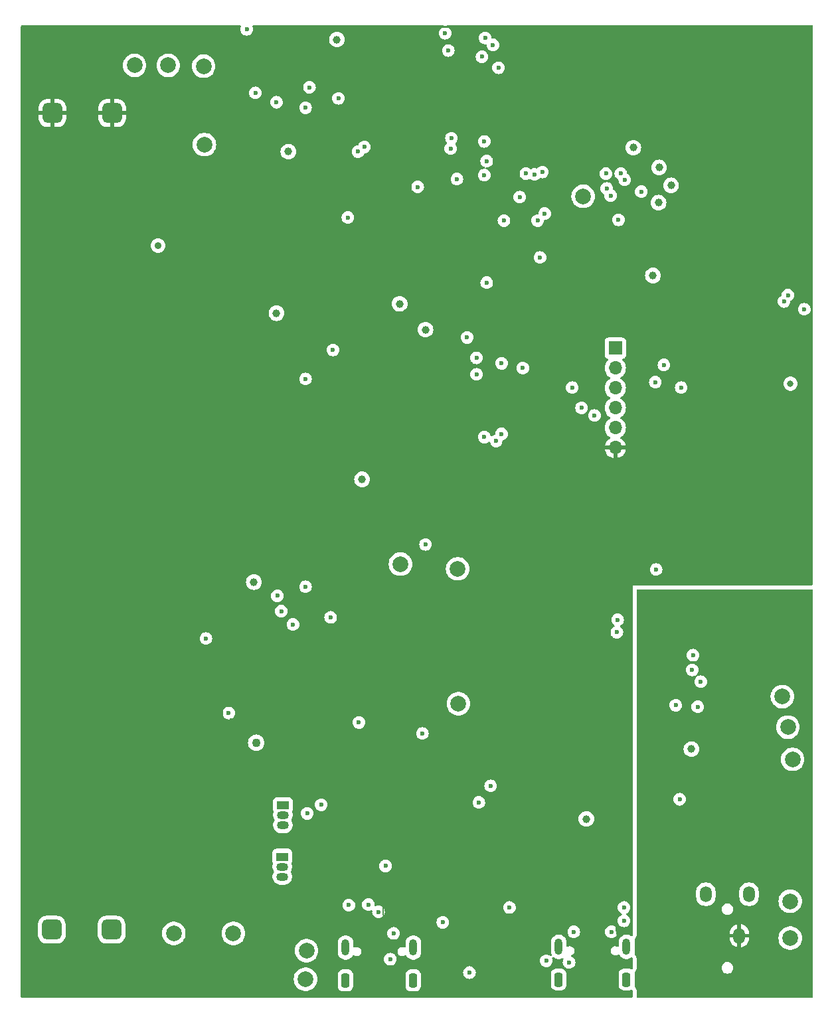
<source format=gbr>
%TF.GenerationSoftware,KiCad,Pcbnew,8.0.4*%
%TF.CreationDate,2025-01-31T21:40:56-05:00*%
%TF.ProjectId,Radiation,52616469-6174-4696-9f6e-2e6b69636164,rev?*%
%TF.SameCoordinates,Original*%
%TF.FileFunction,Copper,L2,Inr*%
%TF.FilePolarity,Positive*%
%FSLAX46Y46*%
G04 Gerber Fmt 4.6, Leading zero omitted, Abs format (unit mm)*
G04 Created by KiCad (PCBNEW 8.0.4) date 2025-01-31 21:40:56*
%MOMM*%
%LPD*%
G01*
G04 APERTURE LIST*
G04 Aperture macros list*
%AMRoundRect*
0 Rectangle with rounded corners*
0 $1 Rounding radius*
0 $2 $3 $4 $5 $6 $7 $8 $9 X,Y pos of 4 corners*
0 Add a 4 corners polygon primitive as box body*
4,1,4,$2,$3,$4,$5,$6,$7,$8,$9,$2,$3,0*
0 Add four circle primitives for the rounded corners*
1,1,$1+$1,$2,$3*
1,1,$1+$1,$4,$5*
1,1,$1+$1,$6,$7*
1,1,$1+$1,$8,$9*
0 Add four rect primitives between the rounded corners*
20,1,$1+$1,$2,$3,$4,$5,0*
20,1,$1+$1,$4,$5,$6,$7,0*
20,1,$1+$1,$6,$7,$8,$9,0*
20,1,$1+$1,$8,$9,$2,$3,0*%
G04 Aperture macros list end*
%TA.AperFunction,ComponentPad*%
%ADD10O,1.000000X2.100000*%
%TD*%
%TA.AperFunction,ComponentPad*%
%ADD11RoundRect,0.250000X-0.250000X-0.650000X0.250000X-0.650000X0.250000X0.650000X-0.250000X0.650000X0*%
%TD*%
%TA.AperFunction,ComponentPad*%
%ADD12O,1.498600X2.006600*%
%TD*%
%TA.AperFunction,ComponentPad*%
%ADD13C,2.000000*%
%TD*%
%TA.AperFunction,ComponentPad*%
%ADD14R,1.500000X1.050000*%
%TD*%
%TA.AperFunction,ComponentPad*%
%ADD15O,1.500000X1.050000*%
%TD*%
%TA.AperFunction,ComponentPad*%
%ADD16RoundRect,0.635000X0.635000X-0.635000X0.635000X0.635000X-0.635000X0.635000X-0.635000X-0.635000X0*%
%TD*%
%TA.AperFunction,ComponentPad*%
%ADD17R,1.700000X1.700000*%
%TD*%
%TA.AperFunction,ComponentPad*%
%ADD18O,1.700000X1.700000*%
%TD*%
%TA.AperFunction,ViaPad*%
%ADD19C,1.000000*%
%TD*%
%TA.AperFunction,ViaPad*%
%ADD20C,0.600000*%
%TD*%
%TA.AperFunction,ViaPad*%
%ADD21C,0.800000*%
%TD*%
%TA.AperFunction,ViaPad*%
%ADD22C,0.762000*%
%TD*%
%TA.AperFunction,ViaPad*%
%ADD23C,0.889000*%
%TD*%
%TA.AperFunction,ViaPad*%
%ADD24C,1.100000*%
%TD*%
%TA.AperFunction,Conductor*%
%ADD25C,0.254000*%
%TD*%
%TA.AperFunction,Conductor*%
%ADD26C,1.000000*%
%TD*%
%TA.AperFunction,Conductor*%
%ADD27C,0.600000*%
%TD*%
%TA.AperFunction,Conductor*%
%ADD28C,0.400000*%
%TD*%
%TA.AperFunction,Conductor*%
%ADD29C,0.200000*%
%TD*%
G04 APERTURE END LIST*
D10*
%TO.N,/MCU/SHELL_GND*%
%TO.C,J1*%
X106280000Y-179920000D03*
X114920000Y-179920000D03*
D11*
X106280000Y-184100000D03*
X114920000Y-184100000D03*
%TD*%
D12*
%TO.N,AGND*%
%TO.C,J3*%
X129300124Y-178500000D03*
%TO.N,/Audio/OUTL*%
X125049942Y-173199998D03*
%TO.N,/Audio/OUTR*%
X130549941Y-173199998D03*
%TD*%
D10*
%TO.N,/MCU/SHELL_GND*%
%TO.C,J2*%
X79102500Y-180020000D03*
X87742500Y-180020000D03*
D11*
X79102500Y-184200000D03*
X87742500Y-184200000D03*
%TD*%
D13*
%TO.N,+3.3V*%
%TO.C,3.3V1*%
X86100000Y-131100000D03*
%TD*%
D14*
%TO.N,/GPIO0*%
%TO.C,Q2*%
X71040000Y-168430000D03*
D15*
%TO.N,Net-(Q2-G)*%
X71040000Y-169700000D03*
%TO.N,Net-(Q2-S)*%
X71040000Y-170970000D03*
%TD*%
D13*
%TO.N,Net-(JP1-A)*%
%TO.C,TP5*%
X61000000Y-67600000D03*
%TD*%
%TO.N,+500V*%
%TO.C,TP3*%
X56500000Y-67500000D03*
%TD*%
%TO.N,+5V*%
%TO.C,5V1*%
X93500000Y-148900000D03*
%TD*%
D16*
%TO.N,Net-(F1-Pad1)*%
%TO.C,F1*%
X41642500Y-177727500D03*
X49262500Y-177727500D03*
%TO.N,GND*%
X41737500Y-73577500D03*
X49357500Y-73577500D03*
%TD*%
D13*
%TO.N,Net-(D1-K)*%
%TO.C,HI-V1*%
X61100000Y-77600000D03*
%TD*%
%TO.N,Net-(Q1-G)*%
%TO.C,TP8*%
X52200000Y-67500000D03*
%TD*%
%TO.N,/I2S_LRCK*%
%TO.C,LRCK*%
X134800000Y-148000000D03*
%TD*%
%TO.N,/I2S_DOUT*%
%TO.C,DOUT1*%
X135500000Y-151900000D03*
%TD*%
%TO.N,/Audio/OUTR*%
%TO.C,OUT R*%
X135800000Y-174100000D03*
%TD*%
%TO.N,VHIGH*%
%TO.C,VHIGH1*%
X93400000Y-131700000D03*
%TD*%
%TO.N,/PWM*%
%TO.C,PWM1*%
X109400000Y-84200000D03*
%TD*%
D14*
%TO.N,Net-(Q3-D)*%
%TO.C,Q3*%
X71115000Y-161860000D03*
D15*
%TO.N,Net-(Q3-G)*%
X71115000Y-163130000D03*
%TO.N,/EN*%
X71115000Y-164400000D03*
%TD*%
D13*
%TO.N,/Audio/OUTL*%
%TO.C,OUT L*%
X135800000Y-178800000D03*
%TD*%
D17*
%TO.N,/CS*%
%TO.C,J5*%
X113500000Y-103560000D03*
D18*
%TO.N,/MOSI*%
X113500000Y-106100000D03*
%TO.N,/MISO*%
X113500000Y-108640000D03*
%TO.N,/SCK*%
X113500000Y-111180000D03*
%TO.N,+3.3V*%
X113500000Y-113720000D03*
%TO.N,GND*%
X113500000Y-116260000D03*
%TD*%
D13*
%TO.N,VBUS*%
%TO.C,VBUS1*%
X74000000Y-184037500D03*
%TD*%
%TO.N,/VSTAT*%
%TO.C,STAT1*%
X74122500Y-180400000D03*
%TD*%
%TO.N,Net-(Q4-C)*%
%TO.C,LS1*%
X64800000Y-178200000D03*
%TO.N,+3.3V*%
X57200000Y-178200000D03*
%TD*%
%TO.N,/I2S_BCK*%
%TO.C,BCK*%
X136100000Y-156000000D03*
%TD*%
D19*
%TO.N,+3.3V*%
X81200000Y-120300000D03*
D20*
%TO.N,AGND*%
X128100000Y-152300000D03*
D19*
%TO.N,VBUS*%
X115800000Y-78000000D03*
D20*
%TO.N,GND*%
X118200000Y-66600000D03*
X125600000Y-68800000D03*
D19*
X130800000Y-79500000D03*
D20*
X79322500Y-178100000D03*
X82250000Y-145250000D03*
X89600000Y-171000000D03*
X80600000Y-63700000D03*
X113900000Y-178100000D03*
X96400000Y-62800000D03*
X74600000Y-172500000D03*
X136028401Y-101500000D03*
X86622500Y-178000000D03*
X83500000Y-128000000D03*
X58800000Y-167300000D03*
X132800000Y-74100000D03*
X69000000Y-139500000D03*
X83922500Y-174300000D03*
X120400000Y-100000000D03*
X110300000Y-171400000D03*
X131928401Y-105900000D03*
X73922500Y-177500000D03*
X94850000Y-89000000D03*
X64600000Y-151000000D03*
X63500000Y-143900000D03*
D21*
X102400000Y-181000000D03*
D20*
X82250000Y-150650000D03*
X67100000Y-65200000D03*
D22*
X62742500Y-100642500D03*
D20*
X132400000Y-68700000D03*
X92177500Y-180800000D03*
X86400000Y-71970000D03*
X64500000Y-147900000D03*
X83300000Y-166400000D03*
X113500000Y-134500000D03*
X125900000Y-74300000D03*
D19*
%TO.N,+5V*%
X86000000Y-97900000D03*
D20*
X80800000Y-151300000D03*
X88900000Y-152700000D03*
D19*
X70300000Y-99100000D03*
X89300000Y-101200000D03*
X119000000Y-85000000D03*
D20*
X70400000Y-135150000D03*
%TO.N,/MCU/SHELL_GND*%
X94900000Y-183200000D03*
D23*
%TO.N,+500V*%
X55200000Y-90500000D03*
D19*
X67400000Y-133400000D03*
D20*
%TO.N,/MCU/RX_LED*%
X113800000Y-138200000D03*
X97600000Y-159400000D03*
%TO.N,/MCU/TX_LED*%
X113700000Y-139800000D03*
X96100000Y-161500000D03*
%TO.N,Net-(Q1-G)*%
X66500000Y-62900000D03*
X101300000Y-84300000D03*
X91800000Y-63400000D03*
X92200000Y-65600000D03*
%TO.N,/MOSI*%
X118600000Y-107900000D03*
X101700000Y-106100000D03*
%TO.N,/I2S_LRCK*%
X103200000Y-81400000D03*
X135000000Y-97600000D03*
%TO.N,/I2S_DOUT*%
X135500000Y-96800000D03*
X104200000Y-81100000D03*
%TO.N,/I2S_BCK*%
X102100000Y-81300000D03*
X137600000Y-98600000D03*
%TO.N,/MUTE*%
X118700000Y-131800000D03*
X124400000Y-146100000D03*
%TO.N,/MISO*%
X108000000Y-108600000D03*
%TO.N,/CS*%
X119700000Y-105700000D03*
X121900000Y-108600000D03*
X99000000Y-105500000D03*
X99000000Y-114500000D03*
%TO.N,/Audio/OUTL*%
X121700000Y-161100000D03*
X123400000Y-142725000D03*
%TO.N,Net-(Q3-G)*%
X74200000Y-162900000D03*
%TO.N,/EN*%
X114700000Y-82100000D03*
X81500000Y-77900000D03*
X96800000Y-81500000D03*
X112900000Y-84100000D03*
%TO.N,Net-(Q3-D)*%
X76000000Y-161800000D03*
%TO.N,/GPIO15*%
X97900000Y-64900000D03*
X78200000Y-71700000D03*
%TO.N,/GPIO16*%
X74500000Y-70300000D03*
X96900000Y-64000000D03*
%TO.N,VHIGH*%
X64200000Y-150100000D03*
X77200000Y-137900000D03*
X89300000Y-128600000D03*
%TO.N,/VSTAT*%
X72400000Y-138800000D03*
X79400000Y-86900000D03*
%TO.N,/BEEP*%
X77500000Y-103800000D03*
X80700000Y-78500000D03*
X74000000Y-107500000D03*
X74000000Y-134000000D03*
X70900000Y-137100000D03*
%TO.N,/SCK*%
X109200000Y-111180000D03*
%TO.N,Net-(J1-CC2)*%
X104700000Y-181700000D03*
X107600000Y-181900000D03*
%TO.N,Net-(J2-CC2)*%
X85222500Y-178200000D03*
X79522500Y-174600000D03*
%TO.N,Net-(U4-IO35)*%
X97100000Y-79700000D03*
X110850000Y-112150000D03*
X92500000Y-78100000D03*
%TO.N,/MCU/TX*%
X96500000Y-66400000D03*
X96800000Y-114900000D03*
%TO.N,/MCU/RX*%
X98600000Y-67800000D03*
X98300000Y-115400000D03*
%TO.N,Net-(U4-IO36)*%
X92600000Y-76800000D03*
X96800000Y-77200000D03*
D19*
%TO.N,+3.3V*%
X109800000Y-163600000D03*
D20*
X123300000Y-144600000D03*
D19*
X123200000Y-154700000D03*
D20*
X100000000Y-174900000D03*
X88300000Y-83000000D03*
D19*
X71800000Y-78500000D03*
D21*
X135828401Y-108100000D03*
D19*
X118300000Y-94300000D03*
X78000000Y-64200000D03*
D20*
X124000000Y-149300000D03*
X121200000Y-149100000D03*
X83300369Y-175455381D03*
X112300000Y-81300000D03*
%TO.N,/USB_D+*%
X95800000Y-106900000D03*
X114600000Y-174900000D03*
X114600000Y-176600000D03*
X95800000Y-104800000D03*
%TO.N,/GPIO0*%
X93300000Y-82000000D03*
X113900000Y-87200000D03*
X99300000Y-87300000D03*
X116800000Y-83600000D03*
X103600000Y-87300000D03*
D24*
%TO.N,VBUS*%
X67700000Y-153900000D03*
D20*
X91500000Y-176800000D03*
X84800000Y-181500000D03*
D19*
X119075000Y-80525000D03*
D20*
X108200000Y-178000000D03*
X113000000Y-178000000D03*
%TO.N,+VBAT*%
X67600000Y-71000000D03*
X61300000Y-140600000D03*
D19*
X120600000Y-82800000D03*
D20*
X70300000Y-72200000D03*
X74000000Y-72900000D03*
%TO.N,/GPIO46*%
X97100000Y-95200000D03*
X103900000Y-92000000D03*
X112400000Y-83200000D03*
X94600000Y-102200000D03*
X114200000Y-81300000D03*
X104500000Y-86400000D03*
%TO.N,Net-(U5-3V3OUT)*%
X82001765Y-174520735D03*
X84200000Y-169600000D03*
%TO.N,AGND*%
X117700000Y-151300000D03*
X131362500Y-141325000D03*
X128000000Y-154500000D03*
X117900000Y-135500000D03*
X128100000Y-147200000D03*
X118500000Y-145900000D03*
X118600000Y-150700000D03*
X128062500Y-139225000D03*
X127200000Y-145200000D03*
%TO.N,GND*%
X118800000Y-74700000D03*
%TD*%
D25*
%TO.N,GND*%
X130800000Y-79500000D02*
X130800000Y-76400000D01*
D26*
X130800000Y-79500000D02*
X131500000Y-80200000D01*
X131500000Y-80200000D02*
X131500000Y-101400000D01*
X131500000Y-101400000D02*
X131700000Y-101600000D01*
D25*
X130800000Y-76400000D02*
X128700000Y-74300000D01*
X128700000Y-74300000D02*
X125900000Y-74300000D01*
X81500000Y-62800000D02*
X80600000Y-63700000D01*
X86622500Y-178000000D02*
X85261250Y-176638750D01*
D27*
X135828401Y-101300000D02*
X136028401Y-101500000D01*
D28*
X83300000Y-169100000D02*
X83300000Y-166400000D01*
X58700000Y-167400000D02*
X58800000Y-167300000D01*
D25*
X63300000Y-148500000D02*
X63300000Y-150700000D01*
X86722500Y-178100000D02*
X86622500Y-178000000D01*
X84722500Y-176100000D02*
X84200000Y-176100000D01*
D29*
X83922500Y-171977500D02*
X84600000Y-171300000D01*
D28*
X79322500Y-178100000D02*
X74522500Y-178100000D01*
D25*
X113600000Y-177800000D02*
X113900000Y-178100000D01*
X113600000Y-172500000D02*
X113600000Y-177800000D01*
X132400000Y-68700000D02*
X132800000Y-69100000D01*
X125600000Y-68800000D02*
X125600000Y-74000000D01*
D27*
X131400000Y-101300000D02*
X135828401Y-101300000D01*
X131400000Y-101300000D02*
X131700000Y-101600000D01*
D28*
X74600000Y-172500000D02*
X61300000Y-172500000D01*
D27*
X131700000Y-101600000D02*
X131928401Y-101828401D01*
D25*
X83300000Y-166400000D02*
X83300000Y-151700000D01*
X92177500Y-180800000D02*
X102200000Y-180800000D01*
X102400000Y-179300000D02*
X110300000Y-171400000D01*
X132800000Y-69100000D02*
X132800000Y-74100000D01*
D27*
X131928401Y-101828401D02*
X131928401Y-105900000D01*
X120400000Y-100000000D02*
X122600000Y-100000000D01*
D28*
X80783750Y-176638750D02*
X85261250Y-176638750D01*
D29*
X83922500Y-175822500D02*
X84200000Y-176100000D01*
D25*
X131150000Y-76750000D02*
X131150000Y-75750000D01*
D28*
X61300000Y-172500000D02*
X58700000Y-169900000D01*
D25*
X113500000Y-116260000D02*
X113500000Y-134500000D01*
X63700000Y-151100000D02*
X64500000Y-151100000D01*
X91500000Y-180800000D02*
X88800000Y-178100000D01*
X131150000Y-75750000D02*
X132800000Y-74100000D01*
X92177500Y-180800000D02*
X91500000Y-180800000D01*
D29*
X83922500Y-174300000D02*
X83922500Y-175822500D01*
D25*
X102400000Y-181000000D02*
X102400000Y-179300000D01*
X96400000Y-62800000D02*
X92673000Y-62800000D01*
D28*
X74522500Y-178100000D02*
X73922500Y-177500000D01*
D27*
X123900000Y-101300000D02*
X131400000Y-101300000D01*
D25*
X63900000Y-147900000D02*
X63300000Y-148500000D01*
X102200000Y-180800000D02*
X102400000Y-181000000D01*
X90800000Y-62800000D02*
X81500000Y-62800000D01*
D29*
X89300000Y-171300000D02*
X89600000Y-171000000D01*
D27*
X122600000Y-100000000D02*
X123900000Y-101300000D01*
D25*
X91073000Y-62527000D02*
X90800000Y-62800000D01*
D28*
X77300000Y-169800000D02*
X82600000Y-169800000D01*
D25*
X92400000Y-62527000D02*
X91073000Y-62527000D01*
D28*
X74600000Y-172500000D02*
X77300000Y-169800000D01*
D25*
X125600000Y-74000000D02*
X125900000Y-74300000D01*
X64500000Y-151100000D02*
X64600000Y-151000000D01*
D28*
X79322500Y-178100000D02*
X80783750Y-176638750D01*
D25*
X112500000Y-171400000D02*
X113600000Y-172500000D01*
X83300000Y-151700000D02*
X82250000Y-150650000D01*
D28*
X58700000Y-169900000D02*
X58700000Y-167400000D01*
D25*
X88800000Y-178100000D02*
X86722500Y-178100000D01*
X92673000Y-62800000D02*
X92400000Y-62527000D01*
D29*
X84600000Y-171300000D02*
X89300000Y-171300000D01*
X83922500Y-174300000D02*
X83922500Y-171977500D01*
D25*
X64500000Y-147900000D02*
X63900000Y-147900000D01*
X63300000Y-150700000D02*
X63700000Y-151100000D01*
D28*
X82600000Y-169800000D02*
X83300000Y-169100000D01*
D25*
X110300000Y-171400000D02*
X112500000Y-171400000D01*
X85261250Y-176638750D02*
X84722500Y-176100000D01*
%TO.N,AGND*%
X128100000Y-146100000D02*
X127200000Y-145200000D01*
X131362500Y-143025000D02*
X131362500Y-141325000D01*
X128100000Y-146287500D02*
X131362500Y-143025000D01*
X128100000Y-147200000D02*
X128100000Y-146100000D01*
X117700000Y-151300000D02*
X118300000Y-150700000D01*
X118300000Y-150700000D02*
X118600000Y-150700000D01*
X128100000Y-147200000D02*
X128100000Y-146287500D01*
%TD*%
%TA.AperFunction,Conductor*%
%TO.N,AGND*%
G36*
X138642539Y-134325185D02*
G01*
X138688294Y-134377989D01*
X138699500Y-134429500D01*
X138699500Y-186275500D01*
X138679815Y-186342539D01*
X138627011Y-186388294D01*
X138575500Y-186399500D01*
X116329500Y-186399500D01*
X116262461Y-186379815D01*
X116216706Y-186327011D01*
X116205500Y-186275500D01*
X116205500Y-185527049D01*
X116205500Y-185527048D01*
X116194921Y-185424170D01*
X116184649Y-185374754D01*
X116153352Y-185276181D01*
X116124408Y-185229257D01*
X116077817Y-185153722D01*
X116030209Y-185096682D01*
X116031473Y-185095626D01*
X116002359Y-185039837D01*
X116000000Y-185015765D01*
X116000000Y-183181365D01*
X116019685Y-183114326D01*
X116030281Y-183100170D01*
X116105567Y-183013287D01*
X116165338Y-182882410D01*
X116185023Y-182815371D01*
X116185024Y-182815367D01*
X116205500Y-182672951D01*
X116205500Y-182526540D01*
X127054200Y-182526540D01*
X127054200Y-182673459D01*
X127082858Y-182817534D01*
X127082861Y-182817544D01*
X127139078Y-182953266D01*
X127139083Y-182953275D01*
X127220698Y-183075419D01*
X127220701Y-183075423D01*
X127324576Y-183179298D01*
X127324580Y-183179301D01*
X127446724Y-183260916D01*
X127446730Y-183260919D01*
X127446731Y-183260920D01*
X127582458Y-183317140D01*
X127726279Y-183345747D01*
X127726540Y-183345799D01*
X127726544Y-183345800D01*
X127726545Y-183345800D01*
X127873456Y-183345800D01*
X127873457Y-183345799D01*
X128017542Y-183317140D01*
X128153269Y-183260920D01*
X128275420Y-183179301D01*
X128379301Y-183075420D01*
X128460920Y-182953269D01*
X128517140Y-182817542D01*
X128545800Y-182673455D01*
X128545800Y-182526545D01*
X128517140Y-182382458D01*
X128460920Y-182246731D01*
X128460919Y-182246730D01*
X128460916Y-182246724D01*
X128379301Y-182124580D01*
X128379298Y-182124576D01*
X128275423Y-182020701D01*
X128275419Y-182020698D01*
X128153275Y-181939083D01*
X128153266Y-181939078D01*
X128042611Y-181893244D01*
X128017542Y-181882860D01*
X128017538Y-181882859D01*
X128017534Y-181882858D01*
X127873459Y-181854200D01*
X127873455Y-181854200D01*
X127726545Y-181854200D01*
X127726540Y-181854200D01*
X127582465Y-181882858D01*
X127582455Y-181882861D01*
X127446733Y-181939078D01*
X127446724Y-181939083D01*
X127324580Y-182020698D01*
X127324576Y-182020701D01*
X127220701Y-182124576D01*
X127220698Y-182124580D01*
X127139083Y-182246724D01*
X127139078Y-182246733D01*
X127082861Y-182382455D01*
X127082858Y-182382465D01*
X127054200Y-182526540D01*
X116205500Y-182526540D01*
X116205500Y-181384100D01*
X116192969Y-181272245D01*
X116184708Y-181235836D01*
X116180830Y-181218743D01*
X116180826Y-181218730D01*
X116180826Y-181218728D01*
X116143853Y-181112414D01*
X116063917Y-180992782D01*
X116031751Y-180956972D01*
X116001597Y-180893945D01*
X116000000Y-180874110D01*
X116000000Y-178964313D01*
X116019685Y-178897274D01*
X116030281Y-178883118D01*
X116105567Y-178796235D01*
X116165338Y-178665358D01*
X116185023Y-178598319D01*
X116185024Y-178598315D01*
X116205500Y-178455899D01*
X116205500Y-178147678D01*
X128050824Y-178147678D01*
X128050824Y-178250000D01*
X128800124Y-178250000D01*
X128800124Y-178750000D01*
X128050824Y-178750000D01*
X128050824Y-178852321D01*
X128081586Y-179046546D01*
X128142350Y-179233562D01*
X128142351Y-179233565D01*
X128231627Y-179408776D01*
X128347213Y-179567866D01*
X128486257Y-179706910D01*
X128645347Y-179822496D01*
X128820558Y-179911772D01*
X128820561Y-179911773D01*
X129007571Y-179972535D01*
X129050124Y-179979275D01*
X129050124Y-179183012D01*
X129107131Y-179215925D01*
X129234298Y-179250000D01*
X129365950Y-179250000D01*
X129493117Y-179215925D01*
X129550124Y-179183012D01*
X129550124Y-179979274D01*
X129592676Y-179972535D01*
X129779686Y-179911773D01*
X129779689Y-179911772D01*
X129954900Y-179822496D01*
X130113990Y-179706910D01*
X130253034Y-179567866D01*
X130368620Y-179408776D01*
X130457896Y-179233565D01*
X130457897Y-179233562D01*
X130518661Y-179046546D01*
X130549424Y-178852321D01*
X130549424Y-178799994D01*
X134294357Y-178799994D01*
X134294357Y-178800005D01*
X134314890Y-179047812D01*
X134314892Y-179047824D01*
X134375936Y-179288881D01*
X134475826Y-179516606D01*
X134611833Y-179724782D01*
X134644245Y-179759991D01*
X134780256Y-179907738D01*
X134976491Y-180060474D01*
X135195190Y-180178828D01*
X135430386Y-180259571D01*
X135675665Y-180300500D01*
X135924335Y-180300500D01*
X136169614Y-180259571D01*
X136404810Y-180178828D01*
X136623509Y-180060474D01*
X136819744Y-179907738D01*
X136988164Y-179724785D01*
X137124173Y-179516607D01*
X137224063Y-179288881D01*
X137285108Y-179047821D01*
X137289692Y-178992500D01*
X137305643Y-178800005D01*
X137305643Y-178799994D01*
X137285109Y-178552187D01*
X137285107Y-178552175D01*
X137224063Y-178311118D01*
X137124173Y-178083393D01*
X136988166Y-177875217D01*
X136932643Y-177814903D01*
X136819744Y-177692262D01*
X136623509Y-177539526D01*
X136623507Y-177539525D01*
X136623506Y-177539524D01*
X136404811Y-177421172D01*
X136404802Y-177421169D01*
X136169616Y-177340429D01*
X135924335Y-177299500D01*
X135675665Y-177299500D01*
X135430383Y-177340429D01*
X135195197Y-177421169D01*
X135195188Y-177421172D01*
X134976493Y-177539524D01*
X134780257Y-177692261D01*
X134611833Y-177875217D01*
X134475826Y-178083393D01*
X134375936Y-178311118D01*
X134314892Y-178552175D01*
X134314890Y-178552187D01*
X134294357Y-178799994D01*
X130549424Y-178799994D01*
X130549424Y-178750000D01*
X129800124Y-178750000D01*
X129800124Y-178250000D01*
X130549424Y-178250000D01*
X130549424Y-178147678D01*
X130518661Y-177953453D01*
X130457897Y-177766437D01*
X130457896Y-177766434D01*
X130368620Y-177591223D01*
X130253034Y-177432133D01*
X130113990Y-177293089D01*
X129954900Y-177177503D01*
X129779689Y-177088227D01*
X129779683Y-177088225D01*
X129592667Y-177027461D01*
X129550124Y-177020723D01*
X129550124Y-177816988D01*
X129493117Y-177784075D01*
X129365950Y-177750000D01*
X129234298Y-177750000D01*
X129107131Y-177784075D01*
X129050124Y-177816988D01*
X129050124Y-177020723D01*
X129050123Y-177020723D01*
X129007580Y-177027461D01*
X128820564Y-177088225D01*
X128820558Y-177088227D01*
X128645347Y-177177503D01*
X128486257Y-177293089D01*
X128347213Y-177432133D01*
X128231627Y-177591223D01*
X128142351Y-177766434D01*
X128142350Y-177766437D01*
X128081586Y-177953453D01*
X128050824Y-178147678D01*
X116205500Y-178147678D01*
X116205500Y-175026540D01*
X127054200Y-175026540D01*
X127054200Y-175173459D01*
X127082858Y-175317534D01*
X127082860Y-175317542D01*
X127086601Y-175326573D01*
X127139078Y-175453266D01*
X127139083Y-175453275D01*
X127220698Y-175575419D01*
X127220701Y-175575423D01*
X127324576Y-175679298D01*
X127324580Y-175679301D01*
X127446724Y-175760916D01*
X127446730Y-175760919D01*
X127446731Y-175760920D01*
X127582458Y-175817140D01*
X127726540Y-175845799D01*
X127726544Y-175845800D01*
X127726545Y-175845800D01*
X127873456Y-175845800D01*
X127873457Y-175845799D01*
X128017542Y-175817140D01*
X128153269Y-175760920D01*
X128275420Y-175679301D01*
X128379301Y-175575420D01*
X128460920Y-175453269D01*
X128517140Y-175317542D01*
X128545800Y-175173455D01*
X128545800Y-175026545D01*
X128517140Y-174882458D01*
X128460920Y-174746731D01*
X128460919Y-174746730D01*
X128460916Y-174746724D01*
X128379301Y-174624580D01*
X128379298Y-174624576D01*
X128275423Y-174520701D01*
X128275419Y-174520698D01*
X128153275Y-174439083D01*
X128153266Y-174439078D01*
X128017544Y-174382861D01*
X128017545Y-174382861D01*
X128017542Y-174382860D01*
X128017538Y-174382859D01*
X128017534Y-174382858D01*
X127873459Y-174354200D01*
X127873455Y-174354200D01*
X127726545Y-174354200D01*
X127726540Y-174354200D01*
X127582465Y-174382858D01*
X127582455Y-174382861D01*
X127446733Y-174439078D01*
X127446724Y-174439083D01*
X127324580Y-174520698D01*
X127324576Y-174520701D01*
X127220701Y-174624576D01*
X127220698Y-174624580D01*
X127139083Y-174746724D01*
X127139078Y-174746733D01*
X127082861Y-174882455D01*
X127082858Y-174882465D01*
X127054200Y-175026540D01*
X116205500Y-175026540D01*
X116205500Y-172847631D01*
X123800142Y-172847631D01*
X123800142Y-173552364D01*
X123830915Y-173746660D01*
X123891708Y-173933759D01*
X123976410Y-174099994D01*
X123981017Y-174109036D01*
X124096648Y-174268188D01*
X124235752Y-174407292D01*
X124394904Y-174522923D01*
X124477716Y-174565118D01*
X124570180Y-174612231D01*
X124570182Y-174612231D01*
X124570185Y-174612233D01*
X124632659Y-174632532D01*
X124757279Y-174673024D01*
X124951576Y-174703798D01*
X124951581Y-174703798D01*
X125148308Y-174703798D01*
X125342604Y-174673024D01*
X125369912Y-174664151D01*
X125529699Y-174612233D01*
X125704980Y-174522923D01*
X125864132Y-174407292D01*
X126003236Y-174268188D01*
X126118867Y-174109036D01*
X126208177Y-173933755D01*
X126268968Y-173746660D01*
X126299742Y-173552364D01*
X126299742Y-172847631D01*
X129300141Y-172847631D01*
X129300141Y-173552364D01*
X129330914Y-173746660D01*
X129391707Y-173933759D01*
X129476409Y-174099994D01*
X129481016Y-174109036D01*
X129596647Y-174268188D01*
X129735751Y-174407292D01*
X129894903Y-174522923D01*
X129977715Y-174565118D01*
X130070179Y-174612231D01*
X130070181Y-174612231D01*
X130070184Y-174612233D01*
X130132658Y-174632532D01*
X130257278Y-174673024D01*
X130451575Y-174703798D01*
X130451580Y-174703798D01*
X130648307Y-174703798D01*
X130842603Y-174673024D01*
X130869911Y-174664151D01*
X131029698Y-174612233D01*
X131204979Y-174522923D01*
X131364131Y-174407292D01*
X131503235Y-174268188D01*
X131618866Y-174109036D01*
X131623473Y-174099994D01*
X134294357Y-174099994D01*
X134294357Y-174100005D01*
X134314890Y-174347812D01*
X134314892Y-174347824D01*
X134375936Y-174588881D01*
X134475826Y-174816606D01*
X134611833Y-175024782D01*
X134644245Y-175059991D01*
X134780256Y-175207738D01*
X134976491Y-175360474D01*
X134976493Y-175360475D01*
X135151854Y-175455376D01*
X135195190Y-175478828D01*
X135430386Y-175559571D01*
X135675665Y-175600500D01*
X135924335Y-175600500D01*
X136169614Y-175559571D01*
X136404810Y-175478828D01*
X136623509Y-175360474D01*
X136819744Y-175207738D01*
X136988164Y-175024785D01*
X137124173Y-174816607D01*
X137224063Y-174588881D01*
X137285108Y-174347821D01*
X137286375Y-174332531D01*
X137305643Y-174100005D01*
X137305643Y-174099994D01*
X137285109Y-173852187D01*
X137285107Y-173852175D01*
X137224063Y-173611118D01*
X137124173Y-173383393D01*
X136988166Y-173175217D01*
X136966557Y-173151744D01*
X136819744Y-172992262D01*
X136623509Y-172839526D01*
X136623507Y-172839525D01*
X136623506Y-172839524D01*
X136404811Y-172721172D01*
X136404802Y-172721169D01*
X136169616Y-172640429D01*
X135924335Y-172599500D01*
X135675665Y-172599500D01*
X135430383Y-172640429D01*
X135195197Y-172721169D01*
X135195188Y-172721172D01*
X134976493Y-172839524D01*
X134780257Y-172992261D01*
X134611833Y-173175217D01*
X134475826Y-173383393D01*
X134375936Y-173611118D01*
X134314892Y-173852175D01*
X134314890Y-173852187D01*
X134294357Y-174099994D01*
X131623473Y-174099994D01*
X131708176Y-173933755D01*
X131768967Y-173746660D01*
X131799741Y-173552364D01*
X131799741Y-172847631D01*
X131768967Y-172653335D01*
X131708174Y-172466236D01*
X131618865Y-172290959D01*
X131503235Y-172131808D01*
X131364131Y-171992704D01*
X131204979Y-171877073D01*
X131029702Y-171787764D01*
X130842603Y-171726971D01*
X130648307Y-171696198D01*
X130648302Y-171696198D01*
X130451580Y-171696198D01*
X130451575Y-171696198D01*
X130257278Y-171726971D01*
X130070179Y-171787764D01*
X129894902Y-171877073D01*
X129804100Y-171943045D01*
X129735751Y-171992704D01*
X129735749Y-171992706D01*
X129735748Y-171992706D01*
X129596649Y-172131805D01*
X129596649Y-172131806D01*
X129596647Y-172131808D01*
X129546988Y-172200157D01*
X129481016Y-172290959D01*
X129391707Y-172466236D01*
X129330914Y-172653335D01*
X129300141Y-172847631D01*
X126299742Y-172847631D01*
X126268968Y-172653335D01*
X126208175Y-172466236D01*
X126118866Y-172290959D01*
X126003236Y-172131808D01*
X125864132Y-171992704D01*
X125704980Y-171877073D01*
X125529703Y-171787764D01*
X125342604Y-171726971D01*
X125148308Y-171696198D01*
X125148303Y-171696198D01*
X124951581Y-171696198D01*
X124951576Y-171696198D01*
X124757279Y-171726971D01*
X124570180Y-171787764D01*
X124394903Y-171877073D01*
X124304101Y-171943045D01*
X124235752Y-171992704D01*
X124235750Y-171992706D01*
X124235749Y-171992706D01*
X124096650Y-172131805D01*
X124096650Y-172131806D01*
X124096648Y-172131808D01*
X124046989Y-172200157D01*
X123981017Y-172290959D01*
X123891708Y-172466236D01*
X123830915Y-172653335D01*
X123800142Y-172847631D01*
X116205500Y-172847631D01*
X116205500Y-161099996D01*
X120894435Y-161099996D01*
X120894435Y-161100003D01*
X120914630Y-161279249D01*
X120914631Y-161279254D01*
X120974211Y-161449523D01*
X121070184Y-161602262D01*
X121197738Y-161729816D01*
X121350478Y-161825789D01*
X121520745Y-161885368D01*
X121520750Y-161885369D01*
X121699996Y-161905565D01*
X121700000Y-161905565D01*
X121700004Y-161905565D01*
X121879249Y-161885369D01*
X121879252Y-161885368D01*
X121879255Y-161885368D01*
X122049522Y-161825789D01*
X122202262Y-161729816D01*
X122329816Y-161602262D01*
X122425789Y-161449522D01*
X122485368Y-161279255D01*
X122486647Y-161267903D01*
X122505565Y-161100003D01*
X122505565Y-161099996D01*
X122485369Y-160920750D01*
X122485368Y-160920745D01*
X122425788Y-160750476D01*
X122329815Y-160597737D01*
X122202262Y-160470184D01*
X122049523Y-160374211D01*
X121879254Y-160314631D01*
X121879249Y-160314630D01*
X121700004Y-160294435D01*
X121699996Y-160294435D01*
X121520750Y-160314630D01*
X121520745Y-160314631D01*
X121350476Y-160374211D01*
X121197737Y-160470184D01*
X121070184Y-160597737D01*
X120974211Y-160750476D01*
X120914631Y-160920745D01*
X120914630Y-160920750D01*
X120894435Y-161099996D01*
X116205500Y-161099996D01*
X116205500Y-155999994D01*
X134594357Y-155999994D01*
X134594357Y-156000005D01*
X134614890Y-156247812D01*
X134614892Y-156247824D01*
X134675936Y-156488881D01*
X134775826Y-156716606D01*
X134911833Y-156924782D01*
X134911836Y-156924785D01*
X135080256Y-157107738D01*
X135276491Y-157260474D01*
X135495190Y-157378828D01*
X135730386Y-157459571D01*
X135975665Y-157500500D01*
X136224335Y-157500500D01*
X136469614Y-157459571D01*
X136704810Y-157378828D01*
X136923509Y-157260474D01*
X137119744Y-157107738D01*
X137288164Y-156924785D01*
X137424173Y-156716607D01*
X137524063Y-156488881D01*
X137585108Y-156247821D01*
X137605643Y-156000000D01*
X137585108Y-155752179D01*
X137524063Y-155511119D01*
X137480095Y-155410883D01*
X137424173Y-155283393D01*
X137288166Y-155075217D01*
X137266557Y-155051744D01*
X137119744Y-154892262D01*
X136923509Y-154739526D01*
X136923507Y-154739525D01*
X136923506Y-154739524D01*
X136704811Y-154621172D01*
X136704802Y-154621169D01*
X136469616Y-154540429D01*
X136224335Y-154499500D01*
X135975665Y-154499500D01*
X135730383Y-154540429D01*
X135495197Y-154621169D01*
X135495188Y-154621172D01*
X135276493Y-154739524D01*
X135080257Y-154892261D01*
X134911833Y-155075217D01*
X134775826Y-155283393D01*
X134675936Y-155511118D01*
X134614892Y-155752175D01*
X134614890Y-155752187D01*
X134594357Y-155999994D01*
X116205500Y-155999994D01*
X116205500Y-154700000D01*
X122194659Y-154700000D01*
X122213975Y-154896129D01*
X122271188Y-155084733D01*
X122364086Y-155258532D01*
X122364090Y-155258539D01*
X122489116Y-155410883D01*
X122641460Y-155535909D01*
X122641467Y-155535913D01*
X122815266Y-155628811D01*
X122815269Y-155628811D01*
X122815273Y-155628814D01*
X123003868Y-155686024D01*
X123200000Y-155705341D01*
X123396132Y-155686024D01*
X123584727Y-155628814D01*
X123758538Y-155535910D01*
X123910883Y-155410883D01*
X124035910Y-155258538D01*
X124128814Y-155084727D01*
X124186024Y-154896132D01*
X124205341Y-154700000D01*
X124186024Y-154503868D01*
X124128814Y-154315273D01*
X124128811Y-154315269D01*
X124128811Y-154315266D01*
X124035913Y-154141467D01*
X124035909Y-154141460D01*
X123910883Y-153989116D01*
X123758539Y-153864090D01*
X123758532Y-153864086D01*
X123584733Y-153771188D01*
X123584727Y-153771186D01*
X123396132Y-153713976D01*
X123396129Y-153713975D01*
X123200000Y-153694659D01*
X123003870Y-153713975D01*
X122815266Y-153771188D01*
X122641467Y-153864086D01*
X122641460Y-153864090D01*
X122489116Y-153989116D01*
X122364090Y-154141460D01*
X122364086Y-154141467D01*
X122271188Y-154315266D01*
X122213975Y-154503870D01*
X122194659Y-154700000D01*
X116205500Y-154700000D01*
X116205500Y-151899994D01*
X133994357Y-151899994D01*
X133994357Y-151900005D01*
X134014890Y-152147812D01*
X134014892Y-152147824D01*
X134075936Y-152388881D01*
X134175826Y-152616606D01*
X134311833Y-152824782D01*
X134315540Y-152828809D01*
X134480256Y-153007738D01*
X134676491Y-153160474D01*
X134895190Y-153278828D01*
X135130386Y-153359571D01*
X135375665Y-153400500D01*
X135624335Y-153400500D01*
X135869614Y-153359571D01*
X136104810Y-153278828D01*
X136323509Y-153160474D01*
X136519744Y-153007738D01*
X136688164Y-152824785D01*
X136824173Y-152616607D01*
X136924063Y-152388881D01*
X136985108Y-152147821D01*
X137005643Y-151900000D01*
X136985108Y-151652179D01*
X136954699Y-151532098D01*
X136924063Y-151411118D01*
X136824173Y-151183393D01*
X136688166Y-150975217D01*
X136666557Y-150951744D01*
X136519744Y-150792262D01*
X136323509Y-150639526D01*
X136323507Y-150639525D01*
X136323506Y-150639524D01*
X136104811Y-150521172D01*
X136104802Y-150521169D01*
X135869616Y-150440429D01*
X135624335Y-150399500D01*
X135375665Y-150399500D01*
X135130383Y-150440429D01*
X134895197Y-150521169D01*
X134895188Y-150521172D01*
X134676493Y-150639524D01*
X134480257Y-150792261D01*
X134311833Y-150975217D01*
X134175826Y-151183393D01*
X134075936Y-151411118D01*
X134014892Y-151652175D01*
X134014890Y-151652187D01*
X133994357Y-151899994D01*
X116205500Y-151899994D01*
X116205500Y-149099996D01*
X120394435Y-149099996D01*
X120394435Y-149100003D01*
X120414630Y-149279249D01*
X120414631Y-149279254D01*
X120474211Y-149449523D01*
X120514244Y-149513234D01*
X120570184Y-149602262D01*
X120697738Y-149729816D01*
X120707319Y-149735836D01*
X120814419Y-149803132D01*
X120850478Y-149825789D01*
X120970827Y-149867901D01*
X121020745Y-149885368D01*
X121020750Y-149885369D01*
X121199996Y-149905565D01*
X121200000Y-149905565D01*
X121200004Y-149905565D01*
X121379249Y-149885369D01*
X121379252Y-149885368D01*
X121379255Y-149885368D01*
X121549522Y-149825789D01*
X121702262Y-149729816D01*
X121829816Y-149602262D01*
X121925789Y-149449522D01*
X121978110Y-149299996D01*
X123194435Y-149299996D01*
X123194435Y-149300003D01*
X123214630Y-149479249D01*
X123214631Y-149479254D01*
X123274211Y-149649523D01*
X123370184Y-149802262D01*
X123497738Y-149929816D01*
X123650478Y-150025789D01*
X123820745Y-150085368D01*
X123820750Y-150085369D01*
X123999996Y-150105565D01*
X124000000Y-150105565D01*
X124000004Y-150105565D01*
X124179249Y-150085369D01*
X124179252Y-150085368D01*
X124179255Y-150085368D01*
X124349522Y-150025789D01*
X124502262Y-149929816D01*
X124629816Y-149802262D01*
X124725789Y-149649522D01*
X124785368Y-149479255D01*
X124796683Y-149378830D01*
X124805565Y-149300003D01*
X124805565Y-149299996D01*
X124785369Y-149120750D01*
X124785368Y-149120745D01*
X124725788Y-148950476D01*
X124629815Y-148797737D01*
X124502262Y-148670184D01*
X124349523Y-148574211D01*
X124179254Y-148514631D01*
X124179249Y-148514630D01*
X124000004Y-148494435D01*
X123999996Y-148494435D01*
X123820750Y-148514630D01*
X123820745Y-148514631D01*
X123650476Y-148574211D01*
X123497737Y-148670184D01*
X123370184Y-148797737D01*
X123274211Y-148950476D01*
X123214631Y-149120745D01*
X123214630Y-149120750D01*
X123194435Y-149299996D01*
X121978110Y-149299996D01*
X121985368Y-149279255D01*
X122005565Y-149100000D01*
X122001546Y-149064332D01*
X121985369Y-148920750D01*
X121985368Y-148920745D01*
X121942326Y-148797738D01*
X121925789Y-148750478D01*
X121904506Y-148716607D01*
X121829815Y-148597737D01*
X121702262Y-148470184D01*
X121549523Y-148374211D01*
X121379254Y-148314631D01*
X121379249Y-148314630D01*
X121200004Y-148294435D01*
X121199996Y-148294435D01*
X121020750Y-148314630D01*
X121020745Y-148314631D01*
X120850476Y-148374211D01*
X120697737Y-148470184D01*
X120570184Y-148597737D01*
X120474211Y-148750476D01*
X120414631Y-148920745D01*
X120414630Y-148920750D01*
X120394435Y-149099996D01*
X116205500Y-149099996D01*
X116205500Y-147999994D01*
X133294357Y-147999994D01*
X133294357Y-148000005D01*
X133314890Y-148247812D01*
X133314892Y-148247824D01*
X133375936Y-148488881D01*
X133475826Y-148716606D01*
X133611833Y-148924782D01*
X133611836Y-148924785D01*
X133780256Y-149107738D01*
X133976491Y-149260474D01*
X134195190Y-149378828D01*
X134430386Y-149459571D01*
X134675665Y-149500500D01*
X134924335Y-149500500D01*
X135169614Y-149459571D01*
X135404810Y-149378828D01*
X135623509Y-149260474D01*
X135819744Y-149107738D01*
X135988164Y-148924785D01*
X136124173Y-148716607D01*
X136224063Y-148488881D01*
X136285108Y-148247821D01*
X136291934Y-148165444D01*
X136305643Y-148000005D01*
X136305643Y-147999994D01*
X136285109Y-147752187D01*
X136285107Y-147752175D01*
X136224063Y-147511118D01*
X136124173Y-147283393D01*
X135988166Y-147075217D01*
X135966557Y-147051744D01*
X135819744Y-146892262D01*
X135623509Y-146739526D01*
X135623507Y-146739525D01*
X135623506Y-146739524D01*
X135404811Y-146621172D01*
X135404802Y-146621169D01*
X135169616Y-146540429D01*
X134924335Y-146499500D01*
X134675665Y-146499500D01*
X134430383Y-146540429D01*
X134195197Y-146621169D01*
X134195188Y-146621172D01*
X133976493Y-146739524D01*
X133780257Y-146892261D01*
X133611833Y-147075217D01*
X133475826Y-147283393D01*
X133375936Y-147511118D01*
X133314892Y-147752175D01*
X133314890Y-147752187D01*
X133294357Y-147999994D01*
X116205500Y-147999994D01*
X116205500Y-146099996D01*
X123594435Y-146099996D01*
X123594435Y-146100003D01*
X123614630Y-146279249D01*
X123614631Y-146279254D01*
X123674211Y-146449523D01*
X123770184Y-146602262D01*
X123897738Y-146729816D01*
X124050478Y-146825789D01*
X124220745Y-146885368D01*
X124220750Y-146885369D01*
X124399996Y-146905565D01*
X124400000Y-146905565D01*
X124400004Y-146905565D01*
X124579249Y-146885369D01*
X124579252Y-146885368D01*
X124579255Y-146885368D01*
X124749522Y-146825789D01*
X124902262Y-146729816D01*
X125029816Y-146602262D01*
X125125789Y-146449522D01*
X125185368Y-146279255D01*
X125205565Y-146100000D01*
X125185368Y-145920745D01*
X125125789Y-145750478D01*
X125029816Y-145597738D01*
X124902262Y-145470184D01*
X124799422Y-145405565D01*
X124749523Y-145374211D01*
X124579254Y-145314631D01*
X124579249Y-145314630D01*
X124400004Y-145294435D01*
X124399996Y-145294435D01*
X124220750Y-145314630D01*
X124220745Y-145314631D01*
X124050476Y-145374211D01*
X123897737Y-145470184D01*
X123770184Y-145597737D01*
X123674211Y-145750476D01*
X123614631Y-145920745D01*
X123614630Y-145920750D01*
X123594435Y-146099996D01*
X116205500Y-146099996D01*
X116205500Y-144599996D01*
X122494435Y-144599996D01*
X122494435Y-144600003D01*
X122514630Y-144779249D01*
X122514631Y-144779254D01*
X122574211Y-144949523D01*
X122670184Y-145102262D01*
X122797738Y-145229816D01*
X122888080Y-145286582D01*
X122932721Y-145314632D01*
X122950478Y-145325789D01*
X123088860Y-145374211D01*
X123120745Y-145385368D01*
X123120750Y-145385369D01*
X123299996Y-145405565D01*
X123300000Y-145405565D01*
X123300004Y-145405565D01*
X123479249Y-145385369D01*
X123479252Y-145385368D01*
X123479255Y-145385368D01*
X123649522Y-145325789D01*
X123802262Y-145229816D01*
X123929816Y-145102262D01*
X124025789Y-144949522D01*
X124085368Y-144779255D01*
X124105565Y-144600000D01*
X124085368Y-144420745D01*
X124025789Y-144250478D01*
X123929816Y-144097738D01*
X123802262Y-143970184D01*
X123649523Y-143874211D01*
X123479254Y-143814631D01*
X123479249Y-143814630D01*
X123300004Y-143794435D01*
X123299996Y-143794435D01*
X123120750Y-143814630D01*
X123120745Y-143814631D01*
X122950476Y-143874211D01*
X122797737Y-143970184D01*
X122670184Y-144097737D01*
X122574211Y-144250476D01*
X122514631Y-144420745D01*
X122514630Y-144420750D01*
X122494435Y-144599996D01*
X116205500Y-144599996D01*
X116205500Y-142724996D01*
X122594435Y-142724996D01*
X122594435Y-142725003D01*
X122614630Y-142904249D01*
X122614631Y-142904254D01*
X122674211Y-143074523D01*
X122770184Y-143227262D01*
X122897738Y-143354816D01*
X123050478Y-143450789D01*
X123220745Y-143510368D01*
X123220750Y-143510369D01*
X123399996Y-143530565D01*
X123400000Y-143530565D01*
X123400004Y-143530565D01*
X123579249Y-143510369D01*
X123579252Y-143510368D01*
X123579255Y-143510368D01*
X123749522Y-143450789D01*
X123902262Y-143354816D01*
X124029816Y-143227262D01*
X124125789Y-143074522D01*
X124185368Y-142904255D01*
X124205565Y-142725000D01*
X124185368Y-142545745D01*
X124125789Y-142375478D01*
X124029816Y-142222738D01*
X123902262Y-142095184D01*
X123749523Y-141999211D01*
X123579254Y-141939631D01*
X123579249Y-141939630D01*
X123400004Y-141919435D01*
X123399996Y-141919435D01*
X123220750Y-141939630D01*
X123220745Y-141939631D01*
X123050476Y-141999211D01*
X122897737Y-142095184D01*
X122770184Y-142222737D01*
X122674211Y-142375476D01*
X122614631Y-142545745D01*
X122614630Y-142545750D01*
X122594435Y-142724996D01*
X116205500Y-142724996D01*
X116205500Y-134429500D01*
X116225185Y-134362461D01*
X116277989Y-134316706D01*
X116329500Y-134305500D01*
X138575500Y-134305500D01*
X138642539Y-134325185D01*
G37*
%TD.AperFunction*%
%TD*%
%TA.AperFunction,Conductor*%
%TO.N,GND*%
G36*
X65718967Y-62420185D02*
G01*
X65764722Y-62472989D01*
X65774666Y-62542147D01*
X65768970Y-62565454D01*
X65714632Y-62720742D01*
X65714630Y-62720750D01*
X65694435Y-62899996D01*
X65694435Y-62900003D01*
X65714630Y-63079249D01*
X65714631Y-63079254D01*
X65774211Y-63249523D01*
X65789724Y-63274211D01*
X65870184Y-63402262D01*
X65997738Y-63529816D01*
X66150478Y-63625789D01*
X66320745Y-63685368D01*
X66320750Y-63685369D01*
X66499996Y-63705565D01*
X66500000Y-63705565D01*
X66500004Y-63705565D01*
X66679249Y-63685369D01*
X66679252Y-63685368D01*
X66679255Y-63685368D01*
X66849522Y-63625789D01*
X67002262Y-63529816D01*
X67129816Y-63402262D01*
X67225789Y-63249522D01*
X67285368Y-63079255D01*
X67285369Y-63079249D01*
X67305565Y-62900003D01*
X67305565Y-62899996D01*
X67285369Y-62720750D01*
X67285367Y-62720742D01*
X67231030Y-62565454D01*
X67227469Y-62495676D01*
X67262198Y-62435048D01*
X67324191Y-62402821D01*
X67348072Y-62400500D01*
X91502886Y-62400500D01*
X91569925Y-62420185D01*
X91615680Y-62472989D01*
X91625624Y-62542147D01*
X91596599Y-62605703D01*
X91543840Y-62641542D01*
X91450478Y-62674210D01*
X91297737Y-62770184D01*
X91170184Y-62897737D01*
X91074211Y-63050476D01*
X91014631Y-63220745D01*
X91014630Y-63220750D01*
X90994435Y-63399996D01*
X90994435Y-63400003D01*
X91014630Y-63579249D01*
X91014631Y-63579254D01*
X91074211Y-63749523D01*
X91170184Y-63902262D01*
X91297738Y-64029816D01*
X91316483Y-64041594D01*
X91432721Y-64114632D01*
X91450478Y-64125789D01*
X91588860Y-64174211D01*
X91620745Y-64185368D01*
X91620750Y-64185369D01*
X91799996Y-64205565D01*
X91800000Y-64205565D01*
X91800004Y-64205565D01*
X91979249Y-64185369D01*
X91979252Y-64185368D01*
X91979255Y-64185368D01*
X92149522Y-64125789D01*
X92302262Y-64029816D01*
X92332082Y-63999996D01*
X96094435Y-63999996D01*
X96094435Y-64000003D01*
X96114630Y-64179249D01*
X96114631Y-64179254D01*
X96174211Y-64349523D01*
X96204507Y-64397738D01*
X96270184Y-64502262D01*
X96397738Y-64629816D01*
X96488080Y-64686582D01*
X96542450Y-64720745D01*
X96550478Y-64725789D01*
X96691495Y-64775133D01*
X96720745Y-64785368D01*
X96720750Y-64785369D01*
X96899996Y-64805565D01*
X96900000Y-64805565D01*
X96900003Y-64805565D01*
X96958269Y-64799000D01*
X97027091Y-64811054D01*
X97078471Y-64858404D01*
X97095373Y-64908336D01*
X97114630Y-65079250D01*
X97114631Y-65079254D01*
X97174211Y-65249523D01*
X97270184Y-65402262D01*
X97397738Y-65529816D01*
X97488080Y-65586582D01*
X97532721Y-65614632D01*
X97550478Y-65625789D01*
X97688860Y-65674211D01*
X97720745Y-65685368D01*
X97720750Y-65685369D01*
X97899996Y-65705565D01*
X97900000Y-65705565D01*
X97900004Y-65705565D01*
X98079249Y-65685369D01*
X98079252Y-65685368D01*
X98079255Y-65685368D01*
X98249522Y-65625789D01*
X98402262Y-65529816D01*
X98529816Y-65402262D01*
X98625789Y-65249522D01*
X98685368Y-65079255D01*
X98685369Y-65079249D01*
X98705565Y-64900003D01*
X98705565Y-64899996D01*
X98685369Y-64720750D01*
X98685368Y-64720745D01*
X98625789Y-64550478D01*
X98529816Y-64397738D01*
X98402262Y-64270184D01*
X98299422Y-64205565D01*
X98249523Y-64174211D01*
X98079254Y-64114631D01*
X98079249Y-64114630D01*
X97900004Y-64094435D01*
X97900002Y-64094435D01*
X97900000Y-64094435D01*
X97886244Y-64095984D01*
X97841727Y-64101000D01*
X97772906Y-64088944D01*
X97721527Y-64041594D01*
X97704626Y-63991662D01*
X97685369Y-63820750D01*
X97685368Y-63820745D01*
X97637998Y-63685369D01*
X97625789Y-63650478D01*
X97529816Y-63497738D01*
X97402262Y-63370184D01*
X97249523Y-63274211D01*
X97079254Y-63214631D01*
X97079249Y-63214630D01*
X96900004Y-63194435D01*
X96899996Y-63194435D01*
X96720750Y-63214630D01*
X96720745Y-63214631D01*
X96550476Y-63274211D01*
X96397737Y-63370184D01*
X96270184Y-63497737D01*
X96174211Y-63650476D01*
X96114631Y-63820745D01*
X96114630Y-63820750D01*
X96094435Y-63999996D01*
X92332082Y-63999996D01*
X92429816Y-63902262D01*
X92525789Y-63749522D01*
X92585368Y-63579255D01*
X92585369Y-63579249D01*
X92605565Y-63400003D01*
X92605565Y-63399996D01*
X92585369Y-63220750D01*
X92585368Y-63220745D01*
X92576162Y-63194435D01*
X92525789Y-63050478D01*
X92429816Y-62897738D01*
X92302262Y-62770184D01*
X92149521Y-62674210D01*
X92056160Y-62641542D01*
X91999383Y-62600820D01*
X91973636Y-62535867D01*
X91987092Y-62467306D01*
X92035479Y-62416903D01*
X92097114Y-62400500D01*
X138575500Y-62400500D01*
X138642539Y-62420185D01*
X138688294Y-62472989D01*
X138699500Y-62524500D01*
X138699500Y-133676000D01*
X138679815Y-133743039D01*
X138627011Y-133788794D01*
X138575500Y-133800000D01*
X115700000Y-133800000D01*
X115700000Y-178455899D01*
X115680315Y-178522938D01*
X115627511Y-178568693D01*
X115558353Y-178578637D01*
X115507110Y-178559002D01*
X115393918Y-178483370D01*
X115393907Y-178483364D01*
X115211839Y-178407950D01*
X115211829Y-178407947D01*
X115018543Y-178369500D01*
X115018541Y-178369500D01*
X114821459Y-178369500D01*
X114821457Y-178369500D01*
X114628170Y-178407947D01*
X114628160Y-178407950D01*
X114446092Y-178483364D01*
X114446079Y-178483371D01*
X114282218Y-178592860D01*
X114282214Y-178592863D01*
X114142863Y-178732214D01*
X114142860Y-178732218D01*
X114033371Y-178896079D01*
X114033364Y-178896092D01*
X113957950Y-179078160D01*
X113957947Y-179078170D01*
X113919500Y-179271456D01*
X113919500Y-179788666D01*
X113899815Y-179855705D01*
X113847011Y-179901460D01*
X113777853Y-179911404D01*
X113733501Y-179896054D01*
X113712137Y-179883719D01*
X113607584Y-179855705D01*
X113565766Y-179844500D01*
X113414234Y-179844500D01*
X113267863Y-179883719D01*
X113136635Y-179959485D01*
X113136632Y-179959487D01*
X113029487Y-180066632D01*
X113029485Y-180066635D01*
X112953719Y-180197863D01*
X112914500Y-180344234D01*
X112914500Y-180495765D01*
X112953719Y-180642136D01*
X112991602Y-180707750D01*
X113029485Y-180773365D01*
X113136635Y-180880515D01*
X113246443Y-180943913D01*
X113262573Y-180953226D01*
X113267865Y-180956281D01*
X113414234Y-180995500D01*
X113414236Y-180995500D01*
X113565764Y-180995500D01*
X113565766Y-180995500D01*
X113712135Y-180956281D01*
X113843365Y-180880515D01*
X113843366Y-180880513D01*
X113850403Y-180876451D01*
X113851749Y-180878783D01*
X113904553Y-180858357D01*
X113973001Y-180872381D01*
X114023001Y-180921185D01*
X114029458Y-180934474D01*
X114033367Y-180943913D01*
X114033371Y-180943920D01*
X114142860Y-181107781D01*
X114142863Y-181107785D01*
X114282214Y-181247136D01*
X114282218Y-181247139D01*
X114446079Y-181356628D01*
X114446092Y-181356635D01*
X114545325Y-181397738D01*
X114628165Y-181432051D01*
X114628169Y-181432051D01*
X114628170Y-181432052D01*
X114821456Y-181470500D01*
X114821459Y-181470500D01*
X115018543Y-181470500D01*
X115148582Y-181444632D01*
X115211835Y-181432051D01*
X115393914Y-181356632D01*
X115432899Y-181330583D01*
X115507109Y-181280998D01*
X115573787Y-181260120D01*
X115641167Y-181278605D01*
X115687857Y-181330583D01*
X115700000Y-181384100D01*
X115700000Y-182672951D01*
X115680315Y-182739990D01*
X115627511Y-182785745D01*
X115558353Y-182795689D01*
X115510904Y-182778490D01*
X115489340Y-182765190D01*
X115489334Y-182765186D01*
X115322797Y-182710001D01*
X115322795Y-182710000D01*
X115220010Y-182699500D01*
X114619998Y-182699500D01*
X114619980Y-182699501D01*
X114517203Y-182710000D01*
X114517200Y-182710001D01*
X114350668Y-182765185D01*
X114350663Y-182765187D01*
X114201342Y-182857289D01*
X114077289Y-182981342D01*
X113985187Y-183130663D01*
X113985186Y-183130666D01*
X113930001Y-183297203D01*
X113930001Y-183297204D01*
X113930000Y-183297204D01*
X113919500Y-183399983D01*
X113919500Y-184800001D01*
X113919501Y-184800018D01*
X113930000Y-184902796D01*
X113930001Y-184902799D01*
X113949712Y-184962282D01*
X113985186Y-185069334D01*
X114077288Y-185218656D01*
X114201344Y-185342712D01*
X114350666Y-185434814D01*
X114517203Y-185489999D01*
X114619991Y-185500500D01*
X115220008Y-185500499D01*
X115220016Y-185500498D01*
X115220019Y-185500498D01*
X115276302Y-185494748D01*
X115322797Y-185489999D01*
X115489334Y-185434814D01*
X115510905Y-185421508D01*
X115578294Y-185403069D01*
X115644957Y-185423990D01*
X115689728Y-185477632D01*
X115700000Y-185527048D01*
X115700000Y-186275500D01*
X115680315Y-186342539D01*
X115627511Y-186388294D01*
X115576000Y-186399500D01*
X37824500Y-186399500D01*
X37757461Y-186379815D01*
X37711706Y-186327011D01*
X37700500Y-186275500D01*
X37700500Y-184037494D01*
X72494357Y-184037494D01*
X72494357Y-184037505D01*
X72514890Y-184285312D01*
X72514892Y-184285324D01*
X72575936Y-184526381D01*
X72675826Y-184754106D01*
X72811833Y-184962282D01*
X72811836Y-184962285D01*
X72980256Y-185145238D01*
X73176491Y-185297974D01*
X73176493Y-185297975D01*
X73370689Y-185403069D01*
X73395190Y-185416328D01*
X73630386Y-185497071D01*
X73875665Y-185538000D01*
X74124335Y-185538000D01*
X74369614Y-185497071D01*
X74604810Y-185416328D01*
X74823509Y-185297974D01*
X75019744Y-185145238D01*
X75188164Y-184962285D01*
X75324173Y-184754107D01*
X75424063Y-184526381D01*
X75485108Y-184285321D01*
X75505643Y-184037500D01*
X75501323Y-183985369D01*
X75485109Y-183789687D01*
X75485107Y-183789675D01*
X75424063Y-183548618D01*
X75402730Y-183499983D01*
X78102000Y-183499983D01*
X78102000Y-184900001D01*
X78102001Y-184900018D01*
X78112500Y-185002796D01*
X78112501Y-185002799D01*
X78159701Y-185145238D01*
X78167686Y-185169334D01*
X78259788Y-185318656D01*
X78383844Y-185442712D01*
X78533166Y-185534814D01*
X78699703Y-185589999D01*
X78802491Y-185600500D01*
X79402508Y-185600499D01*
X79402516Y-185600498D01*
X79402519Y-185600498D01*
X79458802Y-185594748D01*
X79505297Y-185589999D01*
X79671834Y-185534814D01*
X79821156Y-185442712D01*
X79945212Y-185318656D01*
X80037314Y-185169334D01*
X80092499Y-185002797D01*
X80103000Y-184900009D01*
X80102999Y-183499992D01*
X80102998Y-183499983D01*
X86742000Y-183499983D01*
X86742000Y-184900001D01*
X86742001Y-184900018D01*
X86752500Y-185002796D01*
X86752501Y-185002799D01*
X86799701Y-185145238D01*
X86807686Y-185169334D01*
X86899788Y-185318656D01*
X87023844Y-185442712D01*
X87173166Y-185534814D01*
X87339703Y-185589999D01*
X87442491Y-185600500D01*
X88042508Y-185600499D01*
X88042516Y-185600498D01*
X88042519Y-185600498D01*
X88098802Y-185594748D01*
X88145297Y-185589999D01*
X88311834Y-185534814D01*
X88461156Y-185442712D01*
X88585212Y-185318656D01*
X88677314Y-185169334D01*
X88732499Y-185002797D01*
X88743000Y-184900009D01*
X88742999Y-183499992D01*
X88732499Y-183397203D01*
X88677314Y-183230666D01*
X88658397Y-183199996D01*
X94094435Y-183199996D01*
X94094435Y-183200003D01*
X94114630Y-183379249D01*
X94114631Y-183379254D01*
X94174211Y-183549523D01*
X94270184Y-183702262D01*
X94397738Y-183829816D01*
X94550478Y-183925789D01*
X94720745Y-183985368D01*
X94720750Y-183985369D01*
X94899996Y-184005565D01*
X94900000Y-184005565D01*
X94900004Y-184005565D01*
X95079249Y-183985369D01*
X95079252Y-183985368D01*
X95079255Y-183985368D01*
X95249522Y-183925789D01*
X95402262Y-183829816D01*
X95529816Y-183702262D01*
X95625789Y-183549522D01*
X95678115Y-183399983D01*
X105279500Y-183399983D01*
X105279500Y-184800001D01*
X105279501Y-184800018D01*
X105290000Y-184902796D01*
X105290001Y-184902799D01*
X105309712Y-184962282D01*
X105345186Y-185069334D01*
X105437288Y-185218656D01*
X105561344Y-185342712D01*
X105710666Y-185434814D01*
X105877203Y-185489999D01*
X105979991Y-185500500D01*
X106580008Y-185500499D01*
X106580016Y-185500498D01*
X106580019Y-185500498D01*
X106636302Y-185494748D01*
X106682797Y-185489999D01*
X106849334Y-185434814D01*
X106998656Y-185342712D01*
X107122712Y-185218656D01*
X107214814Y-185069334D01*
X107269999Y-184902797D01*
X107280500Y-184800009D01*
X107280499Y-183399992D01*
X107269999Y-183297203D01*
X107214814Y-183130666D01*
X107122712Y-182981344D01*
X106998656Y-182857288D01*
X106882666Y-182785745D01*
X106849336Y-182765187D01*
X106849331Y-182765185D01*
X106847862Y-182764698D01*
X106682797Y-182710001D01*
X106682795Y-182710000D01*
X106580010Y-182699500D01*
X105979998Y-182699500D01*
X105979980Y-182699501D01*
X105877203Y-182710000D01*
X105877200Y-182710001D01*
X105710668Y-182765185D01*
X105710663Y-182765187D01*
X105561342Y-182857289D01*
X105437289Y-182981342D01*
X105345187Y-183130663D01*
X105345186Y-183130666D01*
X105290001Y-183297203D01*
X105290001Y-183297204D01*
X105290000Y-183297204D01*
X105279500Y-183399983D01*
X95678115Y-183399983D01*
X95685368Y-183379255D01*
X95685369Y-183379249D01*
X95705565Y-183200003D01*
X95705565Y-183199996D01*
X95685369Y-183020750D01*
X95685368Y-183020745D01*
X95630936Y-182865187D01*
X95625789Y-182850478D01*
X95529816Y-182697738D01*
X95402262Y-182570184D01*
X95338017Y-182529816D01*
X95249523Y-182474211D01*
X95079254Y-182414631D01*
X95079249Y-182414630D01*
X94900004Y-182394435D01*
X94899996Y-182394435D01*
X94720750Y-182414630D01*
X94720745Y-182414631D01*
X94550476Y-182474211D01*
X94397737Y-182570184D01*
X94270184Y-182697737D01*
X94174211Y-182850476D01*
X94114631Y-183020745D01*
X94114630Y-183020750D01*
X94094435Y-183199996D01*
X88658397Y-183199996D01*
X88585212Y-183081344D01*
X88461156Y-182957288D01*
X88311834Y-182865186D01*
X88145297Y-182810001D01*
X88145295Y-182810000D01*
X88042510Y-182799500D01*
X87442498Y-182799500D01*
X87442480Y-182799501D01*
X87339703Y-182810000D01*
X87339700Y-182810001D01*
X87173168Y-182865185D01*
X87173163Y-182865187D01*
X87023842Y-182957289D01*
X86899789Y-183081342D01*
X86807687Y-183230663D01*
X86807686Y-183230666D01*
X86752501Y-183397203D01*
X86752501Y-183397204D01*
X86752500Y-183397204D01*
X86742000Y-183499983D01*
X80102998Y-183499983D01*
X80092499Y-183397203D01*
X80037314Y-183230666D01*
X79945212Y-183081344D01*
X79821156Y-182957288D01*
X79671834Y-182865186D01*
X79505297Y-182810001D01*
X79505295Y-182810000D01*
X79402510Y-182799500D01*
X78802498Y-182799500D01*
X78802480Y-182799501D01*
X78699703Y-182810000D01*
X78699700Y-182810001D01*
X78533168Y-182865185D01*
X78533163Y-182865187D01*
X78383842Y-182957289D01*
X78259789Y-183081342D01*
X78167687Y-183230663D01*
X78167686Y-183230666D01*
X78112501Y-183397203D01*
X78112501Y-183397204D01*
X78112500Y-183397204D01*
X78102000Y-183499983D01*
X75402730Y-183499983D01*
X75324173Y-183320893D01*
X75188166Y-183112717D01*
X75159283Y-183081342D01*
X75019744Y-182929762D01*
X74823509Y-182777026D01*
X74823507Y-182777025D01*
X74823506Y-182777024D01*
X74604811Y-182658672D01*
X74604802Y-182658669D01*
X74369616Y-182577929D01*
X74124335Y-182537000D01*
X73875665Y-182537000D01*
X73630383Y-182577929D01*
X73395197Y-182658669D01*
X73395188Y-182658672D01*
X73176493Y-182777024D01*
X72980257Y-182929761D01*
X72811833Y-183112717D01*
X72675826Y-183320893D01*
X72575936Y-183548618D01*
X72514892Y-183789675D01*
X72514890Y-183789687D01*
X72494357Y-184037494D01*
X37700500Y-184037494D01*
X37700500Y-180399994D01*
X72616857Y-180399994D01*
X72616857Y-180400005D01*
X72637390Y-180647812D01*
X72637392Y-180647824D01*
X72698436Y-180888881D01*
X72798326Y-181116606D01*
X72934333Y-181324782D01*
X72954914Y-181347139D01*
X73102756Y-181507738D01*
X73298991Y-181660474D01*
X73517690Y-181778828D01*
X73752886Y-181859571D01*
X73998165Y-181900500D01*
X74246835Y-181900500D01*
X74492114Y-181859571D01*
X74727310Y-181778828D01*
X74946009Y-181660474D01*
X75142244Y-181507738D01*
X75310664Y-181324785D01*
X75446673Y-181116607D01*
X75546563Y-180888881D01*
X75602360Y-180668543D01*
X78101999Y-180668543D01*
X78140447Y-180861829D01*
X78140450Y-180861839D01*
X78215864Y-181043907D01*
X78215871Y-181043920D01*
X78325360Y-181207781D01*
X78325363Y-181207785D01*
X78464714Y-181347136D01*
X78464718Y-181347139D01*
X78628579Y-181456628D01*
X78628592Y-181456635D01*
X78790431Y-181523670D01*
X78810665Y-181532051D01*
X78810669Y-181532051D01*
X78810670Y-181532052D01*
X79003956Y-181570500D01*
X79003959Y-181570500D01*
X79201043Y-181570500D01*
X79333354Y-181544181D01*
X79394335Y-181532051D01*
X79471723Y-181499996D01*
X83994435Y-181499996D01*
X83994435Y-181500003D01*
X84014630Y-181679249D01*
X84014631Y-181679254D01*
X84074211Y-181849523D01*
X84130484Y-181939080D01*
X84170184Y-182002262D01*
X84297738Y-182129816D01*
X84450478Y-182225789D01*
X84518306Y-182249523D01*
X84620745Y-182285368D01*
X84620750Y-182285369D01*
X84799996Y-182305565D01*
X84800000Y-182305565D01*
X84800004Y-182305565D01*
X84979249Y-182285369D01*
X84979252Y-182285368D01*
X84979255Y-182285368D01*
X85149522Y-182225789D01*
X85302262Y-182129816D01*
X85429816Y-182002262D01*
X85525789Y-181849522D01*
X85578110Y-181699996D01*
X103894435Y-181699996D01*
X103894435Y-181700003D01*
X103914630Y-181879249D01*
X103914631Y-181879254D01*
X103974211Y-182049523D01*
X104021373Y-182124580D01*
X104070184Y-182202262D01*
X104197738Y-182329816D01*
X104281517Y-182382458D01*
X104332721Y-182414632D01*
X104350478Y-182425789D01*
X104488860Y-182474211D01*
X104520745Y-182485368D01*
X104520750Y-182485369D01*
X104699996Y-182505565D01*
X104700000Y-182505565D01*
X104700004Y-182505565D01*
X104879249Y-182485369D01*
X104879252Y-182485368D01*
X104879255Y-182485368D01*
X105049522Y-182425789D01*
X105202262Y-182329816D01*
X105329816Y-182202262D01*
X105425789Y-182049522D01*
X105485368Y-181879255D01*
X105496683Y-181778830D01*
X105505565Y-181700003D01*
X105505565Y-181699996D01*
X105485369Y-181520750D01*
X105485368Y-181520745D01*
X105433105Y-181371386D01*
X105429544Y-181301607D01*
X105464273Y-181240979D01*
X105526266Y-181208752D01*
X105595841Y-181215157D01*
X105637828Y-181242750D01*
X105642214Y-181247136D01*
X105642218Y-181247139D01*
X105806079Y-181356628D01*
X105806092Y-181356635D01*
X105905325Y-181397738D01*
X105988165Y-181432051D01*
X105988169Y-181432051D01*
X105988170Y-181432052D01*
X106181456Y-181470500D01*
X106181459Y-181470500D01*
X106378543Y-181470500D01*
X106508582Y-181444632D01*
X106571835Y-181432051D01*
X106721761Y-181369949D01*
X106791230Y-181362481D01*
X106853709Y-181393756D01*
X106889361Y-181453845D01*
X106886867Y-181523670D01*
X106877182Y-181544181D01*
X106877231Y-181544205D01*
X106874213Y-181550470D01*
X106814631Y-181720745D01*
X106814630Y-181720750D01*
X106794435Y-181899996D01*
X106794435Y-181900003D01*
X106814630Y-182079249D01*
X106814631Y-182079254D01*
X106874211Y-182249523D01*
X106896735Y-182285369D01*
X106970184Y-182402262D01*
X107097738Y-182529816D01*
X107250478Y-182625789D01*
X107385259Y-182672951D01*
X107420745Y-182685368D01*
X107420750Y-182685369D01*
X107599996Y-182705565D01*
X107600000Y-182705565D01*
X107600004Y-182705565D01*
X107779249Y-182685369D01*
X107779252Y-182685368D01*
X107779255Y-182685368D01*
X107949522Y-182625789D01*
X108102262Y-182529816D01*
X108229816Y-182402262D01*
X108325789Y-182249522D01*
X108385368Y-182079255D01*
X108405565Y-181900000D01*
X108391912Y-181778828D01*
X108385369Y-181720750D01*
X108385368Y-181720745D01*
X108325788Y-181550476D01*
X108266823Y-181456635D01*
X108229816Y-181397738D01*
X108102262Y-181270184D01*
X108065586Y-181247139D01*
X107949515Y-181174206D01*
X107945621Y-181172331D01*
X107893763Y-181125507D01*
X107875452Y-181058079D01*
X107896502Y-180991456D01*
X107937426Y-180953226D01*
X108063365Y-180880515D01*
X108170515Y-180773365D01*
X108246281Y-180642135D01*
X108285500Y-180495766D01*
X108285500Y-180344234D01*
X108246281Y-180197865D01*
X108170515Y-180066635D01*
X108063365Y-179959485D01*
X107979593Y-179911119D01*
X107932136Y-179883719D01*
X107827584Y-179855705D01*
X107785766Y-179844500D01*
X107634234Y-179844500D01*
X107487862Y-179883719D01*
X107466499Y-179896054D01*
X107398598Y-179912525D01*
X107332572Y-179889673D01*
X107289382Y-179834751D01*
X107280500Y-179788666D01*
X107280500Y-179271456D01*
X107242052Y-179078170D01*
X107242051Y-179078169D01*
X107242051Y-179078165D01*
X107218443Y-179021169D01*
X107166635Y-178896092D01*
X107166628Y-178896079D01*
X107057139Y-178732218D01*
X107057136Y-178732214D01*
X106917785Y-178592863D01*
X106917781Y-178592860D01*
X106753920Y-178483371D01*
X106753907Y-178483364D01*
X106571839Y-178407950D01*
X106571829Y-178407947D01*
X106378543Y-178369500D01*
X106378541Y-178369500D01*
X106181459Y-178369500D01*
X106181457Y-178369500D01*
X105988170Y-178407947D01*
X105988160Y-178407950D01*
X105806092Y-178483364D01*
X105806079Y-178483371D01*
X105642218Y-178592860D01*
X105642214Y-178592863D01*
X105502863Y-178732214D01*
X105502860Y-178732218D01*
X105393371Y-178896079D01*
X105393364Y-178896092D01*
X105317950Y-179078160D01*
X105317947Y-179078170D01*
X105279500Y-179271456D01*
X105279500Y-179271459D01*
X105279500Y-180568541D01*
X105279500Y-180568543D01*
X105279499Y-180568543D01*
X105317947Y-180761829D01*
X105317950Y-180761839D01*
X105382430Y-180917509D01*
X105389899Y-180986978D01*
X105358623Y-181049457D01*
X105298534Y-181085109D01*
X105228709Y-181082615D01*
X105201899Y-181069956D01*
X105049522Y-180974211D01*
X105004214Y-180958357D01*
X104879254Y-180914631D01*
X104879249Y-180914630D01*
X104700004Y-180894435D01*
X104699996Y-180894435D01*
X104520750Y-180914630D01*
X104520745Y-180914631D01*
X104350476Y-180974211D01*
X104197737Y-181070184D01*
X104070184Y-181197737D01*
X103974211Y-181350476D01*
X103914631Y-181520745D01*
X103914630Y-181520750D01*
X103894435Y-181699996D01*
X85578110Y-181699996D01*
X85585368Y-181679255D01*
X85599878Y-181550476D01*
X85605565Y-181500003D01*
X85605565Y-181499996D01*
X85585369Y-181320750D01*
X85585368Y-181320745D01*
X85546180Y-181208752D01*
X85525789Y-181150478D01*
X85504506Y-181116607D01*
X85458826Y-181043907D01*
X85429816Y-180997738D01*
X85302262Y-180870184D01*
X85287380Y-180860833D01*
X85149523Y-180774211D01*
X84979254Y-180714631D01*
X84979249Y-180714630D01*
X84800004Y-180694435D01*
X84799996Y-180694435D01*
X84620750Y-180714630D01*
X84620745Y-180714631D01*
X84450476Y-180774211D01*
X84297737Y-180870184D01*
X84170184Y-180997737D01*
X84074211Y-181150476D01*
X84014631Y-181320745D01*
X84014630Y-181320750D01*
X83994435Y-181499996D01*
X79471723Y-181499996D01*
X79576414Y-181456632D01*
X79740282Y-181347139D01*
X79879639Y-181207782D01*
X79989132Y-181043914D01*
X79993040Y-181034478D01*
X80036876Y-180980074D01*
X80103169Y-180958004D01*
X80170869Y-180975279D01*
X80175528Y-180978432D01*
X80179133Y-180980513D01*
X80179135Y-180980515D01*
X80249577Y-181021185D01*
X80298545Y-181049457D01*
X80310365Y-181056281D01*
X80456734Y-181095500D01*
X80456736Y-181095500D01*
X80608264Y-181095500D01*
X80608266Y-181095500D01*
X80754635Y-181056281D01*
X80885865Y-180980515D01*
X80993015Y-180873365D01*
X81068781Y-180742135D01*
X81108000Y-180595766D01*
X81108000Y-180444234D01*
X85737000Y-180444234D01*
X85737000Y-180595765D01*
X85776219Y-180742136D01*
X85794251Y-180773367D01*
X85851985Y-180873365D01*
X85959135Y-180980515D01*
X86052605Y-181034480D01*
X86078545Y-181049457D01*
X86090365Y-181056281D01*
X86236734Y-181095500D01*
X86236736Y-181095500D01*
X86388264Y-181095500D01*
X86388266Y-181095500D01*
X86534635Y-181056281D01*
X86665865Y-180980515D01*
X86665866Y-180980513D01*
X86672903Y-180976451D01*
X86674249Y-180978783D01*
X86727053Y-180958357D01*
X86795501Y-180972381D01*
X86845501Y-181021185D01*
X86851958Y-181034474D01*
X86855867Y-181043913D01*
X86855871Y-181043920D01*
X86965360Y-181207781D01*
X86965363Y-181207785D01*
X87104714Y-181347136D01*
X87104718Y-181347139D01*
X87268579Y-181456628D01*
X87268592Y-181456635D01*
X87430431Y-181523670D01*
X87450665Y-181532051D01*
X87450669Y-181532051D01*
X87450670Y-181532052D01*
X87643956Y-181570500D01*
X87643959Y-181570500D01*
X87841043Y-181570500D01*
X87973354Y-181544181D01*
X88034335Y-181532051D01*
X88216414Y-181456632D01*
X88380282Y-181347139D01*
X88519639Y-181207782D01*
X88629132Y-181043914D01*
X88704551Y-180861835D01*
X88724442Y-180761839D01*
X88743000Y-180668543D01*
X88743000Y-179371456D01*
X88704552Y-179178170D01*
X88704551Y-179178169D01*
X88704551Y-179178165D01*
X88688546Y-179139526D01*
X88629135Y-178996092D01*
X88629128Y-178996079D01*
X88519639Y-178832218D01*
X88519636Y-178832214D01*
X88380285Y-178692863D01*
X88380281Y-178692860D01*
X88216420Y-178583371D01*
X88216407Y-178583364D01*
X88034339Y-178507950D01*
X88034329Y-178507947D01*
X87841043Y-178469500D01*
X87841041Y-178469500D01*
X87643959Y-178469500D01*
X87643957Y-178469500D01*
X87450670Y-178507947D01*
X87450660Y-178507950D01*
X87268592Y-178583364D01*
X87268579Y-178583371D01*
X87104718Y-178692860D01*
X87104714Y-178692863D01*
X86965363Y-178832214D01*
X86965360Y-178832218D01*
X86855871Y-178996079D01*
X86855864Y-178996092D01*
X86780450Y-179178160D01*
X86780447Y-179178170D01*
X86742000Y-179371456D01*
X86742000Y-179888666D01*
X86722315Y-179955705D01*
X86669511Y-180001460D01*
X86600353Y-180011404D01*
X86556001Y-179996054D01*
X86534637Y-179983719D01*
X86430084Y-179955705D01*
X86388266Y-179944500D01*
X86236734Y-179944500D01*
X86090363Y-179983719D01*
X85959135Y-180059485D01*
X85959132Y-180059487D01*
X85851987Y-180166632D01*
X85851985Y-180166635D01*
X85776219Y-180297863D01*
X85737000Y-180444234D01*
X81108000Y-180444234D01*
X81068781Y-180297865D01*
X80993015Y-180166635D01*
X80885865Y-180059485D01*
X80802587Y-180011404D01*
X80754636Y-179983719D01*
X80650084Y-179955705D01*
X80608266Y-179944500D01*
X80456734Y-179944500D01*
X80310362Y-179983719D01*
X80288999Y-179996054D01*
X80221098Y-180012525D01*
X80155072Y-179989673D01*
X80111882Y-179934751D01*
X80103000Y-179888666D01*
X80103000Y-179371456D01*
X80064552Y-179178170D01*
X80064551Y-179178169D01*
X80064551Y-179178165D01*
X80048546Y-179139526D01*
X79989135Y-178996092D01*
X79989128Y-178996079D01*
X79879639Y-178832218D01*
X79879636Y-178832214D01*
X79740285Y-178692863D01*
X79740281Y-178692860D01*
X79576420Y-178583371D01*
X79576407Y-178583364D01*
X79394339Y-178507950D01*
X79394329Y-178507947D01*
X79201043Y-178469500D01*
X79201041Y-178469500D01*
X79003959Y-178469500D01*
X79003957Y-178469500D01*
X78810670Y-178507947D01*
X78810660Y-178507950D01*
X78628592Y-178583364D01*
X78628579Y-178583371D01*
X78464718Y-178692860D01*
X78464714Y-178692863D01*
X78325363Y-178832214D01*
X78325360Y-178832218D01*
X78215871Y-178996079D01*
X78215864Y-178996092D01*
X78140450Y-179178160D01*
X78140447Y-179178170D01*
X78102000Y-179371456D01*
X78102000Y-179371459D01*
X78102000Y-180668541D01*
X78102000Y-180668543D01*
X78101999Y-180668543D01*
X75602360Y-180668543D01*
X75607608Y-180647821D01*
X75608079Y-180642135D01*
X75628143Y-180400005D01*
X75628143Y-180399994D01*
X75607609Y-180152187D01*
X75607607Y-180152175D01*
X75546563Y-179911118D01*
X75446673Y-179683393D01*
X75310666Y-179475217D01*
X75249744Y-179409038D01*
X75142244Y-179292262D01*
X74946009Y-179139526D01*
X74946007Y-179139525D01*
X74946006Y-179139524D01*
X74727311Y-179021172D01*
X74727302Y-179021169D01*
X74492116Y-178940429D01*
X74246835Y-178899500D01*
X73998165Y-178899500D01*
X73752883Y-178940429D01*
X73517697Y-179021169D01*
X73517688Y-179021172D01*
X73298993Y-179139524D01*
X73102757Y-179292261D01*
X72934333Y-179475217D01*
X72798326Y-179683393D01*
X72698436Y-179911118D01*
X72637392Y-180152175D01*
X72637390Y-180152187D01*
X72616857Y-180399994D01*
X37700500Y-180399994D01*
X37700500Y-177005796D01*
X39872000Y-177005796D01*
X39872000Y-178449204D01*
X39874902Y-178497919D01*
X39874902Y-178497923D01*
X39874903Y-178497924D01*
X39920995Y-178709809D01*
X39921000Y-178709825D01*
X40006357Y-178909153D01*
X40006360Y-178909158D01*
X40006362Y-178909163D01*
X40006365Y-178909168D01*
X40006366Y-178909169D01*
X40127912Y-179088752D01*
X40281247Y-179242087D01*
X40281250Y-179242089D01*
X40460837Y-179363638D01*
X40460844Y-179363641D01*
X40460846Y-179363642D01*
X40660174Y-179448999D01*
X40660181Y-179449001D01*
X40660183Y-179449002D01*
X40660184Y-179449002D01*
X40660190Y-179449004D01*
X40746468Y-179467772D01*
X40872081Y-179495098D01*
X40920796Y-179498000D01*
X40920808Y-179498000D01*
X42364192Y-179498000D01*
X42364204Y-179498000D01*
X42412919Y-179495098D01*
X42577859Y-179459217D01*
X42624809Y-179449004D01*
X42624811Y-179449003D01*
X42624817Y-179449002D01*
X42624821Y-179449000D01*
X42624825Y-179448999D01*
X42805906Y-179371456D01*
X42824163Y-179363638D01*
X43003750Y-179242089D01*
X43157089Y-179088750D01*
X43278638Y-178909163D01*
X43331650Y-178785368D01*
X43363999Y-178709825D01*
X43364000Y-178709821D01*
X43364002Y-178709817D01*
X43368557Y-178688881D01*
X43381405Y-178629816D01*
X43410098Y-178497919D01*
X43413000Y-178449204D01*
X43413000Y-177005796D01*
X47492000Y-177005796D01*
X47492000Y-178449204D01*
X47494902Y-178497919D01*
X47494902Y-178497923D01*
X47494903Y-178497924D01*
X47540995Y-178709809D01*
X47541000Y-178709825D01*
X47626357Y-178909153D01*
X47626360Y-178909158D01*
X47626362Y-178909163D01*
X47626365Y-178909168D01*
X47626366Y-178909169D01*
X47747912Y-179088752D01*
X47901247Y-179242087D01*
X47901250Y-179242089D01*
X48080837Y-179363638D01*
X48080844Y-179363641D01*
X48080846Y-179363642D01*
X48280174Y-179448999D01*
X48280181Y-179449001D01*
X48280183Y-179449002D01*
X48280184Y-179449002D01*
X48280190Y-179449004D01*
X48366468Y-179467772D01*
X48492081Y-179495098D01*
X48540796Y-179498000D01*
X48540808Y-179498000D01*
X49984192Y-179498000D01*
X49984204Y-179498000D01*
X50032919Y-179495098D01*
X50197859Y-179459217D01*
X50244809Y-179449004D01*
X50244811Y-179449003D01*
X50244817Y-179449002D01*
X50244821Y-179449000D01*
X50244825Y-179448999D01*
X50425906Y-179371456D01*
X50444163Y-179363638D01*
X50623750Y-179242089D01*
X50777089Y-179088750D01*
X50898638Y-178909163D01*
X50951650Y-178785368D01*
X50983999Y-178709825D01*
X50984000Y-178709821D01*
X50984002Y-178709817D01*
X50988557Y-178688881D01*
X51001405Y-178629816D01*
X51030098Y-178497919D01*
X51033000Y-178449204D01*
X51033000Y-178199994D01*
X55694357Y-178199994D01*
X55694357Y-178200005D01*
X55714890Y-178447812D01*
X55714892Y-178447824D01*
X55775936Y-178688881D01*
X55875826Y-178916606D01*
X56011833Y-179124782D01*
X56011836Y-179124785D01*
X56180256Y-179307738D01*
X56376491Y-179460474D01*
X56595190Y-179578828D01*
X56830386Y-179659571D01*
X57075665Y-179700500D01*
X57324335Y-179700500D01*
X57569614Y-179659571D01*
X57804810Y-179578828D01*
X58023509Y-179460474D01*
X58219744Y-179307738D01*
X58388164Y-179124785D01*
X58524173Y-178916607D01*
X58624063Y-178688881D01*
X58685108Y-178447821D01*
X58691598Y-178369500D01*
X58705643Y-178200005D01*
X58705643Y-178199994D01*
X63294357Y-178199994D01*
X63294357Y-178200005D01*
X63314890Y-178447812D01*
X63314892Y-178447824D01*
X63375936Y-178688881D01*
X63475826Y-178916606D01*
X63611833Y-179124782D01*
X63611836Y-179124785D01*
X63780256Y-179307738D01*
X63976491Y-179460474D01*
X64195190Y-179578828D01*
X64430386Y-179659571D01*
X64675665Y-179700500D01*
X64924335Y-179700500D01*
X65169614Y-179659571D01*
X65404810Y-179578828D01*
X65623509Y-179460474D01*
X65819744Y-179307738D01*
X65988164Y-179124785D01*
X66124173Y-178916607D01*
X66224063Y-178688881D01*
X66285108Y-178447821D01*
X66291598Y-178369500D01*
X66305643Y-178200005D01*
X66305643Y-178199996D01*
X84416935Y-178199996D01*
X84416935Y-178200003D01*
X84437130Y-178379249D01*
X84437131Y-178379254D01*
X84496711Y-178549523D01*
X84523944Y-178592863D01*
X84592684Y-178702262D01*
X84720238Y-178829816D01*
X84724061Y-178832218D01*
X84825715Y-178896092D01*
X84872978Y-178925789D01*
X84914817Y-178940429D01*
X85043245Y-178985368D01*
X85043250Y-178985369D01*
X85222496Y-179005565D01*
X85222500Y-179005565D01*
X85222504Y-179005565D01*
X85401749Y-178985369D01*
X85401752Y-178985368D01*
X85401755Y-178985368D01*
X85572022Y-178925789D01*
X85724762Y-178829816D01*
X85852316Y-178702262D01*
X85948289Y-178549522D01*
X86007868Y-178379255D01*
X86015545Y-178311119D01*
X86028065Y-178200003D01*
X86028065Y-178199996D01*
X86007869Y-178020750D01*
X86007868Y-178020745D01*
X86000608Y-177999996D01*
X107394435Y-177999996D01*
X107394435Y-178000003D01*
X107414630Y-178179249D01*
X107414631Y-178179254D01*
X107474211Y-178349523D01*
X107535971Y-178447812D01*
X107570184Y-178502262D01*
X107697738Y-178629816D01*
X107788080Y-178686582D01*
X107825058Y-178709817D01*
X107850478Y-178725789D01*
X108020745Y-178785368D01*
X108020750Y-178785369D01*
X108199996Y-178805565D01*
X108200000Y-178805565D01*
X108200004Y-178805565D01*
X108379249Y-178785369D01*
X108379252Y-178785368D01*
X108379255Y-178785368D01*
X108549522Y-178725789D01*
X108702262Y-178629816D01*
X108829816Y-178502262D01*
X108925789Y-178349522D01*
X108985368Y-178179255D01*
X108985369Y-178179249D01*
X109005565Y-178000003D01*
X109005565Y-177999996D01*
X112194435Y-177999996D01*
X112194435Y-178000003D01*
X112214630Y-178179249D01*
X112214631Y-178179254D01*
X112274211Y-178349523D01*
X112335971Y-178447812D01*
X112370184Y-178502262D01*
X112497738Y-178629816D01*
X112588080Y-178686582D01*
X112625058Y-178709817D01*
X112650478Y-178725789D01*
X112820745Y-178785368D01*
X112820750Y-178785369D01*
X112999996Y-178805565D01*
X113000000Y-178805565D01*
X113000004Y-178805565D01*
X113179249Y-178785369D01*
X113179252Y-178785368D01*
X113179255Y-178785368D01*
X113349522Y-178725789D01*
X113502262Y-178629816D01*
X113629816Y-178502262D01*
X113725789Y-178349522D01*
X113785368Y-178179255D01*
X113785369Y-178179249D01*
X113805565Y-178000003D01*
X113805565Y-177999996D01*
X113785369Y-177820750D01*
X113785368Y-177820745D01*
X113742326Y-177697738D01*
X113725789Y-177650478D01*
X113629816Y-177497738D01*
X113502262Y-177370184D01*
X113349523Y-177274211D01*
X113179254Y-177214631D01*
X113179249Y-177214630D01*
X113000004Y-177194435D01*
X112999996Y-177194435D01*
X112820750Y-177214630D01*
X112820745Y-177214631D01*
X112650476Y-177274211D01*
X112497737Y-177370184D01*
X112370184Y-177497737D01*
X112274211Y-177650476D01*
X112214631Y-177820745D01*
X112214630Y-177820750D01*
X112194435Y-177999996D01*
X109005565Y-177999996D01*
X108985369Y-177820750D01*
X108985368Y-177820745D01*
X108942326Y-177697738D01*
X108925789Y-177650478D01*
X108829816Y-177497738D01*
X108702262Y-177370184D01*
X108549523Y-177274211D01*
X108379254Y-177214631D01*
X108379249Y-177214630D01*
X108200004Y-177194435D01*
X108199996Y-177194435D01*
X108020750Y-177214630D01*
X108020745Y-177214631D01*
X107850476Y-177274211D01*
X107697737Y-177370184D01*
X107570184Y-177497737D01*
X107474211Y-177650476D01*
X107414631Y-177820745D01*
X107414630Y-177820750D01*
X107394435Y-177999996D01*
X86000608Y-177999996D01*
X85984281Y-177953338D01*
X85948289Y-177850478D01*
X85929606Y-177820745D01*
X85909082Y-177788080D01*
X85852316Y-177697738D01*
X85724762Y-177570184D01*
X85654108Y-177525789D01*
X85572023Y-177474211D01*
X85401754Y-177414631D01*
X85401749Y-177414630D01*
X85222504Y-177394435D01*
X85222496Y-177394435D01*
X85043250Y-177414630D01*
X85043245Y-177414631D01*
X84872976Y-177474211D01*
X84720237Y-177570184D01*
X84592684Y-177697737D01*
X84496711Y-177850476D01*
X84437131Y-178020745D01*
X84437130Y-178020750D01*
X84416935Y-178199996D01*
X66305643Y-178199996D01*
X66305643Y-178199994D01*
X66285109Y-177952187D01*
X66285107Y-177952175D01*
X66224063Y-177711118D01*
X66124173Y-177483393D01*
X65988166Y-177275217D01*
X65932393Y-177214632D01*
X65819744Y-177092262D01*
X65623509Y-176939526D01*
X65623507Y-176939525D01*
X65623506Y-176939524D01*
X65404811Y-176821172D01*
X65404802Y-176821169D01*
X65343128Y-176799996D01*
X90694435Y-176799996D01*
X90694435Y-176800003D01*
X90714630Y-176979249D01*
X90714631Y-176979254D01*
X90774211Y-177149523D01*
X90815122Y-177214632D01*
X90870184Y-177302262D01*
X90997738Y-177429816D01*
X91068392Y-177474211D01*
X91105833Y-177497737D01*
X91150478Y-177525789D01*
X91277352Y-177570184D01*
X91320745Y-177585368D01*
X91320750Y-177585369D01*
X91499996Y-177605565D01*
X91500000Y-177605565D01*
X91500004Y-177605565D01*
X91679249Y-177585369D01*
X91679252Y-177585368D01*
X91679255Y-177585368D01*
X91849522Y-177525789D01*
X92002262Y-177429816D01*
X92129816Y-177302262D01*
X92225789Y-177149522D01*
X92285368Y-176979255D01*
X92285369Y-176979249D01*
X92305565Y-176800003D01*
X92305565Y-176799996D01*
X92285369Y-176620750D01*
X92285368Y-176620745D01*
X92259160Y-176545846D01*
X92225789Y-176450478D01*
X92207106Y-176420745D01*
X92129815Y-176297737D01*
X92002262Y-176170184D01*
X91849523Y-176074211D01*
X91679254Y-176014631D01*
X91679249Y-176014630D01*
X91500004Y-175994435D01*
X91499996Y-175994435D01*
X91320750Y-176014630D01*
X91320745Y-176014631D01*
X91150476Y-176074211D01*
X90997737Y-176170184D01*
X90870184Y-176297737D01*
X90774211Y-176450476D01*
X90714631Y-176620745D01*
X90714630Y-176620750D01*
X90694435Y-176799996D01*
X65343128Y-176799996D01*
X65169616Y-176740429D01*
X64924335Y-176699500D01*
X64675665Y-176699500D01*
X64430383Y-176740429D01*
X64195197Y-176821169D01*
X64195188Y-176821172D01*
X63976493Y-176939524D01*
X63780257Y-177092261D01*
X63611833Y-177275217D01*
X63475826Y-177483393D01*
X63375936Y-177711118D01*
X63314892Y-177952175D01*
X63314890Y-177952187D01*
X63294357Y-178199994D01*
X58705643Y-178199994D01*
X58685109Y-177952187D01*
X58685107Y-177952175D01*
X58624063Y-177711118D01*
X58524173Y-177483393D01*
X58388166Y-177275217D01*
X58332393Y-177214632D01*
X58219744Y-177092262D01*
X58023509Y-176939526D01*
X58023507Y-176939525D01*
X58023506Y-176939524D01*
X57804811Y-176821172D01*
X57804802Y-176821169D01*
X57569616Y-176740429D01*
X57324335Y-176699500D01*
X57075665Y-176699500D01*
X56830383Y-176740429D01*
X56595197Y-176821169D01*
X56595188Y-176821172D01*
X56376493Y-176939524D01*
X56180257Y-177092261D01*
X56011833Y-177275217D01*
X55875826Y-177483393D01*
X55775936Y-177711118D01*
X55714892Y-177952175D01*
X55714890Y-177952187D01*
X55694357Y-178199994D01*
X51033000Y-178199994D01*
X51033000Y-177005796D01*
X51030098Y-176957081D01*
X51000532Y-176821169D01*
X50984004Y-176745190D01*
X50983999Y-176745174D01*
X50898642Y-176545846D01*
X50898641Y-176545844D01*
X50898638Y-176545837D01*
X50777089Y-176366250D01*
X50777087Y-176366247D01*
X50623752Y-176212912D01*
X50444169Y-176091366D01*
X50444168Y-176091365D01*
X50444163Y-176091362D01*
X50444158Y-176091360D01*
X50444153Y-176091357D01*
X50244825Y-176006000D01*
X50244809Y-176005995D01*
X50032924Y-175959903D01*
X50032923Y-175959902D01*
X50032919Y-175959902D01*
X49984204Y-175957000D01*
X48540796Y-175957000D01*
X48492081Y-175959902D01*
X48492076Y-175959902D01*
X48492075Y-175959903D01*
X48280190Y-176005995D01*
X48280174Y-176006000D01*
X48080846Y-176091357D01*
X48080830Y-176091366D01*
X47901247Y-176212912D01*
X47747912Y-176366247D01*
X47626366Y-176545830D01*
X47626357Y-176545846D01*
X47541000Y-176745174D01*
X47540995Y-176745190D01*
X47496546Y-176949522D01*
X47494902Y-176957081D01*
X47492000Y-177005796D01*
X43413000Y-177005796D01*
X43410098Y-176957081D01*
X43380532Y-176821169D01*
X43364004Y-176745190D01*
X43363999Y-176745174D01*
X43278642Y-176545846D01*
X43278641Y-176545844D01*
X43278638Y-176545837D01*
X43157089Y-176366250D01*
X43157087Y-176366247D01*
X43003752Y-176212912D01*
X42824169Y-176091366D01*
X42824168Y-176091365D01*
X42824163Y-176091362D01*
X42824158Y-176091360D01*
X42824153Y-176091357D01*
X42624825Y-176006000D01*
X42624809Y-176005995D01*
X42412924Y-175959903D01*
X42412923Y-175959902D01*
X42412919Y-175959902D01*
X42364204Y-175957000D01*
X40920796Y-175957000D01*
X40872081Y-175959902D01*
X40872076Y-175959902D01*
X40872075Y-175959903D01*
X40660190Y-176005995D01*
X40660174Y-176006000D01*
X40460846Y-176091357D01*
X40460830Y-176091366D01*
X40281247Y-176212912D01*
X40127912Y-176366247D01*
X40006366Y-176545830D01*
X40006357Y-176545846D01*
X39921000Y-176745174D01*
X39920995Y-176745190D01*
X39876546Y-176949522D01*
X39874902Y-176957081D01*
X39872000Y-177005796D01*
X37700500Y-177005796D01*
X37700500Y-174599996D01*
X78716935Y-174599996D01*
X78716935Y-174600003D01*
X78737130Y-174779249D01*
X78737131Y-174779254D01*
X78796711Y-174949523D01*
X78851222Y-175036276D01*
X78892684Y-175102262D01*
X79020238Y-175229816D01*
X79053715Y-175250851D01*
X79141649Y-175306104D01*
X79172978Y-175325789D01*
X79225051Y-175344010D01*
X79343245Y-175385368D01*
X79343250Y-175385369D01*
X79522496Y-175405565D01*
X79522500Y-175405565D01*
X79522504Y-175405565D01*
X79701749Y-175385369D01*
X79701752Y-175385368D01*
X79701755Y-175385368D01*
X79872022Y-175325789D01*
X80024762Y-175229816D01*
X80152316Y-175102262D01*
X80248289Y-174949522D01*
X80307868Y-174779255D01*
X80314460Y-174720750D01*
X80328065Y-174600003D01*
X80328065Y-174599996D01*
X80319134Y-174520731D01*
X81196200Y-174520731D01*
X81196200Y-174520738D01*
X81216395Y-174699984D01*
X81216396Y-174699989D01*
X81275976Y-174870258D01*
X81371949Y-175022997D01*
X81499503Y-175150551D01*
X81652243Y-175246524D01*
X81822504Y-175306101D01*
X81822510Y-175306103D01*
X81822515Y-175306104D01*
X82001761Y-175326300D01*
X82001765Y-175326300D01*
X82001769Y-175326300D01*
X82181014Y-175306104D01*
X82181016Y-175306103D01*
X82181020Y-175306103D01*
X82181023Y-175306101D01*
X82181027Y-175306101D01*
X82338921Y-175250851D01*
X82408700Y-175247289D01*
X82469327Y-175282017D01*
X82501555Y-175344010D01*
X82503096Y-175381774D01*
X82494804Y-175455375D01*
X82494804Y-175455384D01*
X82514999Y-175634630D01*
X82515000Y-175634635D01*
X82574580Y-175804904D01*
X82618129Y-175874211D01*
X82670553Y-175957643D01*
X82798107Y-176085197D01*
X82950847Y-176181170D01*
X83121114Y-176240749D01*
X83121119Y-176240750D01*
X83300365Y-176260946D01*
X83300369Y-176260946D01*
X83300373Y-176260946D01*
X83479618Y-176240750D01*
X83479621Y-176240749D01*
X83479624Y-176240749D01*
X83649891Y-176181170D01*
X83802631Y-176085197D01*
X83930185Y-175957643D01*
X84026158Y-175804903D01*
X84085737Y-175634636D01*
X84094195Y-175559571D01*
X84105934Y-175455384D01*
X84105934Y-175455377D01*
X84085738Y-175276131D01*
X84085737Y-175276126D01*
X84026157Y-175105857D01*
X83930184Y-174953118D01*
X83877062Y-174899996D01*
X99194435Y-174899996D01*
X99194435Y-174900003D01*
X99214630Y-175079249D01*
X99214631Y-175079254D01*
X99274211Y-175249523D01*
X99359569Y-175385368D01*
X99370184Y-175402262D01*
X99497738Y-175529816D01*
X99650478Y-175625789D01*
X99803407Y-175679301D01*
X99820745Y-175685368D01*
X99820750Y-175685369D01*
X99999996Y-175705565D01*
X100000000Y-175705565D01*
X100000004Y-175705565D01*
X100179249Y-175685369D01*
X100179252Y-175685368D01*
X100179255Y-175685368D01*
X100349522Y-175625789D01*
X100502262Y-175529816D01*
X100629816Y-175402262D01*
X100725789Y-175249522D01*
X100785368Y-175079255D01*
X100791307Y-175026545D01*
X100805565Y-174900003D01*
X100805565Y-174899996D01*
X113794435Y-174899996D01*
X113794435Y-174900003D01*
X113814630Y-175079249D01*
X113814631Y-175079254D01*
X113874211Y-175249523D01*
X113959569Y-175385368D01*
X113970184Y-175402262D01*
X114097738Y-175529816D01*
X114145093Y-175559571D01*
X114250479Y-175625790D01*
X114270966Y-175632959D01*
X114327741Y-175673681D01*
X114353488Y-175738634D01*
X114340031Y-175807196D01*
X114291643Y-175857598D01*
X114270966Y-175867041D01*
X114250479Y-175874209D01*
X114097737Y-175970184D01*
X113970184Y-176097737D01*
X113874211Y-176250476D01*
X113814631Y-176420745D01*
X113814630Y-176420750D01*
X113794435Y-176599996D01*
X113794435Y-176600003D01*
X113814630Y-176779249D01*
X113814631Y-176779254D01*
X113874211Y-176949523D01*
X113922877Y-177026974D01*
X113970184Y-177102262D01*
X114097738Y-177229816D01*
X114250478Y-177325789D01*
X114292317Y-177340429D01*
X114420745Y-177385368D01*
X114420750Y-177385369D01*
X114599996Y-177405565D01*
X114600000Y-177405565D01*
X114600004Y-177405565D01*
X114779249Y-177385369D01*
X114779252Y-177385368D01*
X114779255Y-177385368D01*
X114949522Y-177325789D01*
X115102262Y-177229816D01*
X115229816Y-177102262D01*
X115325789Y-176949522D01*
X115385368Y-176779255D01*
X115405565Y-176600000D01*
X115399463Y-176545846D01*
X115385369Y-176420750D01*
X115385368Y-176420745D01*
X115342326Y-176297738D01*
X115325789Y-176250478D01*
X115319676Y-176240750D01*
X115229815Y-176097737D01*
X115102262Y-175970184D01*
X114949521Y-175874210D01*
X114929035Y-175867042D01*
X114872258Y-175826320D01*
X114846511Y-175761367D01*
X114859967Y-175692806D01*
X114908354Y-175642403D01*
X114929035Y-175632958D01*
X114938295Y-175629717D01*
X114949522Y-175625789D01*
X115102262Y-175529816D01*
X115229816Y-175402262D01*
X115325789Y-175249522D01*
X115385368Y-175079255D01*
X115391307Y-175026545D01*
X115405565Y-174900003D01*
X115405565Y-174899996D01*
X115385369Y-174720750D01*
X115385368Y-174720745D01*
X115379438Y-174703798D01*
X115325789Y-174550478D01*
X115307101Y-174520737D01*
X115229815Y-174397737D01*
X115102262Y-174270184D01*
X114949523Y-174174211D01*
X114779254Y-174114631D01*
X114779249Y-174114630D01*
X114600004Y-174094435D01*
X114599996Y-174094435D01*
X114420750Y-174114630D01*
X114420745Y-174114631D01*
X114250476Y-174174211D01*
X114097737Y-174270184D01*
X113970184Y-174397737D01*
X113874211Y-174550476D01*
X113814631Y-174720745D01*
X113814630Y-174720750D01*
X113794435Y-174899996D01*
X100805565Y-174899996D01*
X100785369Y-174720750D01*
X100785368Y-174720745D01*
X100779438Y-174703798D01*
X100725789Y-174550478D01*
X100707101Y-174520737D01*
X100629815Y-174397737D01*
X100502262Y-174270184D01*
X100349523Y-174174211D01*
X100179254Y-174114631D01*
X100179249Y-174114630D01*
X100000004Y-174094435D01*
X99999996Y-174094435D01*
X99820750Y-174114630D01*
X99820745Y-174114631D01*
X99650476Y-174174211D01*
X99497737Y-174270184D01*
X99370184Y-174397737D01*
X99274211Y-174550476D01*
X99214631Y-174720745D01*
X99214630Y-174720750D01*
X99194435Y-174899996D01*
X83877062Y-174899996D01*
X83802631Y-174825565D01*
X83649892Y-174729592D01*
X83479623Y-174670012D01*
X83479618Y-174670011D01*
X83300373Y-174649816D01*
X83300365Y-174649816D01*
X83121119Y-174670011D01*
X83121111Y-174670013D01*
X82963211Y-174725265D01*
X82893433Y-174728826D01*
X82832805Y-174694097D01*
X82800578Y-174632104D01*
X82799037Y-174594339D01*
X82807330Y-174520737D01*
X82807330Y-174520731D01*
X82787134Y-174341485D01*
X82787133Y-174341480D01*
X82727553Y-174171211D01*
X82631580Y-174018472D01*
X82504027Y-173890919D01*
X82351288Y-173794946D01*
X82181019Y-173735366D01*
X82181014Y-173735365D01*
X82001769Y-173715170D01*
X82001761Y-173715170D01*
X81822515Y-173735365D01*
X81822510Y-173735366D01*
X81652241Y-173794946D01*
X81499502Y-173890919D01*
X81371949Y-174018472D01*
X81275976Y-174171211D01*
X81216396Y-174341480D01*
X81216395Y-174341485D01*
X81196200Y-174520731D01*
X80319134Y-174520731D01*
X80307869Y-174420750D01*
X80307868Y-174420745D01*
X80303161Y-174407292D01*
X80248289Y-174250478D01*
X80152316Y-174097738D01*
X80024762Y-173970184D01*
X79898613Y-173890919D01*
X79872023Y-173874211D01*
X79701754Y-173814631D01*
X79701749Y-173814630D01*
X79522504Y-173794435D01*
X79522496Y-173794435D01*
X79343250Y-173814630D01*
X79343245Y-173814631D01*
X79172976Y-173874211D01*
X79020237Y-173970184D01*
X78892684Y-174097737D01*
X78796711Y-174250476D01*
X78737131Y-174420745D01*
X78737130Y-174420750D01*
X78716935Y-174599996D01*
X37700500Y-174599996D01*
X37700500Y-167857135D01*
X69789500Y-167857135D01*
X69789500Y-169002870D01*
X69789501Y-169002876D01*
X69795908Y-169062483D01*
X69846202Y-169197328D01*
X69846203Y-169197330D01*
X69846204Y-169197331D01*
X69847028Y-169198432D01*
X69847509Y-169199721D01*
X69850454Y-169205114D01*
X69849678Y-169205537D01*
X69871448Y-169263895D01*
X69862325Y-169320198D01*
X69828910Y-169400868D01*
X69828907Y-169400880D01*
X69789500Y-169598992D01*
X69789500Y-169801007D01*
X69828907Y-169999119D01*
X69828909Y-169999127D01*
X69906213Y-170185755D01*
X69959904Y-170266109D01*
X69980782Y-170332787D01*
X69962297Y-170400167D01*
X69959904Y-170403891D01*
X69906213Y-170484244D01*
X69828909Y-170670872D01*
X69828907Y-170670880D01*
X69789500Y-170868992D01*
X69789500Y-171071007D01*
X69828907Y-171269119D01*
X69828909Y-171269127D01*
X69906212Y-171455752D01*
X69906217Y-171455762D01*
X70018441Y-171623718D01*
X70161281Y-171766558D01*
X70329237Y-171878782D01*
X70329241Y-171878784D01*
X70329244Y-171878786D01*
X70515873Y-171956091D01*
X70713992Y-171995499D01*
X70713996Y-171995500D01*
X70713997Y-171995500D01*
X71366004Y-171995500D01*
X71366005Y-171995499D01*
X71564127Y-171956091D01*
X71750756Y-171878786D01*
X71918718Y-171766558D01*
X72061558Y-171623718D01*
X72173786Y-171455756D01*
X72251091Y-171269127D01*
X72290500Y-171071003D01*
X72290500Y-170868997D01*
X72251091Y-170670873D01*
X72173786Y-170484244D01*
X72120094Y-170403889D01*
X72099217Y-170337214D01*
X72117701Y-170269834D01*
X72120078Y-170266134D01*
X72173786Y-170185756D01*
X72251091Y-169999127D01*
X72290500Y-169801003D01*
X72290500Y-169599996D01*
X83394435Y-169599996D01*
X83394435Y-169600003D01*
X83414630Y-169779249D01*
X83414631Y-169779254D01*
X83474211Y-169949523D01*
X83570184Y-170102262D01*
X83697738Y-170229816D01*
X83850478Y-170325789D01*
X83876802Y-170335000D01*
X84020745Y-170385368D01*
X84020750Y-170385369D01*
X84199996Y-170405565D01*
X84200000Y-170405565D01*
X84200004Y-170405565D01*
X84379249Y-170385369D01*
X84379252Y-170385368D01*
X84379255Y-170385368D01*
X84549522Y-170325789D01*
X84702262Y-170229816D01*
X84829816Y-170102262D01*
X84925789Y-169949522D01*
X84985368Y-169779255D01*
X85005565Y-169600000D01*
X85005451Y-169598992D01*
X84985369Y-169420750D01*
X84985368Y-169420745D01*
X84925788Y-169250476D01*
X84829815Y-169097737D01*
X84702262Y-168970184D01*
X84549523Y-168874211D01*
X84379254Y-168814631D01*
X84379249Y-168814630D01*
X84200004Y-168794435D01*
X84199996Y-168794435D01*
X84020750Y-168814630D01*
X84020745Y-168814631D01*
X83850476Y-168874211D01*
X83697737Y-168970184D01*
X83570184Y-169097737D01*
X83474211Y-169250476D01*
X83414631Y-169420745D01*
X83414630Y-169420750D01*
X83394435Y-169599996D01*
X72290500Y-169599996D01*
X72290500Y-169598997D01*
X72251091Y-169400873D01*
X72217673Y-169320198D01*
X72210205Y-169250730D01*
X72229964Y-169205340D01*
X72229547Y-169205112D01*
X72232095Y-169200444D01*
X72232972Y-169198431D01*
X72233796Y-169197331D01*
X72284091Y-169062483D01*
X72290500Y-169002873D01*
X72290499Y-167857128D01*
X72284091Y-167797517D01*
X72233796Y-167662669D01*
X72233795Y-167662668D01*
X72233793Y-167662664D01*
X72147547Y-167547455D01*
X72147544Y-167547452D01*
X72032335Y-167461206D01*
X72032328Y-167461202D01*
X71897482Y-167410908D01*
X71897483Y-167410908D01*
X71837883Y-167404501D01*
X71837881Y-167404500D01*
X71837873Y-167404500D01*
X71837864Y-167404500D01*
X70242129Y-167404500D01*
X70242123Y-167404501D01*
X70182516Y-167410908D01*
X70047671Y-167461202D01*
X70047664Y-167461206D01*
X69932455Y-167547452D01*
X69932452Y-167547455D01*
X69846206Y-167662664D01*
X69846202Y-167662671D01*
X69795908Y-167797517D01*
X69789501Y-167857116D01*
X69789501Y-167857123D01*
X69789500Y-167857135D01*
X37700500Y-167857135D01*
X37700500Y-161287135D01*
X69864500Y-161287135D01*
X69864500Y-162432870D01*
X69864501Y-162432876D01*
X69870908Y-162492483D01*
X69921202Y-162627328D01*
X69921203Y-162627330D01*
X69921204Y-162627331D01*
X69922028Y-162628432D01*
X69922509Y-162629721D01*
X69925454Y-162635114D01*
X69924678Y-162635537D01*
X69946448Y-162693895D01*
X69937325Y-162750198D01*
X69903910Y-162830868D01*
X69903907Y-162830880D01*
X69864500Y-163028992D01*
X69864500Y-163231007D01*
X69903907Y-163429119D01*
X69903909Y-163429127D01*
X69981213Y-163615755D01*
X70034904Y-163696109D01*
X70055782Y-163762787D01*
X70037297Y-163830167D01*
X70034904Y-163833891D01*
X69981213Y-163914244D01*
X69903909Y-164100872D01*
X69903907Y-164100880D01*
X69864500Y-164298992D01*
X69864500Y-164501007D01*
X69903907Y-164699119D01*
X69903909Y-164699127D01*
X69981212Y-164885752D01*
X69981217Y-164885762D01*
X70093441Y-165053718D01*
X70236281Y-165196558D01*
X70404237Y-165308782D01*
X70404241Y-165308784D01*
X70404244Y-165308786D01*
X70590873Y-165386091D01*
X70788992Y-165425499D01*
X70788996Y-165425500D01*
X70788997Y-165425500D01*
X71441004Y-165425500D01*
X71441005Y-165425499D01*
X71639127Y-165386091D01*
X71825756Y-165308786D01*
X71993718Y-165196558D01*
X72136558Y-165053718D01*
X72248786Y-164885756D01*
X72326091Y-164699127D01*
X72365500Y-164501003D01*
X72365500Y-164298997D01*
X72326091Y-164100873D01*
X72248786Y-163914244D01*
X72195094Y-163833889D01*
X72174217Y-163767214D01*
X72192701Y-163699834D01*
X72195078Y-163696134D01*
X72248786Y-163615756D01*
X72326091Y-163429127D01*
X72365500Y-163231003D01*
X72365500Y-163028997D01*
X72339840Y-162899996D01*
X73394435Y-162899996D01*
X73394435Y-162900003D01*
X73414630Y-163079249D01*
X73414631Y-163079254D01*
X73474211Y-163249523D01*
X73570184Y-163402262D01*
X73697738Y-163529816D01*
X73788080Y-163586582D01*
X73834510Y-163615756D01*
X73850478Y-163625789D01*
X74020745Y-163685368D01*
X74020750Y-163685369D01*
X74199996Y-163705565D01*
X74200000Y-163705565D01*
X74200004Y-163705565D01*
X74379249Y-163685369D01*
X74379252Y-163685368D01*
X74379255Y-163685368D01*
X74549522Y-163625789D01*
X74590565Y-163600000D01*
X108794659Y-163600000D01*
X108813975Y-163796129D01*
X108871188Y-163984733D01*
X108964086Y-164158532D01*
X108964090Y-164158539D01*
X109089116Y-164310883D01*
X109241460Y-164435909D01*
X109241467Y-164435913D01*
X109415266Y-164528811D01*
X109415269Y-164528811D01*
X109415273Y-164528814D01*
X109603868Y-164586024D01*
X109800000Y-164605341D01*
X109996132Y-164586024D01*
X110184727Y-164528814D01*
X110358538Y-164435910D01*
X110510883Y-164310883D01*
X110635910Y-164158538D01*
X110728814Y-163984727D01*
X110786024Y-163796132D01*
X110805341Y-163600000D01*
X110786024Y-163403868D01*
X110728814Y-163215273D01*
X110728811Y-163215269D01*
X110728811Y-163215266D01*
X110635913Y-163041467D01*
X110635909Y-163041460D01*
X110510883Y-162889116D01*
X110358539Y-162764090D01*
X110358532Y-162764086D01*
X110184733Y-162671188D01*
X110184727Y-162671186D01*
X110048036Y-162629721D01*
X109996129Y-162613975D01*
X109800000Y-162594659D01*
X109603870Y-162613975D01*
X109415266Y-162671188D01*
X109241467Y-162764086D01*
X109241460Y-162764090D01*
X109089116Y-162889116D01*
X108964090Y-163041460D01*
X108964086Y-163041467D01*
X108871188Y-163215266D01*
X108813975Y-163403870D01*
X108794659Y-163600000D01*
X74590565Y-163600000D01*
X74702262Y-163529816D01*
X74829816Y-163402262D01*
X74925789Y-163249522D01*
X74985368Y-163079255D01*
X74989626Y-163041467D01*
X75005565Y-162900003D01*
X75005565Y-162899996D01*
X74985369Y-162720750D01*
X74985368Y-162720745D01*
X74968027Y-162671188D01*
X74925789Y-162550478D01*
X74829816Y-162397738D01*
X74702262Y-162270184D01*
X74631608Y-162225789D01*
X74549523Y-162174211D01*
X74379254Y-162114631D01*
X74379249Y-162114630D01*
X74200004Y-162094435D01*
X74199996Y-162094435D01*
X74020750Y-162114630D01*
X74020745Y-162114631D01*
X73850476Y-162174211D01*
X73697737Y-162270184D01*
X73570184Y-162397737D01*
X73474211Y-162550476D01*
X73414631Y-162720745D01*
X73414630Y-162720750D01*
X73394435Y-162899996D01*
X72339840Y-162899996D01*
X72326091Y-162830873D01*
X72292673Y-162750198D01*
X72285205Y-162680730D01*
X72304964Y-162635340D01*
X72304547Y-162635112D01*
X72307095Y-162630444D01*
X72307972Y-162628431D01*
X72308796Y-162627331D01*
X72359091Y-162492483D01*
X72365500Y-162432873D01*
X72365499Y-161799996D01*
X75194435Y-161799996D01*
X75194435Y-161800003D01*
X75214630Y-161979249D01*
X75214631Y-161979254D01*
X75274211Y-162149523D01*
X75350028Y-162270184D01*
X75370184Y-162302262D01*
X75497738Y-162429816D01*
X75650478Y-162525789D01*
X75820745Y-162585368D01*
X75820750Y-162585369D01*
X75999996Y-162605565D01*
X76000000Y-162605565D01*
X76000004Y-162605565D01*
X76179249Y-162585369D01*
X76179252Y-162585368D01*
X76179255Y-162585368D01*
X76349522Y-162525789D01*
X76502262Y-162429816D01*
X76629816Y-162302262D01*
X76725789Y-162149522D01*
X76785368Y-161979255D01*
X76793671Y-161905565D01*
X76805565Y-161800003D01*
X76805565Y-161799996D01*
X76785369Y-161620750D01*
X76785368Y-161620745D01*
X76743116Y-161499996D01*
X95294435Y-161499996D01*
X95294435Y-161500003D01*
X95314630Y-161679249D01*
X95314631Y-161679254D01*
X95374211Y-161849523D01*
X95409425Y-161905565D01*
X95470184Y-162002262D01*
X95597738Y-162129816D01*
X95750478Y-162225789D01*
X95877352Y-162270184D01*
X95920745Y-162285368D01*
X95920750Y-162285369D01*
X96099996Y-162305565D01*
X96100000Y-162305565D01*
X96100004Y-162305565D01*
X96279249Y-162285369D01*
X96279252Y-162285368D01*
X96279255Y-162285368D01*
X96449522Y-162225789D01*
X96602262Y-162129816D01*
X96729816Y-162002262D01*
X96825789Y-161849522D01*
X96885368Y-161679255D01*
X96891960Y-161620750D01*
X96905565Y-161500003D01*
X96905565Y-161499996D01*
X96885369Y-161320750D01*
X96885368Y-161320745D01*
X96825789Y-161150478D01*
X96729816Y-160997738D01*
X96602262Y-160870184D01*
X96545473Y-160834501D01*
X96449523Y-160774211D01*
X96279254Y-160714631D01*
X96279249Y-160714630D01*
X96100004Y-160694435D01*
X96099996Y-160694435D01*
X95920750Y-160714630D01*
X95920745Y-160714631D01*
X95750476Y-160774211D01*
X95597737Y-160870184D01*
X95470184Y-160997737D01*
X95374211Y-161150476D01*
X95314631Y-161320745D01*
X95314630Y-161320750D01*
X95294435Y-161499996D01*
X76743116Y-161499996D01*
X76725789Y-161450478D01*
X76725188Y-161449522D01*
X76629815Y-161297737D01*
X76502262Y-161170184D01*
X76349523Y-161074211D01*
X76179254Y-161014631D01*
X76179249Y-161014630D01*
X76000004Y-160994435D01*
X75999996Y-160994435D01*
X75820750Y-161014630D01*
X75820745Y-161014631D01*
X75650476Y-161074211D01*
X75497737Y-161170184D01*
X75370184Y-161297737D01*
X75274211Y-161450476D01*
X75214631Y-161620745D01*
X75214630Y-161620750D01*
X75194435Y-161799996D01*
X72365499Y-161799996D01*
X72365499Y-161287128D01*
X72359091Y-161227517D01*
X72337707Y-161170184D01*
X72308797Y-161092671D01*
X72308793Y-161092664D01*
X72222547Y-160977455D01*
X72222544Y-160977452D01*
X72107335Y-160891206D01*
X72107328Y-160891202D01*
X71972482Y-160840908D01*
X71972483Y-160840908D01*
X71912883Y-160834501D01*
X71912881Y-160834500D01*
X71912873Y-160834500D01*
X71912864Y-160834500D01*
X70317129Y-160834500D01*
X70317123Y-160834501D01*
X70257516Y-160840908D01*
X70122671Y-160891202D01*
X70122664Y-160891206D01*
X70007455Y-160977452D01*
X70007452Y-160977455D01*
X69921206Y-161092664D01*
X69921202Y-161092671D01*
X69870908Y-161227517D01*
X69865346Y-161279255D01*
X69864501Y-161287123D01*
X69864500Y-161287135D01*
X37700500Y-161287135D01*
X37700500Y-159399996D01*
X96794435Y-159399996D01*
X96794435Y-159400003D01*
X96814630Y-159579249D01*
X96814631Y-159579254D01*
X96874211Y-159749523D01*
X96970184Y-159902262D01*
X97097738Y-160029816D01*
X97250478Y-160125789D01*
X97420745Y-160185368D01*
X97420750Y-160185369D01*
X97599996Y-160205565D01*
X97600000Y-160205565D01*
X97600004Y-160205565D01*
X97779249Y-160185369D01*
X97779252Y-160185368D01*
X97779255Y-160185368D01*
X97949522Y-160125789D01*
X98102262Y-160029816D01*
X98229816Y-159902262D01*
X98325789Y-159749522D01*
X98385368Y-159579255D01*
X98405565Y-159400000D01*
X98385368Y-159220745D01*
X98325789Y-159050478D01*
X98229816Y-158897738D01*
X98102262Y-158770184D01*
X97949523Y-158674211D01*
X97779254Y-158614631D01*
X97779249Y-158614630D01*
X97600004Y-158594435D01*
X97599996Y-158594435D01*
X97420750Y-158614630D01*
X97420745Y-158614631D01*
X97250476Y-158674211D01*
X97097737Y-158770184D01*
X96970184Y-158897737D01*
X96874211Y-159050476D01*
X96814631Y-159220745D01*
X96814630Y-159220750D01*
X96794435Y-159399996D01*
X37700500Y-159399996D01*
X37700500Y-153900000D01*
X66644417Y-153900000D01*
X66664699Y-154105932D01*
X66664700Y-154105934D01*
X66724768Y-154303954D01*
X66822315Y-154486450D01*
X66856969Y-154528677D01*
X66953589Y-154646410D01*
X67018890Y-154700000D01*
X67113550Y-154777685D01*
X67296046Y-154875232D01*
X67494066Y-154935300D01*
X67494065Y-154935300D01*
X67512529Y-154937118D01*
X67700000Y-154955583D01*
X67905934Y-154935300D01*
X68103954Y-154875232D01*
X68286450Y-154777685D01*
X68446410Y-154646410D01*
X68577685Y-154486450D01*
X68675232Y-154303954D01*
X68735300Y-154105934D01*
X68755583Y-153900000D01*
X68735300Y-153694066D01*
X68675232Y-153496046D01*
X68577685Y-153313550D01*
X68452060Y-153160474D01*
X68446410Y-153153589D01*
X68286452Y-153022317D01*
X68286453Y-153022317D01*
X68286450Y-153022315D01*
X68103954Y-152924768D01*
X67905934Y-152864700D01*
X67905932Y-152864699D01*
X67905934Y-152864699D01*
X67700000Y-152844417D01*
X67494067Y-152864699D01*
X67296043Y-152924769D01*
X67185898Y-152983643D01*
X67113550Y-153022315D01*
X67113548Y-153022316D01*
X67113547Y-153022317D01*
X66953589Y-153153589D01*
X66822317Y-153313547D01*
X66724769Y-153496043D01*
X66724768Y-153496045D01*
X66724768Y-153496046D01*
X66717898Y-153518692D01*
X66664699Y-153694067D01*
X66644417Y-153900000D01*
X37700500Y-153900000D01*
X37700500Y-152699996D01*
X88094435Y-152699996D01*
X88094435Y-152700003D01*
X88114630Y-152879249D01*
X88114631Y-152879254D01*
X88174211Y-153049523D01*
X88239601Y-153153590D01*
X88270184Y-153202262D01*
X88397738Y-153329816D01*
X88550478Y-153425789D01*
X88720745Y-153485368D01*
X88720750Y-153485369D01*
X88899996Y-153505565D01*
X88900000Y-153505565D01*
X88900004Y-153505565D01*
X89079249Y-153485369D01*
X89079252Y-153485368D01*
X89079255Y-153485368D01*
X89249522Y-153425789D01*
X89402262Y-153329816D01*
X89529816Y-153202262D01*
X89625789Y-153049522D01*
X89685368Y-152879255D01*
X89687008Y-152864699D01*
X89705565Y-152700003D01*
X89705565Y-152699996D01*
X89685369Y-152520750D01*
X89685368Y-152520745D01*
X89625788Y-152350476D01*
X89529815Y-152197737D01*
X89402262Y-152070184D01*
X89249523Y-151974211D01*
X89079254Y-151914631D01*
X89079249Y-151914630D01*
X88900004Y-151894435D01*
X88899996Y-151894435D01*
X88720750Y-151914630D01*
X88720745Y-151914631D01*
X88550476Y-151974211D01*
X88397737Y-152070184D01*
X88270184Y-152197737D01*
X88174211Y-152350476D01*
X88114631Y-152520745D01*
X88114630Y-152520750D01*
X88094435Y-152699996D01*
X37700500Y-152699996D01*
X37700500Y-151299996D01*
X79994435Y-151299996D01*
X79994435Y-151300003D01*
X80014630Y-151479249D01*
X80014631Y-151479254D01*
X80074211Y-151649523D01*
X80167341Y-151797738D01*
X80170184Y-151802262D01*
X80297738Y-151929816D01*
X80450478Y-152025789D01*
X80577352Y-152070184D01*
X80620745Y-152085368D01*
X80620750Y-152085369D01*
X80799996Y-152105565D01*
X80800000Y-152105565D01*
X80800004Y-152105565D01*
X80979249Y-152085369D01*
X80979252Y-152085368D01*
X80979255Y-152085368D01*
X81149522Y-152025789D01*
X81302262Y-151929816D01*
X81429816Y-151802262D01*
X81525789Y-151649522D01*
X81585368Y-151479255D01*
X81605565Y-151300000D01*
X81585368Y-151120745D01*
X81525789Y-150950478D01*
X81429816Y-150797738D01*
X81302262Y-150670184D01*
X81253470Y-150639526D01*
X81149523Y-150574211D01*
X80979254Y-150514631D01*
X80979249Y-150514630D01*
X80800004Y-150494435D01*
X80799996Y-150494435D01*
X80620750Y-150514630D01*
X80620745Y-150514631D01*
X80450476Y-150574211D01*
X80297737Y-150670184D01*
X80170184Y-150797737D01*
X80074211Y-150950476D01*
X80014631Y-151120745D01*
X80014630Y-151120750D01*
X79994435Y-151299996D01*
X37700500Y-151299996D01*
X37700500Y-150099996D01*
X63394435Y-150099996D01*
X63394435Y-150100003D01*
X63414630Y-150279249D01*
X63414631Y-150279254D01*
X63474211Y-150449523D01*
X63552558Y-150574211D01*
X63570184Y-150602262D01*
X63697738Y-150729816D01*
X63788080Y-150786582D01*
X63805833Y-150797737D01*
X63850478Y-150825789D01*
X64003275Y-150879255D01*
X64020745Y-150885368D01*
X64020750Y-150885369D01*
X64199996Y-150905565D01*
X64200000Y-150905565D01*
X64200004Y-150905565D01*
X64379249Y-150885369D01*
X64379252Y-150885368D01*
X64379255Y-150885368D01*
X64549522Y-150825789D01*
X64702262Y-150729816D01*
X64829816Y-150602262D01*
X64925789Y-150449522D01*
X64985368Y-150279255D01*
X64985416Y-150278828D01*
X65005565Y-150100003D01*
X65005565Y-150099996D01*
X64985369Y-149920750D01*
X64985368Y-149920745D01*
X64925788Y-149750476D01*
X64841672Y-149616607D01*
X64829816Y-149597738D01*
X64702262Y-149470184D01*
X64669379Y-149449522D01*
X64549523Y-149374211D01*
X64379254Y-149314631D01*
X64379249Y-149314630D01*
X64200004Y-149294435D01*
X64199996Y-149294435D01*
X64020750Y-149314630D01*
X64020745Y-149314631D01*
X63850476Y-149374211D01*
X63697737Y-149470184D01*
X63570184Y-149597737D01*
X63474211Y-149750476D01*
X63414631Y-149920745D01*
X63414630Y-149920750D01*
X63394435Y-150099996D01*
X37700500Y-150099996D01*
X37700500Y-148899994D01*
X91994357Y-148899994D01*
X91994357Y-148900005D01*
X92014890Y-149147812D01*
X92014892Y-149147824D01*
X92075936Y-149388881D01*
X92175826Y-149616606D01*
X92311833Y-149824782D01*
X92311836Y-149824785D01*
X92480256Y-150007738D01*
X92676491Y-150160474D01*
X92895190Y-150278828D01*
X93130386Y-150359571D01*
X93375665Y-150400500D01*
X93624335Y-150400500D01*
X93869614Y-150359571D01*
X94104810Y-150278828D01*
X94323509Y-150160474D01*
X94519744Y-150007738D01*
X94688164Y-149824785D01*
X94824173Y-149616607D01*
X94924063Y-149388881D01*
X94985108Y-149147821D01*
X94987352Y-149120745D01*
X95005643Y-148900005D01*
X95005643Y-148899994D01*
X94985109Y-148652187D01*
X94985107Y-148652175D01*
X94924063Y-148411118D01*
X94824173Y-148183393D01*
X94688166Y-147975217D01*
X94642664Y-147925789D01*
X94519744Y-147792262D01*
X94323509Y-147639526D01*
X94323507Y-147639525D01*
X94323506Y-147639524D01*
X94104811Y-147521172D01*
X94104802Y-147521169D01*
X93869616Y-147440429D01*
X93624335Y-147399500D01*
X93375665Y-147399500D01*
X93130383Y-147440429D01*
X92895197Y-147521169D01*
X92895188Y-147521172D01*
X92676493Y-147639524D01*
X92480257Y-147792261D01*
X92311833Y-147975217D01*
X92175826Y-148183393D01*
X92075936Y-148411118D01*
X92014892Y-148652175D01*
X92014890Y-148652187D01*
X91994357Y-148899994D01*
X37700500Y-148899994D01*
X37700500Y-140599996D01*
X60494435Y-140599996D01*
X60494435Y-140600003D01*
X60514630Y-140779249D01*
X60514631Y-140779254D01*
X60574211Y-140949523D01*
X60590520Y-140975478D01*
X60670184Y-141102262D01*
X60797738Y-141229816D01*
X60950478Y-141325789D01*
X61120745Y-141385368D01*
X61120750Y-141385369D01*
X61299996Y-141405565D01*
X61300000Y-141405565D01*
X61300004Y-141405565D01*
X61479249Y-141385369D01*
X61479252Y-141385368D01*
X61479255Y-141385368D01*
X61649522Y-141325789D01*
X61802262Y-141229816D01*
X61929816Y-141102262D01*
X62025789Y-140949522D01*
X62085368Y-140779255D01*
X62085369Y-140779249D01*
X62105565Y-140600003D01*
X62105565Y-140599996D01*
X62085369Y-140420750D01*
X62085368Y-140420745D01*
X62025788Y-140250476D01*
X61929815Y-140097737D01*
X61802262Y-139970184D01*
X61649523Y-139874211D01*
X61479254Y-139814631D01*
X61479249Y-139814630D01*
X61349362Y-139799996D01*
X112894435Y-139799996D01*
X112894435Y-139800003D01*
X112914630Y-139979249D01*
X112914631Y-139979254D01*
X112974211Y-140149523D01*
X113037646Y-140250478D01*
X113070184Y-140302262D01*
X113197738Y-140429816D01*
X113288080Y-140486582D01*
X113340365Y-140519435D01*
X113350478Y-140525789D01*
X113520745Y-140585368D01*
X113520750Y-140585369D01*
X113699996Y-140605565D01*
X113700000Y-140605565D01*
X113700004Y-140605565D01*
X113879249Y-140585369D01*
X113879252Y-140585368D01*
X113879255Y-140585368D01*
X114049522Y-140525789D01*
X114202262Y-140429816D01*
X114329816Y-140302262D01*
X114425789Y-140149522D01*
X114485368Y-139979255D01*
X114486390Y-139970184D01*
X114505565Y-139800003D01*
X114505565Y-139799996D01*
X114485369Y-139620750D01*
X114485368Y-139620745D01*
X114425788Y-139450476D01*
X114386582Y-139388080D01*
X114329816Y-139297738D01*
X114202262Y-139170184D01*
X114148511Y-139136410D01*
X114102221Y-139084076D01*
X114091573Y-139015023D01*
X114119948Y-138951174D01*
X114148512Y-138926423D01*
X114149519Y-138925789D01*
X114149522Y-138925789D01*
X114302262Y-138829816D01*
X114429816Y-138702262D01*
X114525789Y-138549522D01*
X114585368Y-138379255D01*
X114599985Y-138249523D01*
X114605565Y-138200003D01*
X114605565Y-138199996D01*
X114585369Y-138020750D01*
X114585368Y-138020745D01*
X114545065Y-137905565D01*
X114525789Y-137850478D01*
X114429816Y-137697738D01*
X114302262Y-137570184D01*
X114270897Y-137550476D01*
X114149523Y-137474211D01*
X113979254Y-137414631D01*
X113979249Y-137414630D01*
X113800004Y-137394435D01*
X113799996Y-137394435D01*
X113620750Y-137414630D01*
X113620745Y-137414631D01*
X113450476Y-137474211D01*
X113297737Y-137570184D01*
X113170184Y-137697737D01*
X113074211Y-137850476D01*
X113014631Y-138020745D01*
X113014630Y-138020750D01*
X112994435Y-138199996D01*
X112994435Y-138200003D01*
X113014630Y-138379249D01*
X113014631Y-138379254D01*
X113074211Y-138549523D01*
X113170184Y-138702262D01*
X113297740Y-138829818D01*
X113351486Y-138863588D01*
X113397778Y-138915922D01*
X113408427Y-138984976D01*
X113380052Y-139048824D01*
X113351488Y-139073575D01*
X113197739Y-139170182D01*
X113070184Y-139297737D01*
X112974211Y-139450476D01*
X112914631Y-139620745D01*
X112914630Y-139620750D01*
X112894435Y-139799996D01*
X61349362Y-139799996D01*
X61300004Y-139794435D01*
X61299996Y-139794435D01*
X61120750Y-139814630D01*
X61120745Y-139814631D01*
X60950476Y-139874211D01*
X60797737Y-139970184D01*
X60670184Y-140097737D01*
X60574211Y-140250476D01*
X60514631Y-140420745D01*
X60514630Y-140420750D01*
X60494435Y-140599996D01*
X37700500Y-140599996D01*
X37700500Y-138799996D01*
X71594435Y-138799996D01*
X71594435Y-138800003D01*
X71614630Y-138979249D01*
X71614631Y-138979254D01*
X71674211Y-139149523D01*
X71721637Y-139225000D01*
X71770184Y-139302262D01*
X71897738Y-139429816D01*
X72050478Y-139525789D01*
X72189749Y-139574522D01*
X72220745Y-139585368D01*
X72220750Y-139585369D01*
X72399996Y-139605565D01*
X72400000Y-139605565D01*
X72400004Y-139605565D01*
X72579249Y-139585369D01*
X72579252Y-139585368D01*
X72579255Y-139585368D01*
X72749522Y-139525789D01*
X72902262Y-139429816D01*
X73029816Y-139302262D01*
X73125789Y-139149522D01*
X73185368Y-138979255D01*
X73197061Y-138875478D01*
X73205565Y-138800003D01*
X73205565Y-138799996D01*
X73185369Y-138620750D01*
X73185368Y-138620745D01*
X73160446Y-138549522D01*
X73125789Y-138450478D01*
X73029816Y-138297738D01*
X72902262Y-138170184D01*
X72749523Y-138074211D01*
X72579254Y-138014631D01*
X72579249Y-138014630D01*
X72400004Y-137994435D01*
X72399996Y-137994435D01*
X72220750Y-138014630D01*
X72220745Y-138014631D01*
X72050476Y-138074211D01*
X71897737Y-138170184D01*
X71770184Y-138297737D01*
X71674211Y-138450476D01*
X71614631Y-138620745D01*
X71614630Y-138620750D01*
X71594435Y-138799996D01*
X37700500Y-138799996D01*
X37700500Y-137099996D01*
X70094435Y-137099996D01*
X70094435Y-137100003D01*
X70114630Y-137279249D01*
X70114631Y-137279254D01*
X70174211Y-137449523D01*
X70237646Y-137550478D01*
X70270184Y-137602262D01*
X70397738Y-137729816D01*
X70550478Y-137825789D01*
X70720745Y-137885368D01*
X70720750Y-137885369D01*
X70899996Y-137905565D01*
X70900000Y-137905565D01*
X70900004Y-137905565D01*
X70949430Y-137899996D01*
X76394435Y-137899996D01*
X76394435Y-137900003D01*
X76414630Y-138079249D01*
X76414631Y-138079254D01*
X76474211Y-138249523D01*
X76504507Y-138297738D01*
X76570184Y-138402262D01*
X76697738Y-138529816D01*
X76788080Y-138586582D01*
X76842450Y-138620745D01*
X76850478Y-138625789D01*
X77020745Y-138685368D01*
X77020750Y-138685369D01*
X77199996Y-138705565D01*
X77200000Y-138705565D01*
X77200004Y-138705565D01*
X77379249Y-138685369D01*
X77379252Y-138685368D01*
X77379255Y-138685368D01*
X77549522Y-138625789D01*
X77702262Y-138529816D01*
X77829816Y-138402262D01*
X77925789Y-138249522D01*
X77985368Y-138079255D01*
X77985369Y-138079249D01*
X78005565Y-137900003D01*
X78005565Y-137899996D01*
X77985369Y-137720750D01*
X77985368Y-137720745D01*
X77925789Y-137550478D01*
X77829816Y-137397738D01*
X77702262Y-137270184D01*
X77549523Y-137174211D01*
X77379254Y-137114631D01*
X77379249Y-137114630D01*
X77200004Y-137094435D01*
X77199996Y-137094435D01*
X77020750Y-137114630D01*
X77020745Y-137114631D01*
X76850476Y-137174211D01*
X76697737Y-137270184D01*
X76570184Y-137397737D01*
X76474211Y-137550476D01*
X76414631Y-137720745D01*
X76414630Y-137720750D01*
X76394435Y-137899996D01*
X70949430Y-137899996D01*
X71079249Y-137885369D01*
X71079252Y-137885368D01*
X71079255Y-137885368D01*
X71249522Y-137825789D01*
X71402262Y-137729816D01*
X71529816Y-137602262D01*
X71625789Y-137449522D01*
X71685368Y-137279255D01*
X71697204Y-137174211D01*
X71705565Y-137100003D01*
X71705565Y-137099996D01*
X71685369Y-136920750D01*
X71685368Y-136920745D01*
X71625788Y-136750476D01*
X71529815Y-136597737D01*
X71402262Y-136470184D01*
X71249523Y-136374211D01*
X71079254Y-136314631D01*
X71079249Y-136314630D01*
X70900004Y-136294435D01*
X70899996Y-136294435D01*
X70720750Y-136314630D01*
X70720745Y-136314631D01*
X70550476Y-136374211D01*
X70397737Y-136470184D01*
X70270184Y-136597737D01*
X70174211Y-136750476D01*
X70114631Y-136920745D01*
X70114630Y-136920750D01*
X70094435Y-137099996D01*
X37700500Y-137099996D01*
X37700500Y-135149996D01*
X69594435Y-135149996D01*
X69594435Y-135150003D01*
X69614630Y-135329249D01*
X69614631Y-135329254D01*
X69674211Y-135499523D01*
X69674511Y-135500000D01*
X69770184Y-135652262D01*
X69897738Y-135779816D01*
X70050478Y-135875789D01*
X70220745Y-135935368D01*
X70220750Y-135935369D01*
X70399996Y-135955565D01*
X70400000Y-135955565D01*
X70400004Y-135955565D01*
X70579249Y-135935369D01*
X70579252Y-135935368D01*
X70579255Y-135935368D01*
X70749522Y-135875789D01*
X70902262Y-135779816D01*
X71029816Y-135652262D01*
X71125789Y-135499522D01*
X71185368Y-135329255D01*
X71205565Y-135150000D01*
X71188409Y-134997738D01*
X71185369Y-134970750D01*
X71185368Y-134970745D01*
X71125788Y-134800476D01*
X71029815Y-134647737D01*
X70902262Y-134520184D01*
X70749523Y-134424211D01*
X70579254Y-134364631D01*
X70579249Y-134364630D01*
X70400004Y-134344435D01*
X70399996Y-134344435D01*
X70220750Y-134364630D01*
X70220745Y-134364631D01*
X70050476Y-134424211D01*
X69897737Y-134520184D01*
X69770184Y-134647737D01*
X69674211Y-134800476D01*
X69614631Y-134970745D01*
X69614630Y-134970750D01*
X69594435Y-135149996D01*
X37700500Y-135149996D01*
X37700500Y-133400000D01*
X66394659Y-133400000D01*
X66413975Y-133596129D01*
X66471188Y-133784733D01*
X66564086Y-133958532D01*
X66564090Y-133958539D01*
X66689116Y-134110883D01*
X66841460Y-134235909D01*
X66841467Y-134235913D01*
X67015266Y-134328811D01*
X67015269Y-134328811D01*
X67015273Y-134328814D01*
X67203868Y-134386024D01*
X67400000Y-134405341D01*
X67596132Y-134386024D01*
X67784727Y-134328814D01*
X67958538Y-134235910D01*
X68110883Y-134110883D01*
X68201886Y-133999996D01*
X73194435Y-133999996D01*
X73194435Y-134000003D01*
X73214630Y-134179249D01*
X73214631Y-134179254D01*
X73274211Y-134349523D01*
X73309284Y-134405341D01*
X73370184Y-134502262D01*
X73497738Y-134629816D01*
X73526259Y-134647737D01*
X73632721Y-134714632D01*
X73650478Y-134725789D01*
X73788860Y-134774211D01*
X73820745Y-134785368D01*
X73820750Y-134785369D01*
X73999996Y-134805565D01*
X74000000Y-134805565D01*
X74000004Y-134805565D01*
X74179249Y-134785369D01*
X74179252Y-134785368D01*
X74179255Y-134785368D01*
X74349522Y-134725789D01*
X74502262Y-134629816D01*
X74629816Y-134502262D01*
X74725789Y-134349522D01*
X74785368Y-134179255D01*
X74805565Y-134000000D01*
X74800893Y-133958538D01*
X74785369Y-133820750D01*
X74785368Y-133820745D01*
X74758177Y-133743039D01*
X74725789Y-133650478D01*
X74629816Y-133497738D01*
X74502262Y-133370184D01*
X74349523Y-133274211D01*
X74179254Y-133214631D01*
X74179249Y-133214630D01*
X74000004Y-133194435D01*
X73999996Y-133194435D01*
X73820750Y-133214630D01*
X73820745Y-133214631D01*
X73650476Y-133274211D01*
X73497737Y-133370184D01*
X73370184Y-133497737D01*
X73274211Y-133650476D01*
X73214631Y-133820745D01*
X73214630Y-133820750D01*
X73194435Y-133999996D01*
X68201886Y-133999996D01*
X68235910Y-133958538D01*
X68309562Y-133820745D01*
X68328811Y-133784733D01*
X68328811Y-133784732D01*
X68328814Y-133784727D01*
X68386024Y-133596132D01*
X68405341Y-133400000D01*
X68386024Y-133203868D01*
X68328814Y-133015273D01*
X68328811Y-133015269D01*
X68328811Y-133015266D01*
X68235913Y-132841467D01*
X68235909Y-132841460D01*
X68110883Y-132689116D01*
X67958539Y-132564090D01*
X67958532Y-132564086D01*
X67784733Y-132471188D01*
X67784727Y-132471186D01*
X67596132Y-132413976D01*
X67596129Y-132413975D01*
X67400000Y-132394659D01*
X67203870Y-132413975D01*
X67015266Y-132471188D01*
X66841467Y-132564086D01*
X66841460Y-132564090D01*
X66689116Y-132689116D01*
X66564090Y-132841460D01*
X66564086Y-132841467D01*
X66471188Y-133015266D01*
X66413975Y-133203870D01*
X66394659Y-133400000D01*
X37700500Y-133400000D01*
X37700500Y-131099994D01*
X84594357Y-131099994D01*
X84594357Y-131100005D01*
X84614890Y-131347812D01*
X84614892Y-131347824D01*
X84675936Y-131588881D01*
X84775826Y-131816606D01*
X84911833Y-132024782D01*
X84911836Y-132024785D01*
X85080256Y-132207738D01*
X85276491Y-132360474D01*
X85276493Y-132360475D01*
X85481072Y-132471188D01*
X85495190Y-132478828D01*
X85730386Y-132559571D01*
X85975665Y-132600500D01*
X86224335Y-132600500D01*
X86469614Y-132559571D01*
X86704810Y-132478828D01*
X86923509Y-132360474D01*
X87119744Y-132207738D01*
X87288164Y-132024785D01*
X87424173Y-131816607D01*
X87475324Y-131699994D01*
X91894357Y-131699994D01*
X91894357Y-131700005D01*
X91914890Y-131947812D01*
X91914892Y-131947824D01*
X91975936Y-132188881D01*
X92075826Y-132416606D01*
X92211833Y-132624782D01*
X92211836Y-132624785D01*
X92380256Y-132807738D01*
X92576491Y-132960474D01*
X92795190Y-133078828D01*
X93030386Y-133159571D01*
X93275665Y-133200500D01*
X93524335Y-133200500D01*
X93769614Y-133159571D01*
X94004810Y-133078828D01*
X94223509Y-132960474D01*
X94419744Y-132807738D01*
X94588164Y-132624785D01*
X94724173Y-132416607D01*
X94824063Y-132188881D01*
X94885108Y-131947821D01*
X94897357Y-131799996D01*
X117894435Y-131799996D01*
X117894435Y-131800003D01*
X117914630Y-131979249D01*
X117914631Y-131979254D01*
X117974211Y-132149523D01*
X118070184Y-132302262D01*
X118197738Y-132429816D01*
X118350478Y-132525789D01*
X118459925Y-132564086D01*
X118520745Y-132585368D01*
X118520750Y-132585369D01*
X118699996Y-132605565D01*
X118700000Y-132605565D01*
X118700004Y-132605565D01*
X118879249Y-132585369D01*
X118879252Y-132585368D01*
X118879255Y-132585368D01*
X119049522Y-132525789D01*
X119202262Y-132429816D01*
X119329816Y-132302262D01*
X119425789Y-132149522D01*
X119485368Y-131979255D01*
X119485369Y-131979249D01*
X119505565Y-131800003D01*
X119505565Y-131799996D01*
X119485369Y-131620750D01*
X119485368Y-131620745D01*
X119425788Y-131450476D01*
X119361285Y-131347821D01*
X119329816Y-131297738D01*
X119202262Y-131170184D01*
X119049523Y-131074211D01*
X118879254Y-131014631D01*
X118879249Y-131014630D01*
X118700004Y-130994435D01*
X118699996Y-130994435D01*
X118520750Y-131014630D01*
X118520745Y-131014631D01*
X118350476Y-131074211D01*
X118197737Y-131170184D01*
X118070184Y-131297737D01*
X117974211Y-131450476D01*
X117914631Y-131620745D01*
X117914630Y-131620750D01*
X117894435Y-131799996D01*
X94897357Y-131799996D01*
X94905643Y-131700000D01*
X94899076Y-131620750D01*
X94885109Y-131452187D01*
X94885107Y-131452175D01*
X94824063Y-131211118D01*
X94724173Y-130983393D01*
X94588166Y-130775217D01*
X94566557Y-130751744D01*
X94419744Y-130592262D01*
X94223509Y-130439526D01*
X94223507Y-130439525D01*
X94223506Y-130439524D01*
X94004811Y-130321172D01*
X94004802Y-130321169D01*
X93769616Y-130240429D01*
X93524335Y-130199500D01*
X93275665Y-130199500D01*
X93030383Y-130240429D01*
X92795197Y-130321169D01*
X92795188Y-130321172D01*
X92576493Y-130439524D01*
X92380257Y-130592261D01*
X92211833Y-130775217D01*
X92075826Y-130983393D01*
X91975936Y-131211118D01*
X91914892Y-131452175D01*
X91914890Y-131452187D01*
X91894357Y-131699994D01*
X87475324Y-131699994D01*
X87524063Y-131588881D01*
X87585108Y-131347821D01*
X87589258Y-131297737D01*
X87605643Y-131100005D01*
X87605643Y-131099994D01*
X87585109Y-130852187D01*
X87585107Y-130852175D01*
X87524063Y-130611118D01*
X87424173Y-130383393D01*
X87288166Y-130175217D01*
X87266557Y-130151744D01*
X87119744Y-129992262D01*
X86923509Y-129839526D01*
X86923507Y-129839525D01*
X86923506Y-129839524D01*
X86704811Y-129721172D01*
X86704802Y-129721169D01*
X86469616Y-129640429D01*
X86224335Y-129599500D01*
X85975665Y-129599500D01*
X85730383Y-129640429D01*
X85495197Y-129721169D01*
X85495188Y-129721172D01*
X85276493Y-129839524D01*
X85080257Y-129992261D01*
X84911833Y-130175217D01*
X84775826Y-130383393D01*
X84675936Y-130611118D01*
X84614892Y-130852175D01*
X84614890Y-130852187D01*
X84594357Y-131099994D01*
X37700500Y-131099994D01*
X37700500Y-128599996D01*
X88494435Y-128599996D01*
X88494435Y-128600003D01*
X88514630Y-128779249D01*
X88514631Y-128779254D01*
X88574211Y-128949523D01*
X88670184Y-129102262D01*
X88797738Y-129229816D01*
X88950478Y-129325789D01*
X89120745Y-129385368D01*
X89120750Y-129385369D01*
X89299996Y-129405565D01*
X89300000Y-129405565D01*
X89300004Y-129405565D01*
X89479249Y-129385369D01*
X89479252Y-129385368D01*
X89479255Y-129385368D01*
X89649522Y-129325789D01*
X89802262Y-129229816D01*
X89929816Y-129102262D01*
X90025789Y-128949522D01*
X90085368Y-128779255D01*
X90105565Y-128600000D01*
X90085368Y-128420745D01*
X90025789Y-128250478D01*
X89929816Y-128097738D01*
X89802262Y-127970184D01*
X89649523Y-127874211D01*
X89479254Y-127814631D01*
X89479249Y-127814630D01*
X89300004Y-127794435D01*
X89299996Y-127794435D01*
X89120750Y-127814630D01*
X89120745Y-127814631D01*
X88950476Y-127874211D01*
X88797737Y-127970184D01*
X88670184Y-128097737D01*
X88574211Y-128250476D01*
X88514631Y-128420745D01*
X88514630Y-128420750D01*
X88494435Y-128599996D01*
X37700500Y-128599996D01*
X37700500Y-120300000D01*
X80194659Y-120300000D01*
X80213975Y-120496129D01*
X80271188Y-120684733D01*
X80364086Y-120858532D01*
X80364090Y-120858539D01*
X80489116Y-121010883D01*
X80641460Y-121135909D01*
X80641467Y-121135913D01*
X80815266Y-121228811D01*
X80815269Y-121228811D01*
X80815273Y-121228814D01*
X81003868Y-121286024D01*
X81200000Y-121305341D01*
X81396132Y-121286024D01*
X81584727Y-121228814D01*
X81758538Y-121135910D01*
X81910883Y-121010883D01*
X82035910Y-120858538D01*
X82128814Y-120684727D01*
X82186024Y-120496132D01*
X82205341Y-120300000D01*
X82186024Y-120103868D01*
X82128814Y-119915273D01*
X82128811Y-119915269D01*
X82128811Y-119915266D01*
X82035913Y-119741467D01*
X82035909Y-119741460D01*
X81910883Y-119589116D01*
X81758539Y-119464090D01*
X81758532Y-119464086D01*
X81584733Y-119371188D01*
X81584727Y-119371186D01*
X81396132Y-119313976D01*
X81396129Y-119313975D01*
X81200000Y-119294659D01*
X81003870Y-119313975D01*
X80815266Y-119371188D01*
X80641467Y-119464086D01*
X80641460Y-119464090D01*
X80489116Y-119589116D01*
X80364090Y-119741460D01*
X80364086Y-119741467D01*
X80271188Y-119915266D01*
X80213975Y-120103870D01*
X80194659Y-120300000D01*
X37700500Y-120300000D01*
X37700500Y-114899996D01*
X95994435Y-114899996D01*
X95994435Y-114900003D01*
X96014630Y-115079249D01*
X96014631Y-115079254D01*
X96074211Y-115249523D01*
X96126096Y-115332097D01*
X96170184Y-115402262D01*
X96297738Y-115529816D01*
X96450478Y-115625789D01*
X96620745Y-115685368D01*
X96620750Y-115685369D01*
X96799996Y-115705565D01*
X96800000Y-115705565D01*
X96800004Y-115705565D01*
X96979249Y-115685369D01*
X96979252Y-115685368D01*
X96979255Y-115685368D01*
X97149522Y-115625789D01*
X97302262Y-115529816D01*
X97307331Y-115524746D01*
X97368649Y-115491261D01*
X97438341Y-115496242D01*
X97494276Y-115538111D01*
X97510573Y-115573297D01*
X97512332Y-115572682D01*
X97574211Y-115749523D01*
X97603737Y-115796513D01*
X97670184Y-115902262D01*
X97797738Y-116029816D01*
X97950478Y-116125789D01*
X98120745Y-116185368D01*
X98120750Y-116185369D01*
X98299996Y-116205565D01*
X98300000Y-116205565D01*
X98300004Y-116205565D01*
X98479249Y-116185369D01*
X98479252Y-116185368D01*
X98479255Y-116185368D01*
X98649522Y-116125789D01*
X98802262Y-116029816D01*
X98929816Y-115902262D01*
X99025789Y-115749522D01*
X99085368Y-115579255D01*
X99086040Y-115573297D01*
X99105565Y-115400002D01*
X99105565Y-115399136D01*
X99105723Y-115398596D01*
X99106345Y-115393080D01*
X99107311Y-115393188D01*
X99125250Y-115332097D01*
X99178054Y-115286342D01*
X99188607Y-115282095D01*
X99349522Y-115225789D01*
X99502262Y-115129816D01*
X99629816Y-115002262D01*
X99725789Y-114849522D01*
X99785368Y-114679255D01*
X99785369Y-114679249D01*
X99805565Y-114500003D01*
X99805565Y-114499996D01*
X99785369Y-114320750D01*
X99785368Y-114320745D01*
X99737398Y-114183655D01*
X99725789Y-114150478D01*
X99703265Y-114114632D01*
X99629815Y-113997737D01*
X99502262Y-113870184D01*
X99349523Y-113774211D01*
X99179254Y-113714631D01*
X99179249Y-113714630D01*
X99000004Y-113694435D01*
X98999996Y-113694435D01*
X98820750Y-113714630D01*
X98820745Y-113714631D01*
X98650476Y-113774211D01*
X98497737Y-113870184D01*
X98370184Y-113997737D01*
X98274211Y-114150476D01*
X98214631Y-114320745D01*
X98214630Y-114320750D01*
X98194435Y-114499996D01*
X98194435Y-114500864D01*
X98194276Y-114501404D01*
X98193655Y-114506919D01*
X98192688Y-114506810D01*
X98174750Y-114567903D01*
X98121946Y-114613658D01*
X98111392Y-114617904D01*
X98085242Y-114627054D01*
X97950478Y-114674210D01*
X97797738Y-114770183D01*
X97792663Y-114775259D01*
X97731338Y-114808741D01*
X97661647Y-114803753D01*
X97605715Y-114761878D01*
X97589435Y-114726699D01*
X97587668Y-114727318D01*
X97548237Y-114614632D01*
X97525789Y-114550478D01*
X97429816Y-114397738D01*
X97302262Y-114270184D01*
X97149523Y-114174211D01*
X96979254Y-114114631D01*
X96979249Y-114114630D01*
X96800004Y-114094435D01*
X96799996Y-114094435D01*
X96620750Y-114114630D01*
X96620745Y-114114631D01*
X96450476Y-114174211D01*
X96297737Y-114270184D01*
X96170184Y-114397737D01*
X96074211Y-114550476D01*
X96014631Y-114720745D01*
X96014630Y-114720750D01*
X95994435Y-114899996D01*
X37700500Y-114899996D01*
X37700500Y-112149996D01*
X110044435Y-112149996D01*
X110044435Y-112150003D01*
X110064630Y-112329249D01*
X110064631Y-112329254D01*
X110124211Y-112499523D01*
X110146412Y-112534855D01*
X110220184Y-112652262D01*
X110347738Y-112779816D01*
X110500478Y-112875789D01*
X110670745Y-112935368D01*
X110670750Y-112935369D01*
X110849996Y-112955565D01*
X110850000Y-112955565D01*
X110850004Y-112955565D01*
X111029249Y-112935369D01*
X111029252Y-112935368D01*
X111029255Y-112935368D01*
X111199522Y-112875789D01*
X111352262Y-112779816D01*
X111479816Y-112652262D01*
X111575789Y-112499522D01*
X111635368Y-112329255D01*
X111635369Y-112329249D01*
X111655565Y-112150003D01*
X111655565Y-112149996D01*
X111635369Y-111970750D01*
X111635368Y-111970745D01*
X111633487Y-111965369D01*
X111575789Y-111800478D01*
X111479816Y-111647738D01*
X111352262Y-111520184D01*
X111199523Y-111424211D01*
X111029254Y-111364631D01*
X111029249Y-111364630D01*
X110850004Y-111344435D01*
X110849996Y-111344435D01*
X110670750Y-111364630D01*
X110670745Y-111364631D01*
X110500476Y-111424211D01*
X110347737Y-111520184D01*
X110220184Y-111647737D01*
X110124211Y-111800476D01*
X110064631Y-111970745D01*
X110064630Y-111970750D01*
X110044435Y-112149996D01*
X37700500Y-112149996D01*
X37700500Y-111179996D01*
X108394435Y-111179996D01*
X108394435Y-111180003D01*
X108414630Y-111359249D01*
X108414631Y-111359254D01*
X108474211Y-111529523D01*
X108545931Y-111643664D01*
X108570184Y-111682262D01*
X108697738Y-111809816D01*
X108850478Y-111905789D01*
X109020745Y-111965368D01*
X109020750Y-111965369D01*
X109199996Y-111985565D01*
X109200000Y-111985565D01*
X109200004Y-111985565D01*
X109379249Y-111965369D01*
X109379252Y-111965368D01*
X109379255Y-111965368D01*
X109549522Y-111905789D01*
X109702262Y-111809816D01*
X109829816Y-111682262D01*
X109925789Y-111529522D01*
X109985368Y-111359255D01*
X110005565Y-111180000D01*
X109985368Y-111000745D01*
X109925789Y-110830478D01*
X109829816Y-110677738D01*
X109702262Y-110550184D01*
X109625847Y-110502169D01*
X109549523Y-110454211D01*
X109379254Y-110394631D01*
X109379249Y-110394630D01*
X109200004Y-110374435D01*
X109199996Y-110374435D01*
X109020750Y-110394630D01*
X109020745Y-110394631D01*
X108850476Y-110454211D01*
X108697737Y-110550184D01*
X108570184Y-110677737D01*
X108474211Y-110830476D01*
X108414631Y-111000745D01*
X108414630Y-111000750D01*
X108394435Y-111179996D01*
X37700500Y-111179996D01*
X37700500Y-108599996D01*
X107194435Y-108599996D01*
X107194435Y-108600003D01*
X107214630Y-108779249D01*
X107214631Y-108779254D01*
X107274211Y-108949523D01*
X107370184Y-109102262D01*
X107497738Y-109229816D01*
X107588080Y-109286582D01*
X107637817Y-109317834D01*
X107650478Y-109325789D01*
X107820745Y-109385368D01*
X107820750Y-109385369D01*
X107999996Y-109405565D01*
X108000000Y-109405565D01*
X108000004Y-109405565D01*
X108179249Y-109385369D01*
X108179252Y-109385368D01*
X108179255Y-109385368D01*
X108349522Y-109325789D01*
X108502262Y-109229816D01*
X108629816Y-109102262D01*
X108725789Y-108949522D01*
X108785368Y-108779255D01*
X108785369Y-108779249D01*
X108805565Y-108600003D01*
X108805565Y-108599996D01*
X108785369Y-108420750D01*
X108785368Y-108420745D01*
X108779714Y-108404586D01*
X108725789Y-108250478D01*
X108725188Y-108249522D01*
X108629815Y-108097737D01*
X108502262Y-107970184D01*
X108349523Y-107874211D01*
X108179254Y-107814631D01*
X108179249Y-107814630D01*
X108000004Y-107794435D01*
X107999996Y-107794435D01*
X107820750Y-107814630D01*
X107820745Y-107814631D01*
X107650476Y-107874211D01*
X107497737Y-107970184D01*
X107370184Y-108097737D01*
X107274211Y-108250476D01*
X107214631Y-108420745D01*
X107214630Y-108420750D01*
X107194435Y-108599996D01*
X37700500Y-108599996D01*
X37700500Y-107499996D01*
X73194435Y-107499996D01*
X73194435Y-107500003D01*
X73214630Y-107679249D01*
X73214631Y-107679254D01*
X73274211Y-107849523D01*
X73344992Y-107962169D01*
X73370184Y-108002262D01*
X73497738Y-108129816D01*
X73650478Y-108225789D01*
X73820745Y-108285368D01*
X73820750Y-108285369D01*
X73999996Y-108305565D01*
X74000000Y-108305565D01*
X74000004Y-108305565D01*
X74179249Y-108285369D01*
X74179252Y-108285368D01*
X74179255Y-108285368D01*
X74349522Y-108225789D01*
X74502262Y-108129816D01*
X74629816Y-108002262D01*
X74725789Y-107849522D01*
X74785368Y-107679255D01*
X74791392Y-107625789D01*
X74805565Y-107500003D01*
X74805565Y-107499996D01*
X74785369Y-107320750D01*
X74785368Y-107320745D01*
X74756713Y-107238855D01*
X74725789Y-107150478D01*
X74718261Y-107138498D01*
X74629815Y-106997737D01*
X74532074Y-106899996D01*
X94994435Y-106899996D01*
X94994435Y-106900003D01*
X95014630Y-107079249D01*
X95014631Y-107079254D01*
X95074211Y-107249523D01*
X95149912Y-107370000D01*
X95170184Y-107402262D01*
X95297738Y-107529816D01*
X95450478Y-107625789D01*
X95603258Y-107679249D01*
X95620745Y-107685368D01*
X95620750Y-107685369D01*
X95799996Y-107705565D01*
X95800000Y-107705565D01*
X95800004Y-107705565D01*
X95979249Y-107685369D01*
X95979252Y-107685368D01*
X95979255Y-107685368D01*
X96149522Y-107625789D01*
X96302262Y-107529816D01*
X96429816Y-107402262D01*
X96525789Y-107249522D01*
X96585368Y-107079255D01*
X96605565Y-106900000D01*
X96603916Y-106885369D01*
X96585369Y-106720750D01*
X96585368Y-106720745D01*
X96530403Y-106563664D01*
X96525789Y-106550478D01*
X96429816Y-106397738D01*
X96302262Y-106270184D01*
X96231608Y-106225789D01*
X96149523Y-106174211D01*
X95979254Y-106114631D01*
X95979249Y-106114630D01*
X95800004Y-106094435D01*
X95799996Y-106094435D01*
X95620750Y-106114630D01*
X95620745Y-106114631D01*
X95450476Y-106174211D01*
X95297737Y-106270184D01*
X95170184Y-106397737D01*
X95074211Y-106550476D01*
X95014631Y-106720745D01*
X95014630Y-106720750D01*
X94994435Y-106899996D01*
X74532074Y-106899996D01*
X74502262Y-106870184D01*
X74349523Y-106774211D01*
X74179254Y-106714631D01*
X74179249Y-106714630D01*
X74000004Y-106694435D01*
X73999996Y-106694435D01*
X73820750Y-106714630D01*
X73820745Y-106714631D01*
X73650476Y-106774211D01*
X73497737Y-106870184D01*
X73370184Y-106997737D01*
X73274211Y-107150476D01*
X73214631Y-107320745D01*
X73214630Y-107320750D01*
X73194435Y-107499996D01*
X37700500Y-107499996D01*
X37700500Y-104799996D01*
X94994435Y-104799996D01*
X94994435Y-104800003D01*
X95014630Y-104979249D01*
X95014631Y-104979254D01*
X95074211Y-105149523D01*
X95104507Y-105197738D01*
X95170184Y-105302262D01*
X95297738Y-105429816D01*
X95361983Y-105470184D01*
X95442450Y-105520745D01*
X95450478Y-105525789D01*
X95620745Y-105585368D01*
X95620750Y-105585369D01*
X95799996Y-105605565D01*
X95800000Y-105605565D01*
X95800004Y-105605565D01*
X95979249Y-105585369D01*
X95979252Y-105585368D01*
X95979255Y-105585368D01*
X96149522Y-105525789D01*
X96190571Y-105499996D01*
X98194435Y-105499996D01*
X98194435Y-105500003D01*
X98214630Y-105679249D01*
X98214631Y-105679254D01*
X98274211Y-105849523D01*
X98370184Y-106002262D01*
X98497738Y-106129816D01*
X98650478Y-106225789D01*
X98777352Y-106270184D01*
X98820745Y-106285368D01*
X98820750Y-106285369D01*
X98999996Y-106305565D01*
X99000000Y-106305565D01*
X99000004Y-106305565D01*
X99179249Y-106285369D01*
X99179252Y-106285368D01*
X99179255Y-106285368D01*
X99349522Y-106225789D01*
X99502262Y-106129816D01*
X99532082Y-106099996D01*
X100894435Y-106099996D01*
X100894435Y-106100003D01*
X100914630Y-106279249D01*
X100914631Y-106279254D01*
X100974211Y-106449523D01*
X101045931Y-106563664D01*
X101070184Y-106602262D01*
X101197738Y-106729816D01*
X101350478Y-106825789D01*
X101477352Y-106870184D01*
X101520745Y-106885368D01*
X101520750Y-106885369D01*
X101699996Y-106905565D01*
X101700000Y-106905565D01*
X101700004Y-106905565D01*
X101879249Y-106885369D01*
X101879252Y-106885368D01*
X101879255Y-106885368D01*
X102049522Y-106825789D01*
X102202262Y-106729816D01*
X102329816Y-106602262D01*
X102425789Y-106449522D01*
X102485368Y-106279255D01*
X102491392Y-106225789D01*
X102505565Y-106100003D01*
X102505565Y-106099999D01*
X112144341Y-106099999D01*
X112144341Y-106100000D01*
X112164936Y-106335403D01*
X112164938Y-106335413D01*
X112226094Y-106563655D01*
X112226096Y-106563659D01*
X112226097Y-106563663D01*
X112244096Y-106602262D01*
X112325965Y-106777830D01*
X112325967Y-106777834D01*
X112461501Y-106971395D01*
X112461506Y-106971402D01*
X112628597Y-107138493D01*
X112628603Y-107138498D01*
X112814158Y-107268425D01*
X112857783Y-107323002D01*
X112864977Y-107392500D01*
X112833454Y-107454855D01*
X112814158Y-107471575D01*
X112628597Y-107601505D01*
X112461505Y-107768597D01*
X112325965Y-107962169D01*
X112325964Y-107962171D01*
X112226098Y-108176335D01*
X112226094Y-108176344D01*
X112164938Y-108404586D01*
X112164936Y-108404596D01*
X112144341Y-108639999D01*
X112144341Y-108640000D01*
X112164936Y-108875403D01*
X112164938Y-108875413D01*
X112226094Y-109103655D01*
X112226096Y-109103659D01*
X112226097Y-109103663D01*
X112284923Y-109229815D01*
X112325965Y-109317830D01*
X112325967Y-109317834D01*
X112461501Y-109511395D01*
X112461506Y-109511402D01*
X112628597Y-109678493D01*
X112628603Y-109678498D01*
X112814158Y-109808425D01*
X112857783Y-109863002D01*
X112864977Y-109932500D01*
X112833454Y-109994855D01*
X112814158Y-110011575D01*
X112628597Y-110141505D01*
X112461505Y-110308597D01*
X112325965Y-110502169D01*
X112325964Y-110502171D01*
X112226098Y-110716335D01*
X112226094Y-110716344D01*
X112164938Y-110944586D01*
X112164936Y-110944596D01*
X112144341Y-111179999D01*
X112144341Y-111180000D01*
X112164936Y-111415403D01*
X112164938Y-111415413D01*
X112226094Y-111643655D01*
X112226096Y-111643659D01*
X112226097Y-111643663D01*
X112244096Y-111682262D01*
X112325965Y-111857830D01*
X112325967Y-111857834D01*
X112461501Y-112051395D01*
X112461506Y-112051402D01*
X112628597Y-112218493D01*
X112628603Y-112218498D01*
X112814158Y-112348425D01*
X112857783Y-112403002D01*
X112864977Y-112472500D01*
X112833454Y-112534855D01*
X112814158Y-112551575D01*
X112628597Y-112681505D01*
X112461505Y-112848597D01*
X112325965Y-113042169D01*
X112325964Y-113042171D01*
X112226098Y-113256335D01*
X112226094Y-113256344D01*
X112164938Y-113484586D01*
X112164936Y-113484596D01*
X112144341Y-113719999D01*
X112144341Y-113720000D01*
X112164936Y-113955403D01*
X112164938Y-113955413D01*
X112226094Y-114183655D01*
X112226096Y-114183659D01*
X112226097Y-114183663D01*
X112266443Y-114270184D01*
X112325965Y-114397830D01*
X112325967Y-114397834D01*
X112461501Y-114591395D01*
X112461506Y-114591402D01*
X112628597Y-114758493D01*
X112628603Y-114758498D01*
X112814594Y-114888730D01*
X112858219Y-114943307D01*
X112865413Y-115012805D01*
X112833890Y-115075160D01*
X112814595Y-115091880D01*
X112628922Y-115221890D01*
X112628920Y-115221891D01*
X112461891Y-115388920D01*
X112461886Y-115388926D01*
X112326400Y-115582420D01*
X112326399Y-115582422D01*
X112226570Y-115796507D01*
X112226567Y-115796513D01*
X112169364Y-116009999D01*
X112169364Y-116010000D01*
X113066988Y-116010000D01*
X113034075Y-116067007D01*
X113000000Y-116194174D01*
X113000000Y-116325826D01*
X113034075Y-116452993D01*
X113066988Y-116510000D01*
X112169364Y-116510000D01*
X112226567Y-116723486D01*
X112226570Y-116723492D01*
X112326399Y-116937578D01*
X112461894Y-117131082D01*
X112628917Y-117298105D01*
X112822421Y-117433600D01*
X113036507Y-117533429D01*
X113036516Y-117533433D01*
X113250000Y-117590634D01*
X113250000Y-116693012D01*
X113307007Y-116725925D01*
X113434174Y-116760000D01*
X113565826Y-116760000D01*
X113692993Y-116725925D01*
X113750000Y-116693012D01*
X113750000Y-117590633D01*
X113963483Y-117533433D01*
X113963492Y-117533429D01*
X114177578Y-117433600D01*
X114371082Y-117298105D01*
X114538105Y-117131082D01*
X114673600Y-116937578D01*
X114773429Y-116723492D01*
X114773432Y-116723486D01*
X114830636Y-116510000D01*
X113933012Y-116510000D01*
X113965925Y-116452993D01*
X114000000Y-116325826D01*
X114000000Y-116194174D01*
X113965925Y-116067007D01*
X113933012Y-116010000D01*
X114830636Y-116010000D01*
X114830635Y-116009999D01*
X114773432Y-115796513D01*
X114773429Y-115796507D01*
X114673600Y-115582422D01*
X114673599Y-115582420D01*
X114538113Y-115388926D01*
X114538108Y-115388920D01*
X114371078Y-115221890D01*
X114185405Y-115091879D01*
X114141780Y-115037302D01*
X114134588Y-114967804D01*
X114166110Y-114905449D01*
X114185406Y-114888730D01*
X114371401Y-114758495D01*
X114538495Y-114591401D01*
X114674035Y-114397830D01*
X114773903Y-114183663D01*
X114835063Y-113955408D01*
X114855659Y-113720000D01*
X114835063Y-113484592D01*
X114773903Y-113256337D01*
X114674035Y-113042171D01*
X114538495Y-112848599D01*
X114538494Y-112848597D01*
X114371402Y-112681506D01*
X114371396Y-112681501D01*
X114185842Y-112551575D01*
X114142217Y-112496998D01*
X114135023Y-112427500D01*
X114166546Y-112365145D01*
X114185842Y-112348425D01*
X114213228Y-112329249D01*
X114371401Y-112218495D01*
X114538495Y-112051401D01*
X114674035Y-111857830D01*
X114773903Y-111643663D01*
X114835063Y-111415408D01*
X114855659Y-111180000D01*
X114835063Y-110944592D01*
X114773903Y-110716337D01*
X114674035Y-110502171D01*
X114640454Y-110454211D01*
X114538494Y-110308597D01*
X114371402Y-110141506D01*
X114371396Y-110141501D01*
X114185842Y-110011575D01*
X114142217Y-109956998D01*
X114135023Y-109887500D01*
X114166546Y-109825145D01*
X114185842Y-109808425D01*
X114208026Y-109792891D01*
X114371401Y-109678495D01*
X114538495Y-109511401D01*
X114674035Y-109317830D01*
X114773903Y-109103663D01*
X114835063Y-108875408D01*
X114855659Y-108640000D01*
X114835063Y-108404592D01*
X114773903Y-108176337D01*
X114674035Y-107962171D01*
X114630500Y-107899996D01*
X117794435Y-107899996D01*
X117794435Y-107900003D01*
X117814630Y-108079249D01*
X117814631Y-108079254D01*
X117874211Y-108249523D01*
X117896735Y-108285369D01*
X117970184Y-108402262D01*
X118097738Y-108529816D01*
X118250478Y-108625789D01*
X118291091Y-108640000D01*
X118420745Y-108685368D01*
X118420750Y-108685369D01*
X118599996Y-108705565D01*
X118600000Y-108705565D01*
X118600004Y-108705565D01*
X118779249Y-108685369D01*
X118779252Y-108685368D01*
X118779255Y-108685368D01*
X118949522Y-108625789D01*
X118990571Y-108599996D01*
X121094435Y-108599996D01*
X121094435Y-108600003D01*
X121114630Y-108779249D01*
X121114631Y-108779254D01*
X121174211Y-108949523D01*
X121270184Y-109102262D01*
X121397738Y-109229816D01*
X121488080Y-109286582D01*
X121537817Y-109317834D01*
X121550478Y-109325789D01*
X121720745Y-109385368D01*
X121720750Y-109385369D01*
X121899996Y-109405565D01*
X121900000Y-109405565D01*
X121900004Y-109405565D01*
X122079249Y-109385369D01*
X122079252Y-109385368D01*
X122079255Y-109385368D01*
X122249522Y-109325789D01*
X122402262Y-109229816D01*
X122529816Y-109102262D01*
X122625789Y-108949522D01*
X122685368Y-108779255D01*
X122685369Y-108779249D01*
X122705565Y-108600003D01*
X122705565Y-108599996D01*
X122685369Y-108420750D01*
X122685368Y-108420745D01*
X122679714Y-108404586D01*
X122625789Y-108250478D01*
X122625188Y-108249522D01*
X122531237Y-108100000D01*
X134922941Y-108100000D01*
X134942727Y-108288256D01*
X134942728Y-108288259D01*
X135001219Y-108468277D01*
X135001222Y-108468284D01*
X135095868Y-108632216D01*
X135161912Y-108705565D01*
X135222530Y-108772888D01*
X135375666Y-108884148D01*
X135375671Y-108884151D01*
X135548593Y-108961142D01*
X135548598Y-108961144D01*
X135733755Y-109000500D01*
X135733756Y-109000500D01*
X135923045Y-109000500D01*
X135923047Y-109000500D01*
X136108204Y-108961144D01*
X136281131Y-108884151D01*
X136434272Y-108772888D01*
X136560934Y-108632216D01*
X136655580Y-108468284D01*
X136714075Y-108288256D01*
X136733861Y-108100000D01*
X136714075Y-107911744D01*
X136655580Y-107731716D01*
X136560934Y-107567784D01*
X136434272Y-107427112D01*
X136434271Y-107427111D01*
X136281135Y-107315851D01*
X136281130Y-107315848D01*
X136108208Y-107238857D01*
X136108203Y-107238855D01*
X135962402Y-107207865D01*
X135923047Y-107199500D01*
X135733755Y-107199500D01*
X135701298Y-107206398D01*
X135548598Y-107238855D01*
X135548593Y-107238857D01*
X135375671Y-107315848D01*
X135375666Y-107315851D01*
X135222530Y-107427111D01*
X135095867Y-107567785D01*
X135001222Y-107731715D01*
X135001219Y-107731722D01*
X134954922Y-107874211D01*
X134942727Y-107911744D01*
X134922941Y-108100000D01*
X122531237Y-108100000D01*
X122529815Y-108097737D01*
X122402262Y-107970184D01*
X122249523Y-107874211D01*
X122079254Y-107814631D01*
X122079249Y-107814630D01*
X121900004Y-107794435D01*
X121899996Y-107794435D01*
X121720750Y-107814630D01*
X121720745Y-107814631D01*
X121550476Y-107874211D01*
X121397737Y-107970184D01*
X121270184Y-108097737D01*
X121174211Y-108250476D01*
X121114631Y-108420745D01*
X121114630Y-108420750D01*
X121094435Y-108599996D01*
X118990571Y-108599996D01*
X119102262Y-108529816D01*
X119229816Y-108402262D01*
X119325789Y-108249522D01*
X119385368Y-108079255D01*
X119394043Y-108002262D01*
X119405565Y-107900003D01*
X119405565Y-107899996D01*
X119385369Y-107720750D01*
X119385368Y-107720745D01*
X119331845Y-107567785D01*
X119325789Y-107550478D01*
X119229816Y-107397738D01*
X119102262Y-107270184D01*
X119069379Y-107249522D01*
X118949523Y-107174211D01*
X118779254Y-107114631D01*
X118779249Y-107114630D01*
X118600004Y-107094435D01*
X118599996Y-107094435D01*
X118420750Y-107114630D01*
X118420745Y-107114631D01*
X118250476Y-107174211D01*
X118097737Y-107270184D01*
X117970184Y-107397737D01*
X117874211Y-107550476D01*
X117814631Y-107720745D01*
X117814630Y-107720750D01*
X117794435Y-107899996D01*
X114630500Y-107899996D01*
X114595159Y-107849523D01*
X114538494Y-107768597D01*
X114371402Y-107601506D01*
X114371396Y-107601501D01*
X114185842Y-107471575D01*
X114142217Y-107416998D01*
X114135023Y-107347500D01*
X114166546Y-107285145D01*
X114185842Y-107268425D01*
X114320393Y-107174211D01*
X114371401Y-107138495D01*
X114538495Y-106971401D01*
X114674035Y-106777830D01*
X114773903Y-106563663D01*
X114835063Y-106335408D01*
X114855659Y-106100000D01*
X114835063Y-105864592D01*
X114790960Y-105699996D01*
X118894435Y-105699996D01*
X118894435Y-105700003D01*
X118914630Y-105879249D01*
X118914631Y-105879254D01*
X118974211Y-106049523D01*
X119015122Y-106114632D01*
X119070184Y-106202262D01*
X119197738Y-106329816D01*
X119206630Y-106335403D01*
X119305833Y-106397737D01*
X119350478Y-106425789D01*
X119418306Y-106449523D01*
X119520745Y-106485368D01*
X119520750Y-106485369D01*
X119699996Y-106505565D01*
X119700000Y-106505565D01*
X119700004Y-106505565D01*
X119879249Y-106485369D01*
X119879252Y-106485368D01*
X119879255Y-106485368D01*
X120049522Y-106425789D01*
X120202262Y-106329816D01*
X120329816Y-106202262D01*
X120425789Y-106049522D01*
X120485368Y-105879255D01*
X120505565Y-105700000D01*
X120492649Y-105585369D01*
X120485369Y-105520750D01*
X120485368Y-105520745D01*
X120467676Y-105470184D01*
X120425789Y-105350478D01*
X120407106Y-105320745D01*
X120329815Y-105197737D01*
X120202262Y-105070184D01*
X120049523Y-104974211D01*
X119879254Y-104914631D01*
X119879249Y-104914630D01*
X119700004Y-104894435D01*
X119699996Y-104894435D01*
X119520750Y-104914630D01*
X119520745Y-104914631D01*
X119350476Y-104974211D01*
X119197737Y-105070184D01*
X119070184Y-105197737D01*
X118974211Y-105350476D01*
X118914631Y-105520745D01*
X118914630Y-105520750D01*
X118894435Y-105699996D01*
X114790960Y-105699996D01*
X114773903Y-105636337D01*
X114674035Y-105422171D01*
X114640453Y-105374211D01*
X114538496Y-105228600D01*
X114507633Y-105197737D01*
X114416567Y-105106671D01*
X114383084Y-105045351D01*
X114388068Y-104975659D01*
X114429939Y-104919725D01*
X114460915Y-104902810D01*
X114592331Y-104853796D01*
X114707546Y-104767546D01*
X114793796Y-104652331D01*
X114844091Y-104517483D01*
X114850500Y-104457873D01*
X114850499Y-102662128D01*
X114844091Y-102602517D01*
X114793796Y-102467669D01*
X114793795Y-102467668D01*
X114793793Y-102467664D01*
X114707547Y-102352455D01*
X114707544Y-102352452D01*
X114592335Y-102266206D01*
X114592328Y-102266202D01*
X114457482Y-102215908D01*
X114457483Y-102215908D01*
X114397883Y-102209501D01*
X114397881Y-102209500D01*
X114397873Y-102209500D01*
X114397864Y-102209500D01*
X112602129Y-102209500D01*
X112602123Y-102209501D01*
X112542516Y-102215908D01*
X112407671Y-102266202D01*
X112407664Y-102266206D01*
X112292455Y-102352452D01*
X112292452Y-102352455D01*
X112206206Y-102467664D01*
X112206202Y-102467671D01*
X112155908Y-102602517D01*
X112149501Y-102662116D01*
X112149501Y-102662123D01*
X112149500Y-102662135D01*
X112149500Y-104457870D01*
X112149501Y-104457876D01*
X112155908Y-104517483D01*
X112206202Y-104652328D01*
X112206206Y-104652335D01*
X112292452Y-104767544D01*
X112292455Y-104767547D01*
X112407664Y-104853793D01*
X112407671Y-104853797D01*
X112539081Y-104902810D01*
X112595015Y-104944681D01*
X112619432Y-105010145D01*
X112604580Y-105078418D01*
X112583430Y-105106673D01*
X112461503Y-105228600D01*
X112325965Y-105422169D01*
X112325964Y-105422171D01*
X112226098Y-105636335D01*
X112226094Y-105636344D01*
X112164938Y-105864586D01*
X112164936Y-105864596D01*
X112144341Y-106099999D01*
X102505565Y-106099999D01*
X102505565Y-106099996D01*
X102485369Y-105920750D01*
X102485368Y-105920745D01*
X102425788Y-105750476D01*
X102329815Y-105597737D01*
X102202262Y-105470184D01*
X102049523Y-105374211D01*
X101879254Y-105314631D01*
X101879249Y-105314630D01*
X101700004Y-105294435D01*
X101699996Y-105294435D01*
X101520750Y-105314630D01*
X101520745Y-105314631D01*
X101350476Y-105374211D01*
X101197737Y-105470184D01*
X101070184Y-105597737D01*
X100974211Y-105750476D01*
X100914631Y-105920745D01*
X100914630Y-105920750D01*
X100894435Y-106099996D01*
X99532082Y-106099996D01*
X99629816Y-106002262D01*
X99725789Y-105849522D01*
X99785368Y-105679255D01*
X99794553Y-105597737D01*
X99805565Y-105500003D01*
X99805565Y-105499996D01*
X99785369Y-105320750D01*
X99785368Y-105320745D01*
X99783228Y-105314630D01*
X99725789Y-105150478D01*
X99725188Y-105149522D01*
X99675337Y-105070184D01*
X99629816Y-104997738D01*
X99502262Y-104870184D01*
X99390570Y-104800003D01*
X99349523Y-104774211D01*
X99179254Y-104714631D01*
X99179249Y-104714630D01*
X99000004Y-104694435D01*
X98999996Y-104694435D01*
X98820750Y-104714630D01*
X98820745Y-104714631D01*
X98650476Y-104774211D01*
X98497737Y-104870184D01*
X98370184Y-104997737D01*
X98274211Y-105150476D01*
X98214631Y-105320745D01*
X98214630Y-105320750D01*
X98194435Y-105499996D01*
X96190571Y-105499996D01*
X96302262Y-105429816D01*
X96429816Y-105302262D01*
X96525789Y-105149522D01*
X96585368Y-104979255D01*
X96585773Y-104975659D01*
X96605565Y-104800003D01*
X96605565Y-104799996D01*
X96585369Y-104620750D01*
X96585368Y-104620745D01*
X96528380Y-104457883D01*
X96525789Y-104450478D01*
X96429816Y-104297738D01*
X96302262Y-104170184D01*
X96269379Y-104149522D01*
X96149523Y-104074211D01*
X95979254Y-104014631D01*
X95979249Y-104014630D01*
X95800004Y-103994435D01*
X95799996Y-103994435D01*
X95620750Y-104014630D01*
X95620745Y-104014631D01*
X95450476Y-104074211D01*
X95297737Y-104170184D01*
X95170184Y-104297737D01*
X95074211Y-104450476D01*
X95014631Y-104620745D01*
X95014630Y-104620750D01*
X94994435Y-104799996D01*
X37700500Y-104799996D01*
X37700500Y-103799996D01*
X76694435Y-103799996D01*
X76694435Y-103800003D01*
X76714630Y-103979249D01*
X76714631Y-103979254D01*
X76774211Y-104149523D01*
X76867341Y-104297737D01*
X76870184Y-104302262D01*
X76997738Y-104429816D01*
X77150478Y-104525789D01*
X77320745Y-104585368D01*
X77320750Y-104585369D01*
X77499996Y-104605565D01*
X77500000Y-104605565D01*
X77500004Y-104605565D01*
X77679249Y-104585369D01*
X77679252Y-104585368D01*
X77679255Y-104585368D01*
X77849522Y-104525789D01*
X78002262Y-104429816D01*
X78129816Y-104302262D01*
X78225789Y-104149522D01*
X78285368Y-103979255D01*
X78305565Y-103800000D01*
X78285368Y-103620745D01*
X78225789Y-103450478D01*
X78129816Y-103297738D01*
X78002262Y-103170184D01*
X77849523Y-103074211D01*
X77679254Y-103014631D01*
X77679249Y-103014630D01*
X77500004Y-102994435D01*
X77499996Y-102994435D01*
X77320750Y-103014630D01*
X77320745Y-103014631D01*
X77150476Y-103074211D01*
X76997737Y-103170184D01*
X76870184Y-103297737D01*
X76774211Y-103450476D01*
X76714631Y-103620745D01*
X76714630Y-103620750D01*
X76694435Y-103799996D01*
X37700500Y-103799996D01*
X37700500Y-101200000D01*
X88294659Y-101200000D01*
X88313975Y-101396129D01*
X88313976Y-101396132D01*
X88366774Y-101570184D01*
X88371188Y-101584733D01*
X88464086Y-101758532D01*
X88464090Y-101758539D01*
X88589116Y-101910883D01*
X88741460Y-102035909D01*
X88741467Y-102035913D01*
X88915266Y-102128811D01*
X88915269Y-102128811D01*
X88915273Y-102128814D01*
X89103868Y-102186024D01*
X89300000Y-102205341D01*
X89354270Y-102199996D01*
X93794435Y-102199996D01*
X93794435Y-102200003D01*
X93814630Y-102379249D01*
X93814631Y-102379254D01*
X93874211Y-102549523D01*
X93970184Y-102702262D01*
X94097738Y-102829816D01*
X94250478Y-102925789D01*
X94420745Y-102985368D01*
X94420750Y-102985369D01*
X94599996Y-103005565D01*
X94600000Y-103005565D01*
X94600004Y-103005565D01*
X94779249Y-102985369D01*
X94779252Y-102985368D01*
X94779255Y-102985368D01*
X94949522Y-102925789D01*
X95102262Y-102829816D01*
X95229816Y-102702262D01*
X95325789Y-102549522D01*
X95385368Y-102379255D01*
X95388388Y-102352452D01*
X95405565Y-102200003D01*
X95405565Y-102199996D01*
X95385369Y-102020750D01*
X95385368Y-102020745D01*
X95325789Y-101850478D01*
X95229816Y-101697738D01*
X95102262Y-101570184D01*
X94949523Y-101474211D01*
X94779254Y-101414631D01*
X94779249Y-101414630D01*
X94600004Y-101394435D01*
X94599996Y-101394435D01*
X94420750Y-101414630D01*
X94420745Y-101414631D01*
X94250476Y-101474211D01*
X94097737Y-101570184D01*
X93970184Y-101697737D01*
X93874211Y-101850476D01*
X93814631Y-102020745D01*
X93814630Y-102020750D01*
X93794435Y-102199996D01*
X89354270Y-102199996D01*
X89496132Y-102186024D01*
X89684727Y-102128814D01*
X89858538Y-102035910D01*
X90010883Y-101910883D01*
X90135910Y-101758538D01*
X90228814Y-101584727D01*
X90286024Y-101396132D01*
X90305341Y-101200000D01*
X90286024Y-101003868D01*
X90228814Y-100815273D01*
X90228811Y-100815269D01*
X90228811Y-100815266D01*
X90135913Y-100641467D01*
X90135909Y-100641460D01*
X90010883Y-100489116D01*
X89858539Y-100364090D01*
X89858532Y-100364086D01*
X89684733Y-100271188D01*
X89684727Y-100271186D01*
X89496132Y-100213976D01*
X89496129Y-100213975D01*
X89300000Y-100194659D01*
X89103870Y-100213975D01*
X88915266Y-100271188D01*
X88741467Y-100364086D01*
X88741460Y-100364090D01*
X88589116Y-100489116D01*
X88464090Y-100641460D01*
X88464086Y-100641467D01*
X88371188Y-100815266D01*
X88313975Y-101003870D01*
X88294659Y-101200000D01*
X37700500Y-101200000D01*
X37700500Y-99100000D01*
X69294659Y-99100000D01*
X69313975Y-99296129D01*
X69371188Y-99484733D01*
X69464086Y-99658532D01*
X69464090Y-99658539D01*
X69589116Y-99810883D01*
X69741460Y-99935909D01*
X69741467Y-99935913D01*
X69915266Y-100028811D01*
X69915269Y-100028811D01*
X69915273Y-100028814D01*
X70103868Y-100086024D01*
X70300000Y-100105341D01*
X70496132Y-100086024D01*
X70684727Y-100028814D01*
X70858538Y-99935910D01*
X71010883Y-99810883D01*
X71135910Y-99658538D01*
X71228814Y-99484727D01*
X71286024Y-99296132D01*
X71305341Y-99100000D01*
X71286024Y-98903868D01*
X71228814Y-98715273D01*
X71228811Y-98715269D01*
X71228811Y-98715266D01*
X71135913Y-98541467D01*
X71135909Y-98541460D01*
X71010883Y-98389116D01*
X70858539Y-98264090D01*
X70858532Y-98264086D01*
X70684733Y-98171188D01*
X70684727Y-98171186D01*
X70496132Y-98113976D01*
X70496129Y-98113975D01*
X70300000Y-98094659D01*
X70103870Y-98113975D01*
X69915266Y-98171188D01*
X69741467Y-98264086D01*
X69741460Y-98264090D01*
X69589116Y-98389116D01*
X69464090Y-98541460D01*
X69464086Y-98541467D01*
X69371188Y-98715266D01*
X69313975Y-98903870D01*
X69294659Y-99100000D01*
X37700500Y-99100000D01*
X37700500Y-97900000D01*
X84994659Y-97900000D01*
X85013975Y-98096129D01*
X85071188Y-98284733D01*
X85164086Y-98458532D01*
X85164090Y-98458539D01*
X85289116Y-98610883D01*
X85441460Y-98735909D01*
X85441467Y-98735913D01*
X85615266Y-98828811D01*
X85615269Y-98828811D01*
X85615273Y-98828814D01*
X85803868Y-98886024D01*
X86000000Y-98905341D01*
X86196132Y-98886024D01*
X86384727Y-98828814D01*
X86558538Y-98735910D01*
X86710883Y-98610883D01*
X86719818Y-98599996D01*
X136794435Y-98599996D01*
X136794435Y-98600003D01*
X136814630Y-98779249D01*
X136814631Y-98779254D01*
X136874211Y-98949523D01*
X136968763Y-99100000D01*
X136970184Y-99102262D01*
X137097738Y-99229816D01*
X137250478Y-99325789D01*
X137420745Y-99385368D01*
X137420750Y-99385369D01*
X137599996Y-99405565D01*
X137600000Y-99405565D01*
X137600004Y-99405565D01*
X137779249Y-99385369D01*
X137779252Y-99385368D01*
X137779255Y-99385368D01*
X137949522Y-99325789D01*
X138102262Y-99229816D01*
X138229816Y-99102262D01*
X138325789Y-98949522D01*
X138385368Y-98779255D01*
X138385369Y-98779249D01*
X138405565Y-98600003D01*
X138405565Y-98599996D01*
X138385369Y-98420750D01*
X138385368Y-98420745D01*
X138374301Y-98389117D01*
X138325789Y-98250478D01*
X138229816Y-98097738D01*
X138102262Y-97970184D01*
X138069379Y-97949522D01*
X137949523Y-97874211D01*
X137779254Y-97814631D01*
X137779249Y-97814630D01*
X137600004Y-97794435D01*
X137599996Y-97794435D01*
X137420750Y-97814630D01*
X137420745Y-97814631D01*
X137250476Y-97874211D01*
X137097737Y-97970184D01*
X136970184Y-98097737D01*
X136874211Y-98250476D01*
X136814631Y-98420745D01*
X136814630Y-98420750D01*
X136794435Y-98599996D01*
X86719818Y-98599996D01*
X86835910Y-98458538D01*
X86906866Y-98325789D01*
X86928811Y-98284733D01*
X86928811Y-98284732D01*
X86928814Y-98284727D01*
X86986024Y-98096132D01*
X87005341Y-97900000D01*
X86986024Y-97703868D01*
X86954515Y-97599996D01*
X134194435Y-97599996D01*
X134194435Y-97600003D01*
X134214630Y-97779249D01*
X134214631Y-97779254D01*
X134274211Y-97949523D01*
X134365407Y-98094659D01*
X134370184Y-98102262D01*
X134497738Y-98229816D01*
X134650478Y-98325789D01*
X134820745Y-98385368D01*
X134820750Y-98385369D01*
X134999996Y-98405565D01*
X135000000Y-98405565D01*
X135000004Y-98405565D01*
X135179249Y-98385369D01*
X135179252Y-98385368D01*
X135179255Y-98385368D01*
X135349522Y-98325789D01*
X135502262Y-98229816D01*
X135629816Y-98102262D01*
X135725789Y-97949522D01*
X135785368Y-97779255D01*
X135804528Y-97609197D01*
X135831594Y-97544785D01*
X135861770Y-97518092D01*
X136002262Y-97429816D01*
X136129816Y-97302262D01*
X136225789Y-97149522D01*
X136285368Y-96979255D01*
X136292723Y-96913976D01*
X136305565Y-96800003D01*
X136305565Y-96799996D01*
X136285369Y-96620750D01*
X136285368Y-96620745D01*
X136225788Y-96450476D01*
X136129815Y-96297737D01*
X136002262Y-96170184D01*
X135849523Y-96074211D01*
X135679254Y-96014631D01*
X135679249Y-96014630D01*
X135500004Y-95994435D01*
X135499996Y-95994435D01*
X135320750Y-96014630D01*
X135320745Y-96014631D01*
X135150476Y-96074211D01*
X134997737Y-96170184D01*
X134870184Y-96297737D01*
X134774211Y-96450476D01*
X134714631Y-96620745D01*
X134714630Y-96620750D01*
X134695471Y-96790800D01*
X134668405Y-96855214D01*
X134638223Y-96881911D01*
X134497737Y-96970184D01*
X134370184Y-97097737D01*
X134274211Y-97250476D01*
X134214631Y-97420745D01*
X134214630Y-97420750D01*
X134194435Y-97599996D01*
X86954515Y-97599996D01*
X86928814Y-97515273D01*
X86928811Y-97515269D01*
X86928811Y-97515266D01*
X86835913Y-97341467D01*
X86835909Y-97341460D01*
X86710883Y-97189116D01*
X86558539Y-97064090D01*
X86558532Y-97064086D01*
X86384733Y-96971188D01*
X86384727Y-96971186D01*
X86196132Y-96913976D01*
X86196129Y-96913975D01*
X86000000Y-96894659D01*
X85803870Y-96913975D01*
X85615266Y-96971188D01*
X85441467Y-97064086D01*
X85441460Y-97064090D01*
X85289116Y-97189116D01*
X85164090Y-97341460D01*
X85164086Y-97341467D01*
X85071188Y-97515266D01*
X85013975Y-97703870D01*
X84994659Y-97900000D01*
X37700500Y-97900000D01*
X37700500Y-95199996D01*
X96294435Y-95199996D01*
X96294435Y-95200003D01*
X96314630Y-95379249D01*
X96314631Y-95379254D01*
X96374211Y-95549523D01*
X96470184Y-95702262D01*
X96597738Y-95829816D01*
X96750478Y-95925789D01*
X96920745Y-95985368D01*
X96920750Y-95985369D01*
X97099996Y-96005565D01*
X97100000Y-96005565D01*
X97100004Y-96005565D01*
X97279249Y-95985369D01*
X97279252Y-95985368D01*
X97279255Y-95985368D01*
X97449522Y-95925789D01*
X97602262Y-95829816D01*
X97729816Y-95702262D01*
X97825789Y-95549522D01*
X97885368Y-95379255D01*
X97895873Y-95286024D01*
X97905565Y-95200003D01*
X97905565Y-95199996D01*
X97885369Y-95020750D01*
X97885368Y-95020745D01*
X97881917Y-95010883D01*
X97825789Y-94850478D01*
X97729816Y-94697738D01*
X97602262Y-94570184D01*
X97449523Y-94474211D01*
X97279254Y-94414631D01*
X97279249Y-94414630D01*
X97100004Y-94394435D01*
X97099996Y-94394435D01*
X96920750Y-94414630D01*
X96920745Y-94414631D01*
X96750476Y-94474211D01*
X96597737Y-94570184D01*
X96470184Y-94697737D01*
X96374211Y-94850476D01*
X96314631Y-95020745D01*
X96314630Y-95020750D01*
X96294435Y-95199996D01*
X37700500Y-95199996D01*
X37700500Y-94300000D01*
X117294659Y-94300000D01*
X117313975Y-94496129D01*
X117371188Y-94684733D01*
X117464086Y-94858532D01*
X117464090Y-94858539D01*
X117589116Y-95010883D01*
X117741460Y-95135909D01*
X117741467Y-95135913D01*
X117915266Y-95228811D01*
X117915269Y-95228811D01*
X117915273Y-95228814D01*
X118103868Y-95286024D01*
X118300000Y-95305341D01*
X118496132Y-95286024D01*
X118684727Y-95228814D01*
X118858538Y-95135910D01*
X119010883Y-95010883D01*
X119135910Y-94858538D01*
X119182362Y-94771632D01*
X119228811Y-94684733D01*
X119228811Y-94684732D01*
X119228814Y-94684727D01*
X119286024Y-94496132D01*
X119305341Y-94300000D01*
X119286024Y-94103868D01*
X119228814Y-93915273D01*
X119228811Y-93915269D01*
X119228811Y-93915266D01*
X119135913Y-93741467D01*
X119135909Y-93741460D01*
X119010883Y-93589116D01*
X118858539Y-93464090D01*
X118858532Y-93464086D01*
X118684733Y-93371188D01*
X118684727Y-93371186D01*
X118496132Y-93313976D01*
X118496129Y-93313975D01*
X118300000Y-93294659D01*
X118103870Y-93313975D01*
X117915266Y-93371188D01*
X117741467Y-93464086D01*
X117741460Y-93464090D01*
X117589116Y-93589116D01*
X117464090Y-93741460D01*
X117464086Y-93741467D01*
X117371188Y-93915266D01*
X117313975Y-94103870D01*
X117294659Y-94300000D01*
X37700500Y-94300000D01*
X37700500Y-91999996D01*
X103094435Y-91999996D01*
X103094435Y-92000003D01*
X103114630Y-92179249D01*
X103114631Y-92179254D01*
X103174211Y-92349523D01*
X103270184Y-92502262D01*
X103397738Y-92629816D01*
X103550478Y-92725789D01*
X103720745Y-92785368D01*
X103720750Y-92785369D01*
X103899996Y-92805565D01*
X103900000Y-92805565D01*
X103900004Y-92805565D01*
X104079249Y-92785369D01*
X104079252Y-92785368D01*
X104079255Y-92785368D01*
X104249522Y-92725789D01*
X104402262Y-92629816D01*
X104529816Y-92502262D01*
X104625789Y-92349522D01*
X104685368Y-92179255D01*
X104705565Y-92000000D01*
X104685368Y-91820745D01*
X104625789Y-91650478D01*
X104529816Y-91497738D01*
X104402262Y-91370184D01*
X104273920Y-91289541D01*
X104249523Y-91274211D01*
X104079254Y-91214631D01*
X104079249Y-91214630D01*
X103900004Y-91194435D01*
X103899996Y-91194435D01*
X103720750Y-91214630D01*
X103720745Y-91214631D01*
X103550476Y-91274211D01*
X103397737Y-91370184D01*
X103270184Y-91497737D01*
X103174211Y-91650476D01*
X103114631Y-91820745D01*
X103114630Y-91820750D01*
X103094435Y-91999996D01*
X37700500Y-91999996D01*
X37700500Y-90500000D01*
X54250428Y-90500000D01*
X54268673Y-90685250D01*
X54322711Y-90863389D01*
X54410458Y-91027552D01*
X54410460Y-91027554D01*
X54528550Y-91171449D01*
X54646641Y-91268362D01*
X54653767Y-91274211D01*
X54672445Y-91289539D01*
X54672447Y-91289541D01*
X54836610Y-91377288D01*
X54836612Y-91377288D01*
X54836615Y-91377290D01*
X55014748Y-91431326D01*
X55014747Y-91431326D01*
X55031357Y-91432961D01*
X55200000Y-91449572D01*
X55385252Y-91431326D01*
X55563385Y-91377290D01*
X55576680Y-91370184D01*
X55727552Y-91289541D01*
X55727551Y-91289541D01*
X55727554Y-91289540D01*
X55871449Y-91171449D01*
X55989540Y-91027554D01*
X56077290Y-90863385D01*
X56131326Y-90685252D01*
X56149572Y-90500000D01*
X56131326Y-90314748D01*
X56077290Y-90136615D01*
X56077288Y-90136612D01*
X56077288Y-90136610D01*
X55989541Y-89972447D01*
X55989539Y-89972445D01*
X55871449Y-89828550D01*
X55727554Y-89710460D01*
X55727552Y-89710458D01*
X55563389Y-89622711D01*
X55474318Y-89595692D01*
X55385252Y-89568674D01*
X55385250Y-89568673D01*
X55385252Y-89568673D01*
X55200000Y-89550428D01*
X55014749Y-89568673D01*
X54836610Y-89622711D01*
X54672447Y-89710458D01*
X54672445Y-89710460D01*
X54528550Y-89828550D01*
X54410460Y-89972445D01*
X54410458Y-89972447D01*
X54322711Y-90136610D01*
X54268673Y-90314749D01*
X54250428Y-90500000D01*
X37700500Y-90500000D01*
X37700500Y-86899996D01*
X78594435Y-86899996D01*
X78594435Y-86900003D01*
X78614630Y-87079249D01*
X78614631Y-87079254D01*
X78674211Y-87249523D01*
X78755724Y-87379249D01*
X78770184Y-87402262D01*
X78897738Y-87529816D01*
X79050478Y-87625789D01*
X79118306Y-87649523D01*
X79220745Y-87685368D01*
X79220750Y-87685369D01*
X79399996Y-87705565D01*
X79400000Y-87705565D01*
X79400004Y-87705565D01*
X79579249Y-87685369D01*
X79579252Y-87685368D01*
X79579255Y-87685368D01*
X79749522Y-87625789D01*
X79902262Y-87529816D01*
X80029816Y-87402262D01*
X80094074Y-87299996D01*
X98494435Y-87299996D01*
X98494435Y-87300003D01*
X98514630Y-87479249D01*
X98514631Y-87479254D01*
X98574211Y-87649523D01*
X98609425Y-87705565D01*
X98670184Y-87802262D01*
X98797738Y-87929816D01*
X98950478Y-88025789D01*
X99120745Y-88085368D01*
X99120750Y-88085369D01*
X99299996Y-88105565D01*
X99300000Y-88105565D01*
X99300004Y-88105565D01*
X99479249Y-88085369D01*
X99479252Y-88085368D01*
X99479255Y-88085368D01*
X99649522Y-88025789D01*
X99802262Y-87929816D01*
X99929816Y-87802262D01*
X100025789Y-87649522D01*
X100085368Y-87479255D01*
X100094043Y-87402262D01*
X100105565Y-87300003D01*
X100105565Y-87299996D01*
X102794435Y-87299996D01*
X102794435Y-87300003D01*
X102814630Y-87479249D01*
X102814631Y-87479254D01*
X102874211Y-87649523D01*
X102909425Y-87705565D01*
X102970184Y-87802262D01*
X103097738Y-87929816D01*
X103250478Y-88025789D01*
X103420745Y-88085368D01*
X103420750Y-88085369D01*
X103599996Y-88105565D01*
X103600000Y-88105565D01*
X103600004Y-88105565D01*
X103779249Y-88085369D01*
X103779252Y-88085368D01*
X103779255Y-88085368D01*
X103949522Y-88025789D01*
X104102262Y-87929816D01*
X104229816Y-87802262D01*
X104325789Y-87649522D01*
X104385368Y-87479255D01*
X104404056Y-87313393D01*
X104431122Y-87248979D01*
X104488717Y-87209424D01*
X104513393Y-87204056D01*
X104549427Y-87199996D01*
X113094435Y-87199996D01*
X113094435Y-87200003D01*
X113114630Y-87379249D01*
X113114631Y-87379254D01*
X113174211Y-87549523D01*
X113237045Y-87649522D01*
X113270184Y-87702262D01*
X113397738Y-87829816D01*
X113550478Y-87925789D01*
X113561984Y-87929815D01*
X113720745Y-87985368D01*
X113720750Y-87985369D01*
X113899996Y-88005565D01*
X113900000Y-88005565D01*
X113900004Y-88005565D01*
X114079249Y-87985369D01*
X114079252Y-87985368D01*
X114079255Y-87985368D01*
X114249522Y-87925789D01*
X114402262Y-87829816D01*
X114529816Y-87702262D01*
X114625789Y-87549522D01*
X114685368Y-87379255D01*
X114692789Y-87313393D01*
X114705565Y-87200003D01*
X114705565Y-87199996D01*
X114685369Y-87020750D01*
X114685368Y-87020745D01*
X114625789Y-86850478D01*
X114529816Y-86697738D01*
X114402262Y-86570184D01*
X114313852Y-86514632D01*
X114249523Y-86474211D01*
X114079254Y-86414631D01*
X114079249Y-86414630D01*
X113900004Y-86394435D01*
X113899996Y-86394435D01*
X113720750Y-86414630D01*
X113720745Y-86414631D01*
X113550476Y-86474211D01*
X113397737Y-86570184D01*
X113270184Y-86697737D01*
X113174211Y-86850476D01*
X113114631Y-87020745D01*
X113114630Y-87020750D01*
X113094435Y-87199996D01*
X104549427Y-87199996D01*
X104679249Y-87185369D01*
X104679252Y-87185368D01*
X104679255Y-87185368D01*
X104849522Y-87125789D01*
X105002262Y-87029816D01*
X105129816Y-86902262D01*
X105225789Y-86749522D01*
X105285368Y-86579255D01*
X105285369Y-86579249D01*
X105305565Y-86400003D01*
X105305565Y-86399996D01*
X105285369Y-86220750D01*
X105285368Y-86220745D01*
X105225788Y-86050476D01*
X105129815Y-85897737D01*
X105002262Y-85770184D01*
X104849523Y-85674211D01*
X104679254Y-85614631D01*
X104679249Y-85614630D01*
X104500004Y-85594435D01*
X104499996Y-85594435D01*
X104320750Y-85614630D01*
X104320745Y-85614631D01*
X104150476Y-85674211D01*
X103997737Y-85770184D01*
X103870184Y-85897737D01*
X103774211Y-86050476D01*
X103714631Y-86220745D01*
X103714630Y-86220749D01*
X103695943Y-86386607D01*
X103668876Y-86451021D01*
X103611281Y-86490576D01*
X103586607Y-86495943D01*
X103420749Y-86514630D01*
X103420745Y-86514631D01*
X103250476Y-86574211D01*
X103097737Y-86670184D01*
X102970184Y-86797737D01*
X102874211Y-86950476D01*
X102814631Y-87120745D01*
X102814630Y-87120750D01*
X102794435Y-87299996D01*
X100105565Y-87299996D01*
X100085369Y-87120750D01*
X100085368Y-87120745D01*
X100070848Y-87079249D01*
X100025789Y-86950478D01*
X99929816Y-86797738D01*
X99802262Y-86670184D01*
X99649523Y-86574211D01*
X99479254Y-86514631D01*
X99479249Y-86514630D01*
X99300004Y-86494435D01*
X99299996Y-86494435D01*
X99120750Y-86514630D01*
X99120745Y-86514631D01*
X98950476Y-86574211D01*
X98797737Y-86670184D01*
X98670184Y-86797737D01*
X98574211Y-86950476D01*
X98514631Y-87120745D01*
X98514630Y-87120750D01*
X98494435Y-87299996D01*
X80094074Y-87299996D01*
X80125789Y-87249522D01*
X80185368Y-87079255D01*
X80185369Y-87079249D01*
X80205565Y-86900003D01*
X80205565Y-86899996D01*
X80185369Y-86720750D01*
X80185368Y-86720745D01*
X80125789Y-86550478D01*
X80103265Y-86514632D01*
X80040431Y-86414632D01*
X80029816Y-86397738D01*
X79902262Y-86270184D01*
X79749523Y-86174211D01*
X79579254Y-86114631D01*
X79579249Y-86114630D01*
X79400004Y-86094435D01*
X79399996Y-86094435D01*
X79220750Y-86114630D01*
X79220745Y-86114631D01*
X79050476Y-86174211D01*
X78897737Y-86270184D01*
X78770184Y-86397737D01*
X78674211Y-86550476D01*
X78614631Y-86720745D01*
X78614630Y-86720750D01*
X78594435Y-86899996D01*
X37700500Y-86899996D01*
X37700500Y-84299996D01*
X100494435Y-84299996D01*
X100494435Y-84300003D01*
X100514630Y-84479249D01*
X100514631Y-84479254D01*
X100574211Y-84649523D01*
X100624662Y-84729815D01*
X100670184Y-84802262D01*
X100797738Y-84929816D01*
X100950478Y-85025789D01*
X101120745Y-85085368D01*
X101120750Y-85085369D01*
X101299996Y-85105565D01*
X101300000Y-85105565D01*
X101300004Y-85105565D01*
X101479249Y-85085369D01*
X101479252Y-85085368D01*
X101479255Y-85085368D01*
X101649522Y-85025789D01*
X101802262Y-84929816D01*
X101929816Y-84802262D01*
X102025789Y-84649522D01*
X102085368Y-84479255D01*
X102088718Y-84449522D01*
X102105565Y-84300003D01*
X102105565Y-84299996D01*
X102094298Y-84199994D01*
X107894357Y-84199994D01*
X107894357Y-84200005D01*
X107914890Y-84447812D01*
X107914892Y-84447824D01*
X107975936Y-84688881D01*
X108075826Y-84916606D01*
X108211833Y-85124782D01*
X108211836Y-85124785D01*
X108380256Y-85307738D01*
X108576491Y-85460474D01*
X108795190Y-85578828D01*
X109030386Y-85659571D01*
X109275665Y-85700500D01*
X109524335Y-85700500D01*
X109769614Y-85659571D01*
X110004810Y-85578828D01*
X110223509Y-85460474D01*
X110419744Y-85307738D01*
X110588164Y-85124785D01*
X110669690Y-85000000D01*
X117994659Y-85000000D01*
X118013975Y-85196129D01*
X118071188Y-85384733D01*
X118164086Y-85558532D01*
X118164090Y-85558539D01*
X118289116Y-85710883D01*
X118441460Y-85835909D01*
X118441467Y-85835913D01*
X118615266Y-85928811D01*
X118615269Y-85928811D01*
X118615273Y-85928814D01*
X118803868Y-85986024D01*
X119000000Y-86005341D01*
X119196132Y-85986024D01*
X119384727Y-85928814D01*
X119558538Y-85835910D01*
X119710883Y-85710883D01*
X119835910Y-85558538D01*
X119928814Y-85384727D01*
X119986024Y-85196132D01*
X120005341Y-85000000D01*
X119986024Y-84803868D01*
X119928814Y-84615273D01*
X119928811Y-84615269D01*
X119928811Y-84615266D01*
X119835913Y-84441467D01*
X119835909Y-84441460D01*
X119710883Y-84289116D01*
X119558539Y-84164090D01*
X119558532Y-84164086D01*
X119384733Y-84071188D01*
X119384727Y-84071186D01*
X119196132Y-84013976D01*
X119196129Y-84013975D01*
X119000000Y-83994659D01*
X118803870Y-84013975D01*
X118615266Y-84071188D01*
X118441467Y-84164086D01*
X118441460Y-84164090D01*
X118289116Y-84289116D01*
X118164090Y-84441460D01*
X118164086Y-84441467D01*
X118071188Y-84615266D01*
X118013975Y-84803870D01*
X117994659Y-85000000D01*
X110669690Y-85000000D01*
X110724173Y-84916607D01*
X110824063Y-84688881D01*
X110885108Y-84447821D01*
X110885635Y-84441460D01*
X110905643Y-84200005D01*
X110905643Y-84199994D01*
X110885109Y-83952187D01*
X110885107Y-83952175D01*
X110824063Y-83711118D01*
X110724173Y-83483393D01*
X110588166Y-83275217D01*
X110565390Y-83250476D01*
X110518920Y-83199996D01*
X111594435Y-83199996D01*
X111594435Y-83200003D01*
X111614630Y-83379249D01*
X111614631Y-83379254D01*
X111674211Y-83549523D01*
X111728492Y-83635910D01*
X111770184Y-83702262D01*
X111897738Y-83829816D01*
X111967767Y-83873818D01*
X112043887Y-83921648D01*
X112090178Y-83973983D01*
X112101135Y-84040523D01*
X112094436Y-84099996D01*
X112094435Y-84100004D01*
X112114630Y-84279249D01*
X112114631Y-84279254D01*
X112174211Y-84449523D01*
X112270184Y-84602262D01*
X112397738Y-84729816D01*
X112550478Y-84825789D01*
X112720745Y-84885368D01*
X112720750Y-84885369D01*
X112899996Y-84905565D01*
X112900000Y-84905565D01*
X112900004Y-84905565D01*
X113079249Y-84885369D01*
X113079252Y-84885368D01*
X113079255Y-84885368D01*
X113249522Y-84825789D01*
X113402262Y-84729816D01*
X113529816Y-84602262D01*
X113625789Y-84449522D01*
X113685368Y-84279255D01*
X113685369Y-84279249D01*
X113705565Y-84100003D01*
X113705565Y-84099996D01*
X113685369Y-83920750D01*
X113685368Y-83920745D01*
X113625789Y-83750478D01*
X113601057Y-83711118D01*
X113531237Y-83600000D01*
X113531234Y-83599996D01*
X115994435Y-83599996D01*
X115994435Y-83600003D01*
X116014630Y-83779249D01*
X116014631Y-83779254D01*
X116074211Y-83949523D01*
X116114710Y-84013976D01*
X116170184Y-84102262D01*
X116297738Y-84229816D01*
X116450478Y-84325789D01*
X116620745Y-84385368D01*
X116620750Y-84385369D01*
X116799996Y-84405565D01*
X116800000Y-84405565D01*
X116800004Y-84405565D01*
X116979249Y-84385369D01*
X116979252Y-84385368D01*
X116979255Y-84385368D01*
X117149522Y-84325789D01*
X117302262Y-84229816D01*
X117429816Y-84102262D01*
X117525789Y-83949522D01*
X117585368Y-83779255D01*
X117585369Y-83779249D01*
X117605565Y-83600003D01*
X117605565Y-83599996D01*
X117585369Y-83420750D01*
X117585368Y-83420745D01*
X117552221Y-83326016D01*
X117525789Y-83250478D01*
X117429816Y-83097738D01*
X117302262Y-82970184D01*
X117199422Y-82905565D01*
X117149523Y-82874211D01*
X116979254Y-82814631D01*
X116979249Y-82814630D01*
X116849397Y-82800000D01*
X119594659Y-82800000D01*
X119613975Y-82996129D01*
X119671188Y-83184733D01*
X119764086Y-83358532D01*
X119764090Y-83358539D01*
X119889116Y-83510883D01*
X120041460Y-83635909D01*
X120041467Y-83635913D01*
X120215266Y-83728811D01*
X120215269Y-83728811D01*
X120215273Y-83728814D01*
X120403868Y-83786024D01*
X120600000Y-83805341D01*
X120796132Y-83786024D01*
X120984727Y-83728814D01*
X120990387Y-83725789D01*
X121158532Y-83635913D01*
X121158538Y-83635910D01*
X121310883Y-83510883D01*
X121435910Y-83358538D01*
X121520649Y-83200003D01*
X121528811Y-83184733D01*
X121528811Y-83184732D01*
X121528814Y-83184727D01*
X121586024Y-82996132D01*
X121605341Y-82800000D01*
X121586024Y-82603868D01*
X121528814Y-82415273D01*
X121528811Y-82415269D01*
X121528811Y-82415266D01*
X121435913Y-82241467D01*
X121435909Y-82241460D01*
X121310883Y-82089116D01*
X121158539Y-81964090D01*
X121158532Y-81964086D01*
X120984733Y-81871188D01*
X120984727Y-81871186D01*
X120796132Y-81813976D01*
X120796129Y-81813975D01*
X120600000Y-81794659D01*
X120403870Y-81813975D01*
X120215266Y-81871188D01*
X120041467Y-81964086D01*
X120041460Y-81964090D01*
X119889116Y-82089116D01*
X119764090Y-82241460D01*
X119764086Y-82241467D01*
X119671188Y-82415266D01*
X119613975Y-82603870D01*
X119594659Y-82800000D01*
X116849397Y-82800000D01*
X116800004Y-82794435D01*
X116799996Y-82794435D01*
X116620750Y-82814630D01*
X116620745Y-82814631D01*
X116450476Y-82874211D01*
X116297737Y-82970184D01*
X116170184Y-83097737D01*
X116074211Y-83250476D01*
X116014631Y-83420745D01*
X116014630Y-83420750D01*
X115994435Y-83599996D01*
X113531234Y-83599996D01*
X113529816Y-83597738D01*
X113402262Y-83470184D01*
X113402260Y-83470182D01*
X113256111Y-83378350D01*
X113209821Y-83326016D01*
X113198864Y-83259473D01*
X113205565Y-83200002D01*
X113205565Y-83199996D01*
X113185369Y-83020750D01*
X113185368Y-83020745D01*
X113178108Y-82999996D01*
X113125789Y-82850478D01*
X113107106Y-82820745D01*
X113084878Y-82785368D01*
X113029816Y-82697738D01*
X112902262Y-82570184D01*
X112749523Y-82474211D01*
X112579254Y-82414631D01*
X112579249Y-82414630D01*
X112400004Y-82394435D01*
X112399996Y-82394435D01*
X112220750Y-82414630D01*
X112220745Y-82414631D01*
X112050476Y-82474211D01*
X111897737Y-82570184D01*
X111770184Y-82697737D01*
X111674211Y-82850476D01*
X111614631Y-83020745D01*
X111614630Y-83020750D01*
X111594435Y-83199996D01*
X110518920Y-83199996D01*
X110419744Y-83092262D01*
X110223509Y-82939526D01*
X110223507Y-82939525D01*
X110223506Y-82939524D01*
X110004811Y-82821172D01*
X110004802Y-82821169D01*
X109769616Y-82740429D01*
X109524335Y-82699500D01*
X109275665Y-82699500D01*
X109030383Y-82740429D01*
X108795197Y-82821169D01*
X108795188Y-82821172D01*
X108576493Y-82939524D01*
X108380257Y-83092261D01*
X108211833Y-83275217D01*
X108075826Y-83483393D01*
X107975936Y-83711118D01*
X107914892Y-83952175D01*
X107914890Y-83952187D01*
X107894357Y-84199994D01*
X102094298Y-84199994D01*
X102085369Y-84120750D01*
X102085368Y-84120745D01*
X102025789Y-83950478D01*
X102025188Y-83949522D01*
X101934593Y-83805341D01*
X101929816Y-83797738D01*
X101802262Y-83670184D01*
X101747720Y-83635913D01*
X101649523Y-83574211D01*
X101479254Y-83514631D01*
X101479249Y-83514630D01*
X101300004Y-83494435D01*
X101299996Y-83494435D01*
X101120750Y-83514630D01*
X101120745Y-83514631D01*
X100950476Y-83574211D01*
X100797737Y-83670184D01*
X100670184Y-83797737D01*
X100574211Y-83950476D01*
X100514631Y-84120745D01*
X100514630Y-84120750D01*
X100494435Y-84299996D01*
X37700500Y-84299996D01*
X37700500Y-82999996D01*
X87494435Y-82999996D01*
X87494435Y-83000003D01*
X87514630Y-83179249D01*
X87514631Y-83179254D01*
X87574211Y-83349523D01*
X87650027Y-83470182D01*
X87670184Y-83502262D01*
X87797738Y-83629816D01*
X87950478Y-83725789D01*
X88103258Y-83779249D01*
X88120745Y-83785368D01*
X88120750Y-83785369D01*
X88299996Y-83805565D01*
X88300000Y-83805565D01*
X88300004Y-83805565D01*
X88479249Y-83785369D01*
X88479252Y-83785368D01*
X88479255Y-83785368D01*
X88649522Y-83725789D01*
X88802262Y-83629816D01*
X88929816Y-83502262D01*
X89025789Y-83349522D01*
X89085368Y-83179255D01*
X89105565Y-83000000D01*
X89105129Y-82996132D01*
X89085369Y-82820750D01*
X89085368Y-82820745D01*
X89057264Y-82740429D01*
X89025789Y-82650478D01*
X88929816Y-82497738D01*
X88802262Y-82370184D01*
X88699422Y-82305565D01*
X88649523Y-82274211D01*
X88479254Y-82214631D01*
X88479249Y-82214630D01*
X88300004Y-82194435D01*
X88299996Y-82194435D01*
X88120750Y-82214630D01*
X88120745Y-82214631D01*
X87950476Y-82274211D01*
X87797737Y-82370184D01*
X87670184Y-82497737D01*
X87574211Y-82650476D01*
X87514631Y-82820745D01*
X87514630Y-82820750D01*
X87494435Y-82999996D01*
X37700500Y-82999996D01*
X37700500Y-81999996D01*
X92494435Y-81999996D01*
X92494435Y-82000003D01*
X92514630Y-82179249D01*
X92514631Y-82179254D01*
X92574211Y-82349523D01*
X92615525Y-82415273D01*
X92670184Y-82502262D01*
X92797738Y-82629816D01*
X92888080Y-82686582D01*
X92905833Y-82697737D01*
X92950478Y-82725789D01*
X92961984Y-82729815D01*
X93120745Y-82785368D01*
X93120750Y-82785369D01*
X93299996Y-82805565D01*
X93300000Y-82805565D01*
X93300004Y-82805565D01*
X93479249Y-82785369D01*
X93479252Y-82785368D01*
X93479255Y-82785368D01*
X93649522Y-82725789D01*
X93802262Y-82629816D01*
X93929816Y-82502262D01*
X94025789Y-82349522D01*
X94085368Y-82179255D01*
X94085369Y-82179249D01*
X94105565Y-82000003D01*
X94105565Y-81999996D01*
X94085369Y-81820750D01*
X94085368Y-81820745D01*
X94082999Y-81813975D01*
X94025789Y-81650478D01*
X94025188Y-81649522D01*
X93931237Y-81500000D01*
X93931234Y-81499996D01*
X95994435Y-81499996D01*
X95994435Y-81500003D01*
X96014630Y-81679249D01*
X96014631Y-81679254D01*
X96074211Y-81849523D01*
X96146196Y-81964086D01*
X96170184Y-82002262D01*
X96297738Y-82129816D01*
X96376410Y-82179249D01*
X96432721Y-82214632D01*
X96450478Y-82225789D01*
X96588860Y-82274211D01*
X96620745Y-82285368D01*
X96620750Y-82285369D01*
X96799996Y-82305565D01*
X96800000Y-82305565D01*
X96800004Y-82305565D01*
X96979249Y-82285369D01*
X96979252Y-82285368D01*
X96979255Y-82285368D01*
X97149522Y-82225789D01*
X97302262Y-82129816D01*
X97429816Y-82002262D01*
X97525789Y-81849522D01*
X97585368Y-81679255D01*
X97585369Y-81679249D01*
X97605565Y-81500003D01*
X97605565Y-81499996D01*
X97585369Y-81320750D01*
X97585368Y-81320745D01*
X97578108Y-81299996D01*
X101294435Y-81299996D01*
X101294435Y-81300003D01*
X101314630Y-81479249D01*
X101314631Y-81479254D01*
X101374211Y-81649523D01*
X101437646Y-81750478D01*
X101470184Y-81802262D01*
X101597738Y-81929816D01*
X101750478Y-82025789D01*
X101878035Y-82070423D01*
X101920745Y-82085368D01*
X101920750Y-82085369D01*
X102099996Y-82105565D01*
X102100000Y-82105565D01*
X102100004Y-82105565D01*
X102279249Y-82085369D01*
X102279252Y-82085368D01*
X102279255Y-82085368D01*
X102449522Y-82025789D01*
X102515756Y-81984170D01*
X102582988Y-81965171D01*
X102649823Y-81985538D01*
X102669406Y-82001484D01*
X102697738Y-82029816D01*
X102850478Y-82125789D01*
X102861984Y-82129815D01*
X103020745Y-82185368D01*
X103020750Y-82185369D01*
X103199996Y-82205565D01*
X103200000Y-82205565D01*
X103200004Y-82205565D01*
X103379249Y-82185369D01*
X103379252Y-82185368D01*
X103379255Y-82185368D01*
X103549522Y-82125789D01*
X103702262Y-82029816D01*
X103829816Y-81902262D01*
X103829816Y-81902261D01*
X103834741Y-81897337D01*
X103836473Y-81899069D01*
X103884306Y-81865477D01*
X103954116Y-81862609D01*
X103965042Y-81865876D01*
X104020745Y-81885368D01*
X104020751Y-81885368D01*
X104020753Y-81885369D01*
X104199996Y-81905565D01*
X104200000Y-81905565D01*
X104200004Y-81905565D01*
X104379249Y-81885369D01*
X104379252Y-81885368D01*
X104379255Y-81885368D01*
X104549522Y-81825789D01*
X104702262Y-81729816D01*
X104829816Y-81602262D01*
X104925789Y-81449522D01*
X104978110Y-81299996D01*
X111494435Y-81299996D01*
X111494435Y-81300003D01*
X111514630Y-81479249D01*
X111514631Y-81479254D01*
X111574211Y-81649523D01*
X111637646Y-81750478D01*
X111670184Y-81802262D01*
X111797738Y-81929816D01*
X111950478Y-82025789D01*
X112078035Y-82070423D01*
X112120745Y-82085368D01*
X112120750Y-82085369D01*
X112299996Y-82105565D01*
X112300000Y-82105565D01*
X112300004Y-82105565D01*
X112479249Y-82085369D01*
X112479252Y-82085368D01*
X112479255Y-82085368D01*
X112649522Y-82025789D01*
X112802262Y-81929816D01*
X112929816Y-81802262D01*
X113025789Y-81649522D01*
X113085368Y-81479255D01*
X113086390Y-81470184D01*
X113105565Y-81300003D01*
X113105565Y-81299996D01*
X113394435Y-81299996D01*
X113394435Y-81300003D01*
X113414630Y-81479249D01*
X113414631Y-81479254D01*
X113474211Y-81649523D01*
X113537646Y-81750478D01*
X113570184Y-81802262D01*
X113697738Y-81929816D01*
X113838224Y-82018089D01*
X113884514Y-82070423D01*
X113895471Y-82109199D01*
X113914630Y-82279249D01*
X113914631Y-82279254D01*
X113974211Y-82449523D01*
X114050028Y-82570184D01*
X114070184Y-82602262D01*
X114197738Y-82729816D01*
X114286148Y-82785368D01*
X114342450Y-82820745D01*
X114350478Y-82825789D01*
X114488860Y-82874211D01*
X114520745Y-82885368D01*
X114520750Y-82885369D01*
X114699996Y-82905565D01*
X114700000Y-82905565D01*
X114700004Y-82905565D01*
X114879249Y-82885369D01*
X114879252Y-82885368D01*
X114879255Y-82885368D01*
X115049522Y-82825789D01*
X115202262Y-82729816D01*
X115329816Y-82602262D01*
X115425789Y-82449522D01*
X115485368Y-82279255D01*
X115485369Y-82279249D01*
X115505565Y-82100003D01*
X115505565Y-82099996D01*
X115485369Y-81920750D01*
X115485368Y-81920745D01*
X115480056Y-81905565D01*
X115425789Y-81750478D01*
X115329816Y-81597738D01*
X115202262Y-81470184D01*
X115202260Y-81470182D01*
X115061775Y-81381909D01*
X115015485Y-81329575D01*
X115004528Y-81290799D01*
X115003227Y-81279255D01*
X114985368Y-81120745D01*
X114925789Y-80950478D01*
X114907106Y-80920745D01*
X114829815Y-80797737D01*
X114702262Y-80670184D01*
X114549523Y-80574211D01*
X114408887Y-80525000D01*
X118069659Y-80525000D01*
X118088975Y-80721129D01*
X118146188Y-80909733D01*
X118239086Y-81083532D01*
X118239090Y-81083539D01*
X118364116Y-81235883D01*
X118516460Y-81360909D01*
X118516467Y-81360913D01*
X118690266Y-81453811D01*
X118690269Y-81453811D01*
X118690273Y-81453814D01*
X118878868Y-81511024D01*
X119075000Y-81530341D01*
X119271132Y-81511024D01*
X119459727Y-81453814D01*
X119633538Y-81360910D01*
X119785883Y-81235883D01*
X119910910Y-81083538D01*
X120003814Y-80909727D01*
X120061024Y-80721132D01*
X120080341Y-80525000D01*
X120061024Y-80328868D01*
X120003814Y-80140273D01*
X120003811Y-80140269D01*
X120003811Y-80140266D01*
X119910913Y-79966467D01*
X119910909Y-79966460D01*
X119785883Y-79814116D01*
X119633539Y-79689090D01*
X119633532Y-79689086D01*
X119459733Y-79596188D01*
X119459727Y-79596186D01*
X119271132Y-79538976D01*
X119271129Y-79538975D01*
X119075000Y-79519659D01*
X118878870Y-79538975D01*
X118690266Y-79596188D01*
X118516467Y-79689086D01*
X118516460Y-79689090D01*
X118364116Y-79814116D01*
X118239090Y-79966460D01*
X118239086Y-79966467D01*
X118146188Y-80140266D01*
X118088975Y-80328870D01*
X118069659Y-80525000D01*
X114408887Y-80525000D01*
X114379254Y-80514631D01*
X114379249Y-80514630D01*
X114200004Y-80494435D01*
X114199996Y-80494435D01*
X114020750Y-80514630D01*
X114020745Y-80514631D01*
X113850476Y-80574211D01*
X113697737Y-80670184D01*
X113570184Y-80797737D01*
X113474211Y-80950476D01*
X113414631Y-81120745D01*
X113414630Y-81120750D01*
X113394435Y-81299996D01*
X113105565Y-81299996D01*
X113085369Y-81120750D01*
X113085368Y-81120745D01*
X113042326Y-80997738D01*
X113025789Y-80950478D01*
X113007106Y-80920745D01*
X112929815Y-80797737D01*
X112802262Y-80670184D01*
X112649523Y-80574211D01*
X112479254Y-80514631D01*
X112479249Y-80514630D01*
X112300004Y-80494435D01*
X112299996Y-80494435D01*
X112120750Y-80514630D01*
X112120745Y-80514631D01*
X111950476Y-80574211D01*
X111797737Y-80670184D01*
X111670184Y-80797737D01*
X111574211Y-80950476D01*
X111514631Y-81120745D01*
X111514630Y-81120750D01*
X111494435Y-81299996D01*
X104978110Y-81299996D01*
X104985368Y-81279255D01*
X104985369Y-81279249D01*
X105005565Y-81100003D01*
X105005565Y-81099996D01*
X104985369Y-80920750D01*
X104985368Y-80920745D01*
X104942326Y-80797738D01*
X104925789Y-80750478D01*
X104903265Y-80714632D01*
X104840431Y-80614632D01*
X104829816Y-80597738D01*
X104702262Y-80470184D01*
X104549523Y-80374211D01*
X104379254Y-80314631D01*
X104379249Y-80314630D01*
X104200004Y-80294435D01*
X104199996Y-80294435D01*
X104020750Y-80314630D01*
X104020745Y-80314631D01*
X103850476Y-80374211D01*
X103697737Y-80470184D01*
X103565260Y-80602662D01*
X103563536Y-80600938D01*
X103515633Y-80634543D01*
X103445821Y-80637374D01*
X103434950Y-80634120D01*
X103379254Y-80614631D01*
X103200004Y-80594435D01*
X103199996Y-80594435D01*
X103020750Y-80614630D01*
X103020737Y-80614633D01*
X102850481Y-80674209D01*
X102850472Y-80674213D01*
X102784244Y-80715827D01*
X102717007Y-80734827D01*
X102650172Y-80714459D01*
X102630592Y-80698514D01*
X102602262Y-80670184D01*
X102449523Y-80574211D01*
X102279254Y-80514631D01*
X102279249Y-80514630D01*
X102100004Y-80494435D01*
X102099996Y-80494435D01*
X101920750Y-80514630D01*
X101920745Y-80514631D01*
X101750476Y-80574211D01*
X101597737Y-80670184D01*
X101470184Y-80797737D01*
X101374211Y-80950476D01*
X101314631Y-81120745D01*
X101314630Y-81120750D01*
X101294435Y-81299996D01*
X97578108Y-81299996D01*
X97569085Y-81274211D01*
X97525789Y-81150478D01*
X97507106Y-81120745D01*
X97429815Y-80997737D01*
X97302262Y-80870184D01*
X97149519Y-80774209D01*
X97069507Y-80746211D01*
X97012731Y-80705489D01*
X96986984Y-80640536D01*
X97000441Y-80571975D01*
X97048828Y-80521572D01*
X97096579Y-80505950D01*
X97099998Y-80505564D01*
X97100000Y-80505565D01*
X97198126Y-80494509D01*
X97279250Y-80485369D01*
X97279253Y-80485368D01*
X97279255Y-80485368D01*
X97449522Y-80425789D01*
X97602262Y-80329816D01*
X97729816Y-80202262D01*
X97825789Y-80049522D01*
X97885368Y-79879255D01*
X97885369Y-79879249D01*
X97905565Y-79700003D01*
X97905565Y-79699996D01*
X97885369Y-79520750D01*
X97885368Y-79520745D01*
X97825788Y-79350476D01*
X97784878Y-79285368D01*
X97729816Y-79197738D01*
X97602262Y-79070184D01*
X97583718Y-79058532D01*
X97449523Y-78974211D01*
X97279254Y-78914631D01*
X97279249Y-78914630D01*
X97100004Y-78894435D01*
X97099996Y-78894435D01*
X96920750Y-78914630D01*
X96920745Y-78914631D01*
X96750476Y-78974211D01*
X96597737Y-79070184D01*
X96470184Y-79197737D01*
X96374211Y-79350476D01*
X96314631Y-79520745D01*
X96314630Y-79520750D01*
X96294435Y-79699996D01*
X96294435Y-79700003D01*
X96314630Y-79879249D01*
X96314631Y-79879254D01*
X96374211Y-80049523D01*
X96470184Y-80202262D01*
X96597738Y-80329816D01*
X96668392Y-80374211D01*
X96750478Y-80425789D01*
X96830491Y-80453787D01*
X96887268Y-80494509D01*
X96913015Y-80559462D01*
X96899559Y-80628023D01*
X96851172Y-80678426D01*
X96803420Y-80694049D01*
X96620750Y-80714630D01*
X96620745Y-80714631D01*
X96450476Y-80774211D01*
X96297737Y-80870184D01*
X96170184Y-80997737D01*
X96074211Y-81150476D01*
X96014631Y-81320745D01*
X96014630Y-81320750D01*
X95994435Y-81499996D01*
X93931234Y-81499996D01*
X93929816Y-81497738D01*
X93802262Y-81370184D01*
X93780640Y-81356598D01*
X93649523Y-81274211D01*
X93479254Y-81214631D01*
X93479249Y-81214630D01*
X93300004Y-81194435D01*
X93299996Y-81194435D01*
X93120750Y-81214630D01*
X93120745Y-81214631D01*
X92950476Y-81274211D01*
X92797737Y-81370184D01*
X92670184Y-81497737D01*
X92574211Y-81650476D01*
X92514631Y-81820745D01*
X92514630Y-81820750D01*
X92494435Y-81999996D01*
X37700500Y-81999996D01*
X37700500Y-77599994D01*
X59594357Y-77599994D01*
X59594357Y-77600005D01*
X59614890Y-77847812D01*
X59614892Y-77847824D01*
X59675936Y-78088881D01*
X59775826Y-78316606D01*
X59911833Y-78524782D01*
X59911836Y-78524785D01*
X60080256Y-78707738D01*
X60276491Y-78860474D01*
X60276493Y-78860475D01*
X60486658Y-78974211D01*
X60495190Y-78978828D01*
X60572417Y-79005340D01*
X60727359Y-79058532D01*
X60730386Y-79059571D01*
X60975665Y-79100500D01*
X61224335Y-79100500D01*
X61469614Y-79059571D01*
X61704810Y-78978828D01*
X61923509Y-78860474D01*
X62119744Y-78707738D01*
X62288164Y-78524785D01*
X62304357Y-78500000D01*
X70794659Y-78500000D01*
X70813975Y-78696129D01*
X70813976Y-78696132D01*
X70860505Y-78849518D01*
X70871188Y-78884733D01*
X70964086Y-79058532D01*
X70964090Y-79058539D01*
X71089116Y-79210883D01*
X71241460Y-79335909D01*
X71241467Y-79335913D01*
X71415266Y-79428811D01*
X71415269Y-79428811D01*
X71415273Y-79428814D01*
X71603868Y-79486024D01*
X71800000Y-79505341D01*
X71996132Y-79486024D01*
X72184727Y-79428814D01*
X72358538Y-79335910D01*
X72510883Y-79210883D01*
X72635910Y-79058538D01*
X72705251Y-78928811D01*
X72728811Y-78884733D01*
X72728811Y-78884732D01*
X72728814Y-78884727D01*
X72786024Y-78696132D01*
X72805341Y-78500000D01*
X72805341Y-78499996D01*
X79894435Y-78499996D01*
X79894435Y-78500003D01*
X79914630Y-78679249D01*
X79914631Y-78679254D01*
X79974211Y-78849523D01*
X80052558Y-78974211D01*
X80070184Y-79002262D01*
X80197738Y-79129816D01*
X80288080Y-79186582D01*
X80305833Y-79197737D01*
X80350478Y-79225789D01*
X80520745Y-79285368D01*
X80520750Y-79285369D01*
X80699996Y-79305565D01*
X80700000Y-79305565D01*
X80700004Y-79305565D01*
X80879249Y-79285369D01*
X80879252Y-79285368D01*
X80879255Y-79285368D01*
X81049522Y-79225789D01*
X81202262Y-79129816D01*
X81329816Y-79002262D01*
X81425789Y-78849522D01*
X81449449Y-78781903D01*
X81490168Y-78725128D01*
X81552606Y-78699637D01*
X81632683Y-78690615D01*
X81679249Y-78685369D01*
X81679252Y-78685368D01*
X81679255Y-78685368D01*
X81849522Y-78625789D01*
X82002262Y-78529816D01*
X82129816Y-78402262D01*
X82225789Y-78249522D01*
X82278110Y-78099996D01*
X91694435Y-78099996D01*
X91694435Y-78100003D01*
X91714630Y-78279249D01*
X91714631Y-78279254D01*
X91774211Y-78449523D01*
X91842710Y-78558538D01*
X91870184Y-78602262D01*
X91997738Y-78729816D01*
X92150478Y-78825789D01*
X92218306Y-78849523D01*
X92320745Y-78885368D01*
X92320750Y-78885369D01*
X92499996Y-78905565D01*
X92500000Y-78905565D01*
X92500004Y-78905565D01*
X92679249Y-78885369D01*
X92679252Y-78885368D01*
X92679255Y-78885368D01*
X92849522Y-78825789D01*
X93002262Y-78729816D01*
X93129816Y-78602262D01*
X93225789Y-78449522D01*
X93285368Y-78279255D01*
X93305565Y-78100000D01*
X93304312Y-78088881D01*
X93285369Y-77920750D01*
X93285368Y-77920745D01*
X93259848Y-77847812D01*
X93225789Y-77750478D01*
X93207106Y-77720745D01*
X93140834Y-77615273D01*
X93129816Y-77597738D01*
X93119759Y-77587681D01*
X93086274Y-77526358D01*
X93091258Y-77456666D01*
X93119759Y-77412319D01*
X93158436Y-77373642D01*
X93229816Y-77302262D01*
X93294074Y-77199996D01*
X95994435Y-77199996D01*
X95994435Y-77200003D01*
X96014630Y-77379249D01*
X96014631Y-77379254D01*
X96074211Y-77549523D01*
X96146196Y-77664086D01*
X96170184Y-77702262D01*
X96297738Y-77829816D01*
X96326393Y-77847821D01*
X96442450Y-77920745D01*
X96450478Y-77925789D01*
X96620745Y-77985368D01*
X96620750Y-77985369D01*
X96799996Y-78005565D01*
X96800000Y-78005565D01*
X96800004Y-78005565D01*
X96849395Y-78000000D01*
X114794659Y-78000000D01*
X114813975Y-78196129D01*
X114871188Y-78384733D01*
X114964086Y-78558532D01*
X114964090Y-78558539D01*
X115089116Y-78710883D01*
X115241460Y-78835909D01*
X115241467Y-78835913D01*
X115415266Y-78928811D01*
X115415269Y-78928811D01*
X115415273Y-78928814D01*
X115603868Y-78986024D01*
X115800000Y-79005341D01*
X115996132Y-78986024D01*
X116184727Y-78928814D01*
X116211264Y-78914630D01*
X116333070Y-78849523D01*
X116358538Y-78835910D01*
X116510883Y-78710883D01*
X116635910Y-78558538D01*
X116694180Y-78449522D01*
X116728811Y-78384733D01*
X116728811Y-78384732D01*
X116728814Y-78384727D01*
X116786024Y-78196132D01*
X116805341Y-78000000D01*
X116786024Y-77803868D01*
X116728814Y-77615273D01*
X116728811Y-77615269D01*
X116728811Y-77615266D01*
X116635913Y-77441467D01*
X116635909Y-77441460D01*
X116510883Y-77289116D01*
X116358539Y-77164090D01*
X116358532Y-77164086D01*
X116184733Y-77071188D01*
X116184727Y-77071186D01*
X115996132Y-77013976D01*
X115996129Y-77013975D01*
X115800000Y-76994659D01*
X115603870Y-77013975D01*
X115415266Y-77071188D01*
X115241467Y-77164086D01*
X115241460Y-77164090D01*
X115089116Y-77289116D01*
X114964090Y-77441460D01*
X114964086Y-77441467D01*
X114871188Y-77615266D01*
X114813975Y-77803870D01*
X114794659Y-78000000D01*
X96849395Y-78000000D01*
X96979249Y-77985369D01*
X96979252Y-77985368D01*
X96979255Y-77985368D01*
X97149522Y-77925789D01*
X97302262Y-77829816D01*
X97429816Y-77702262D01*
X97525789Y-77549522D01*
X97585368Y-77379255D01*
X97585369Y-77379249D01*
X97605565Y-77200003D01*
X97605565Y-77199996D01*
X97585369Y-77020750D01*
X97585368Y-77020745D01*
X97525788Y-76850476D01*
X97429815Y-76697737D01*
X97302262Y-76570184D01*
X97149523Y-76474211D01*
X96979254Y-76414631D01*
X96979249Y-76414630D01*
X96800004Y-76394435D01*
X96799996Y-76394435D01*
X96620750Y-76414630D01*
X96620745Y-76414631D01*
X96450476Y-76474211D01*
X96297737Y-76570184D01*
X96170184Y-76697737D01*
X96074211Y-76850476D01*
X96014631Y-77020745D01*
X96014630Y-77020750D01*
X95994435Y-77199996D01*
X93294074Y-77199996D01*
X93325789Y-77149522D01*
X93385368Y-76979255D01*
X93405565Y-76800000D01*
X93391505Y-76675217D01*
X93385369Y-76620750D01*
X93385368Y-76620745D01*
X93340410Y-76492262D01*
X93325789Y-76450478D01*
X93303265Y-76414632D01*
X93229815Y-76297737D01*
X93102262Y-76170184D01*
X92949523Y-76074211D01*
X92779254Y-76014631D01*
X92779249Y-76014630D01*
X92600004Y-75994435D01*
X92599996Y-75994435D01*
X92420750Y-76014630D01*
X92420745Y-76014631D01*
X92250476Y-76074211D01*
X92097737Y-76170184D01*
X91970184Y-76297737D01*
X91874211Y-76450476D01*
X91814631Y-76620745D01*
X91814630Y-76620750D01*
X91794435Y-76799996D01*
X91794435Y-76800003D01*
X91814630Y-76979249D01*
X91814631Y-76979254D01*
X91874211Y-77149523D01*
X91970184Y-77302262D01*
X91980241Y-77312319D01*
X92013726Y-77373642D01*
X92008742Y-77443334D01*
X91980241Y-77487681D01*
X91870184Y-77597737D01*
X91774211Y-77750476D01*
X91714631Y-77920745D01*
X91714630Y-77920750D01*
X91694435Y-78099996D01*
X82278110Y-78099996D01*
X82285368Y-78079255D01*
X82294553Y-77997737D01*
X82305565Y-77900003D01*
X82305565Y-77899996D01*
X82285369Y-77720750D01*
X82285368Y-77720745D01*
X82283228Y-77714630D01*
X82225789Y-77550478D01*
X82225188Y-77549522D01*
X82157293Y-77441467D01*
X82129816Y-77397738D01*
X82002262Y-77270184D01*
X81890570Y-77200003D01*
X81849523Y-77174211D01*
X81679254Y-77114631D01*
X81679249Y-77114630D01*
X81500004Y-77094435D01*
X81499996Y-77094435D01*
X81320750Y-77114630D01*
X81320745Y-77114631D01*
X81150476Y-77174211D01*
X80997737Y-77270184D01*
X80870184Y-77397737D01*
X80774209Y-77550480D01*
X80750549Y-77618097D01*
X80709828Y-77674873D01*
X80647391Y-77700362D01*
X80520750Y-77714630D01*
X80520745Y-77714631D01*
X80350476Y-77774211D01*
X80197737Y-77870184D01*
X80070184Y-77997737D01*
X79974211Y-78150476D01*
X79914631Y-78320745D01*
X79914630Y-78320750D01*
X79894435Y-78499996D01*
X72805341Y-78499996D01*
X72786024Y-78303868D01*
X72728814Y-78115273D01*
X72728811Y-78115269D01*
X72728811Y-78115266D01*
X72635913Y-77941467D01*
X72635909Y-77941460D01*
X72510883Y-77789116D01*
X72358539Y-77664090D01*
X72358532Y-77664086D01*
X72184733Y-77571188D01*
X72184727Y-77571186D01*
X71996132Y-77513976D01*
X71996129Y-77513975D01*
X71800000Y-77494659D01*
X71603870Y-77513975D01*
X71415266Y-77571188D01*
X71241467Y-77664086D01*
X71241460Y-77664090D01*
X71089116Y-77789116D01*
X70964090Y-77941460D01*
X70964086Y-77941467D01*
X70871188Y-78115266D01*
X70813975Y-78303870D01*
X70794659Y-78500000D01*
X62304357Y-78500000D01*
X62424173Y-78316607D01*
X62524063Y-78088881D01*
X62585108Y-77847821D01*
X62588750Y-77803868D01*
X62605643Y-77600005D01*
X62605643Y-77599994D01*
X62585109Y-77352187D01*
X62585107Y-77352175D01*
X62524063Y-77111118D01*
X62424173Y-76883393D01*
X62288166Y-76675217D01*
X62191476Y-76570184D01*
X62119744Y-76492262D01*
X61923509Y-76339526D01*
X61923507Y-76339525D01*
X61923506Y-76339524D01*
X61704811Y-76221172D01*
X61704802Y-76221169D01*
X61469616Y-76140429D01*
X61224335Y-76099500D01*
X60975665Y-76099500D01*
X60730383Y-76140429D01*
X60495197Y-76221169D01*
X60495188Y-76221172D01*
X60276493Y-76339524D01*
X60080257Y-76492261D01*
X59911833Y-76675217D01*
X59775826Y-76883393D01*
X59675936Y-77111118D01*
X59614892Y-77352175D01*
X59614890Y-77352187D01*
X59594357Y-77599994D01*
X37700500Y-77599994D01*
X37700500Y-72855836D01*
X39967500Y-72855836D01*
X39967500Y-73327500D01*
X40867940Y-73327500D01*
X40837255Y-73380647D01*
X40802500Y-73510357D01*
X40802500Y-73644643D01*
X40837255Y-73774353D01*
X40867940Y-73827500D01*
X39967501Y-73827500D01*
X39967501Y-74299164D01*
X39970401Y-74347863D01*
X40016474Y-74559660D01*
X40016476Y-74559667D01*
X40101800Y-74758916D01*
X40101806Y-74758926D01*
X40223292Y-74938424D01*
X40223300Y-74938433D01*
X40376566Y-75091699D01*
X40376575Y-75091707D01*
X40556073Y-75213193D01*
X40556083Y-75213199D01*
X40755332Y-75298523D01*
X40755339Y-75298525D01*
X40967135Y-75344599D01*
X41015836Y-75347499D01*
X41487499Y-75347499D01*
X41487500Y-75347498D01*
X41487500Y-74087500D01*
X41987500Y-74087500D01*
X41987500Y-75347499D01*
X42459162Y-75347499D01*
X42459164Y-75347498D01*
X42507863Y-75344598D01*
X42719660Y-75298525D01*
X42719667Y-75298523D01*
X42918916Y-75213199D01*
X42918926Y-75213193D01*
X43098424Y-75091707D01*
X43098433Y-75091699D01*
X43251699Y-74938433D01*
X43251707Y-74938424D01*
X43373193Y-74758926D01*
X43373199Y-74758916D01*
X43458523Y-74559667D01*
X43458525Y-74559660D01*
X43504599Y-74347864D01*
X43507500Y-74299163D01*
X43507500Y-73827500D01*
X42607060Y-73827500D01*
X42637745Y-73774353D01*
X42672500Y-73644643D01*
X42672500Y-73510357D01*
X42637745Y-73380647D01*
X42607060Y-73327500D01*
X43507499Y-73327500D01*
X43507499Y-72855838D01*
X43507498Y-72855836D01*
X47587500Y-72855836D01*
X47587500Y-73327500D01*
X48487940Y-73327500D01*
X48457255Y-73380647D01*
X48422500Y-73510357D01*
X48422500Y-73644643D01*
X48457255Y-73774353D01*
X48487940Y-73827500D01*
X47587501Y-73827500D01*
X47587501Y-74299164D01*
X47590401Y-74347863D01*
X47636474Y-74559660D01*
X47636476Y-74559667D01*
X47721800Y-74758916D01*
X47721806Y-74758926D01*
X47843292Y-74938424D01*
X47843300Y-74938433D01*
X47996566Y-75091699D01*
X47996575Y-75091707D01*
X48176073Y-75213193D01*
X48176083Y-75213199D01*
X48375332Y-75298523D01*
X48375339Y-75298525D01*
X48587135Y-75344599D01*
X48635836Y-75347499D01*
X49107499Y-75347499D01*
X49107500Y-75347498D01*
X49107500Y-74087500D01*
X49607500Y-74087500D01*
X49607500Y-75347499D01*
X50079162Y-75347499D01*
X50079164Y-75347498D01*
X50127863Y-75344598D01*
X50339660Y-75298525D01*
X50339667Y-75298523D01*
X50538916Y-75213199D01*
X50538926Y-75213193D01*
X50718424Y-75091707D01*
X50718433Y-75091699D01*
X50871699Y-74938433D01*
X50871707Y-74938424D01*
X50993193Y-74758926D01*
X50993199Y-74758916D01*
X51078523Y-74559667D01*
X51078525Y-74559660D01*
X51124599Y-74347864D01*
X51127500Y-74299163D01*
X51127500Y-73827500D01*
X50227060Y-73827500D01*
X50257745Y-73774353D01*
X50292500Y-73644643D01*
X50292500Y-73510357D01*
X50257745Y-73380647D01*
X50227060Y-73327500D01*
X51127499Y-73327500D01*
X51127499Y-72855838D01*
X51127498Y-72855835D01*
X51124598Y-72807136D01*
X51078525Y-72595339D01*
X51078523Y-72595332D01*
X50993199Y-72396083D01*
X50993193Y-72396073D01*
X50871707Y-72216575D01*
X50871699Y-72216566D01*
X50855129Y-72199996D01*
X69494435Y-72199996D01*
X69494435Y-72200003D01*
X69514630Y-72379249D01*
X69514631Y-72379254D01*
X69574211Y-72549523D01*
X69670184Y-72702262D01*
X69797738Y-72829816D01*
X69950478Y-72925789D01*
X70120745Y-72985368D01*
X70120750Y-72985369D01*
X70299996Y-73005565D01*
X70300000Y-73005565D01*
X70300004Y-73005565D01*
X70479249Y-72985369D01*
X70479252Y-72985368D01*
X70479255Y-72985368D01*
X70649522Y-72925789D01*
X70690571Y-72899996D01*
X73194435Y-72899996D01*
X73194435Y-72900003D01*
X73214630Y-73079249D01*
X73214631Y-73079254D01*
X73274211Y-73249523D01*
X73323208Y-73327500D01*
X73370184Y-73402262D01*
X73497738Y-73529816D01*
X73650478Y-73625789D01*
X73704360Y-73644643D01*
X73820745Y-73685368D01*
X73820750Y-73685369D01*
X73999996Y-73705565D01*
X74000000Y-73705565D01*
X74000004Y-73705565D01*
X74179249Y-73685369D01*
X74179252Y-73685368D01*
X74179255Y-73685368D01*
X74349522Y-73625789D01*
X74502262Y-73529816D01*
X74629816Y-73402262D01*
X74725789Y-73249522D01*
X74785368Y-73079255D01*
X74785369Y-73079249D01*
X74805565Y-72900003D01*
X74805565Y-72899996D01*
X74785369Y-72720750D01*
X74785368Y-72720745D01*
X74725789Y-72550478D01*
X74725188Y-72549522D01*
X74684878Y-72485368D01*
X74629816Y-72397738D01*
X74502262Y-72270184D01*
X74416930Y-72216566D01*
X74349523Y-72174211D01*
X74179254Y-72114631D01*
X74179249Y-72114630D01*
X74000004Y-72094435D01*
X73999996Y-72094435D01*
X73820750Y-72114630D01*
X73820745Y-72114631D01*
X73650476Y-72174211D01*
X73497737Y-72270184D01*
X73370184Y-72397737D01*
X73274211Y-72550476D01*
X73214631Y-72720745D01*
X73214630Y-72720750D01*
X73194435Y-72899996D01*
X70690571Y-72899996D01*
X70802262Y-72829816D01*
X70929816Y-72702262D01*
X71025789Y-72549522D01*
X71085368Y-72379255D01*
X71085369Y-72379249D01*
X71105565Y-72200003D01*
X71105565Y-72199996D01*
X71085369Y-72020750D01*
X71085368Y-72020745D01*
X71057744Y-71941800D01*
X71025789Y-71850478D01*
X70931235Y-71699996D01*
X77394435Y-71699996D01*
X77394435Y-71700003D01*
X77414630Y-71879249D01*
X77414631Y-71879254D01*
X77474211Y-72049523D01*
X77515122Y-72114632D01*
X77570184Y-72202262D01*
X77697738Y-72329816D01*
X77776410Y-72379249D01*
X77805833Y-72397737D01*
X77850478Y-72425789D01*
X78020745Y-72485368D01*
X78020750Y-72485369D01*
X78199996Y-72505565D01*
X78200000Y-72505565D01*
X78200004Y-72505565D01*
X78379249Y-72485369D01*
X78379252Y-72485368D01*
X78379255Y-72485368D01*
X78549522Y-72425789D01*
X78702262Y-72329816D01*
X78829816Y-72202262D01*
X78925789Y-72049522D01*
X78985368Y-71879255D01*
X78987935Y-71856474D01*
X79005565Y-71700003D01*
X79005565Y-71699996D01*
X78985369Y-71520750D01*
X78985368Y-71520745D01*
X78925789Y-71350478D01*
X78925188Y-71349522D01*
X78829815Y-71197737D01*
X78702262Y-71070184D01*
X78549523Y-70974211D01*
X78379254Y-70914631D01*
X78379249Y-70914630D01*
X78200004Y-70894435D01*
X78199996Y-70894435D01*
X78020750Y-70914630D01*
X78020745Y-70914631D01*
X77850476Y-70974211D01*
X77697737Y-71070184D01*
X77570184Y-71197737D01*
X77474211Y-71350476D01*
X77414631Y-71520745D01*
X77414630Y-71520750D01*
X77394435Y-71699996D01*
X70931235Y-71699996D01*
X70929816Y-71697738D01*
X70802262Y-71570184D01*
X70649523Y-71474211D01*
X70479254Y-71414631D01*
X70479249Y-71414630D01*
X70300004Y-71394435D01*
X70299996Y-71394435D01*
X70120750Y-71414630D01*
X70120745Y-71414631D01*
X69950476Y-71474211D01*
X69797737Y-71570184D01*
X69670184Y-71697737D01*
X69574211Y-71850476D01*
X69514631Y-72020745D01*
X69514630Y-72020750D01*
X69494435Y-72199996D01*
X50855129Y-72199996D01*
X50718433Y-72063300D01*
X50718424Y-72063292D01*
X50538926Y-71941806D01*
X50538916Y-71941800D01*
X50339667Y-71856476D01*
X50339660Y-71856474D01*
X50127864Y-71810400D01*
X50079164Y-71807500D01*
X49607500Y-71807500D01*
X49607500Y-73067500D01*
X49107500Y-73067500D01*
X49107500Y-71807500D01*
X48635838Y-71807500D01*
X48635835Y-71807501D01*
X48587136Y-71810401D01*
X48375339Y-71856474D01*
X48375332Y-71856476D01*
X48176083Y-71941800D01*
X48176073Y-71941806D01*
X47996575Y-72063292D01*
X47996566Y-72063300D01*
X47843300Y-72216566D01*
X47843292Y-72216575D01*
X47721806Y-72396073D01*
X47721800Y-72396083D01*
X47636476Y-72595332D01*
X47636474Y-72595339D01*
X47590400Y-72807135D01*
X47587500Y-72855836D01*
X43507498Y-72855836D01*
X43507498Y-72855835D01*
X43504598Y-72807136D01*
X43458525Y-72595339D01*
X43458523Y-72595332D01*
X43373199Y-72396083D01*
X43373193Y-72396073D01*
X43251707Y-72216575D01*
X43251699Y-72216566D01*
X43098433Y-72063300D01*
X43098424Y-72063292D01*
X42918926Y-71941806D01*
X42918916Y-71941800D01*
X42719667Y-71856476D01*
X42719660Y-71856474D01*
X42507864Y-71810400D01*
X42459164Y-71807500D01*
X41987500Y-71807500D01*
X41987500Y-73067500D01*
X41487500Y-73067500D01*
X41487500Y-71807500D01*
X41015838Y-71807500D01*
X41015835Y-71807501D01*
X40967136Y-71810401D01*
X40755339Y-71856474D01*
X40755332Y-71856476D01*
X40556083Y-71941800D01*
X40556073Y-71941806D01*
X40376575Y-72063292D01*
X40376566Y-72063300D01*
X40223300Y-72216566D01*
X40223292Y-72216575D01*
X40101806Y-72396073D01*
X40101800Y-72396083D01*
X40016476Y-72595332D01*
X40016474Y-72595339D01*
X39970400Y-72807135D01*
X39967500Y-72855836D01*
X37700500Y-72855836D01*
X37700500Y-70999996D01*
X66794435Y-70999996D01*
X66794435Y-71000003D01*
X66814630Y-71179249D01*
X66814631Y-71179254D01*
X66874211Y-71349523D01*
X66915122Y-71414632D01*
X66970184Y-71502262D01*
X67097738Y-71629816D01*
X67188080Y-71686582D01*
X67205833Y-71697737D01*
X67250478Y-71725789D01*
X67420745Y-71785368D01*
X67420750Y-71785369D01*
X67599996Y-71805565D01*
X67600000Y-71805565D01*
X67600004Y-71805565D01*
X67779249Y-71785369D01*
X67779252Y-71785368D01*
X67779255Y-71785368D01*
X67949522Y-71725789D01*
X68102262Y-71629816D01*
X68229816Y-71502262D01*
X68325789Y-71349522D01*
X68385368Y-71179255D01*
X68393671Y-71105565D01*
X68405565Y-71000003D01*
X68405565Y-70999996D01*
X68385369Y-70820750D01*
X68385368Y-70820745D01*
X68325789Y-70650478D01*
X68325188Y-70649522D01*
X68229815Y-70497737D01*
X68102262Y-70370184D01*
X67990559Y-70299996D01*
X73694435Y-70299996D01*
X73694435Y-70300003D01*
X73714630Y-70479249D01*
X73714631Y-70479254D01*
X73774211Y-70649523D01*
X73870184Y-7
... [9911 chars truncated]
</source>
